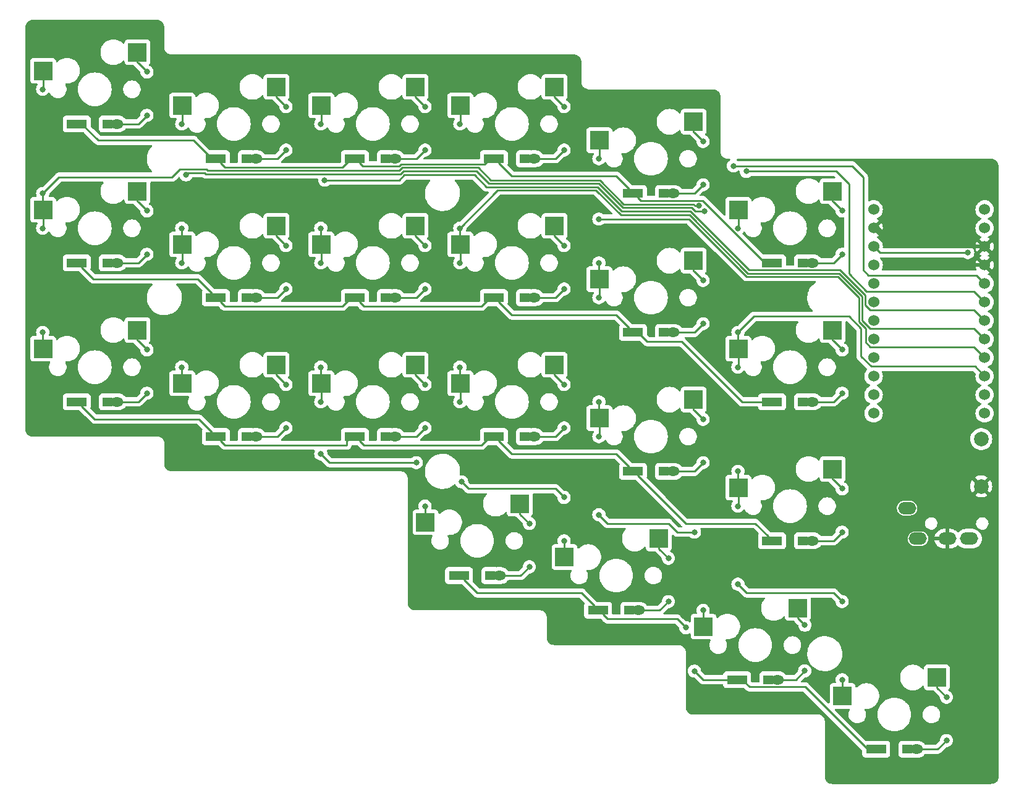
<source format=gbl>
%TF.GenerationSoftware,KiCad,Pcbnew,(7.0.0)*%
%TF.CreationDate,2023-04-23T18:46:31+09:00*%
%TF.ProjectId,mysplit44_pcb_l,6d797370-6c69-4743-9434-5f7063625f6c,rev?*%
%TF.SameCoordinates,Original*%
%TF.FileFunction,Copper,L2,Bot*%
%TF.FilePolarity,Positive*%
%FSLAX46Y46*%
G04 Gerber Fmt 4.6, Leading zero omitted, Abs format (unit mm)*
G04 Created by KiCad (PCBNEW (7.0.0)) date 2023-04-23 18:46:31*
%MOMM*%
%LPD*%
G01*
G04 APERTURE LIST*
%TA.AperFunction,SMDPad,CuDef*%
%ADD10R,2.550000X2.500000*%
%TD*%
%TA.AperFunction,ComponentPad*%
%ADD11C,1.524000*%
%TD*%
%TA.AperFunction,ComponentPad*%
%ADD12C,2.000000*%
%TD*%
%TA.AperFunction,ComponentPad*%
%ADD13O,2.500000X1.700000*%
%TD*%
%TA.AperFunction,ComponentPad*%
%ADD14R,1.778000X1.300000*%
%TD*%
%TA.AperFunction,SMDPad,CuDef*%
%ADD15R,1.400000X1.300000*%
%TD*%
%TA.AperFunction,ComponentPad*%
%ADD16O,1.778000X1.300000*%
%TD*%
%TA.AperFunction,ViaPad*%
%ADD17C,0.800000*%
%TD*%
%TA.AperFunction,Conductor*%
%ADD18C,0.250000*%
%TD*%
%TA.AperFunction,Conductor*%
%ADD19C,0.500000*%
%TD*%
G04 APERTURE END LIST*
D10*
%TO.P,SW6,1,1*%
%TO.N,COL6*%
X116739999Y-47466249D03*
%TO.P,SW6,2,2*%
%TO.N,Net-(D6-A)*%
X129666999Y-44926249D03*
%TD*%
%TO.P,SW8,1,1*%
%TO.N,COL2*%
X40539999Y-52228749D03*
%TO.P,SW8,2,2*%
%TO.N,Net-(D8-A)*%
X53466999Y-49688749D03*
%TD*%
%TO.P,SW18,1,1*%
%TO.N,COL6*%
X116739999Y-85566249D03*
%TO.P,SW18,2,2*%
%TO.N,Net-(D18-A)*%
X129666999Y-83026249D03*
%TD*%
%TO.P,SW21,1,1*%
%TO.N,COL5*%
X111977499Y-104616249D03*
%TO.P,SW21,2,2*%
%TO.N,Net-(D21-A)*%
X124904499Y-102076249D03*
%TD*%
D11*
%TO.P,U1,1,TX0/D3*%
%TO.N,unconnected-(U1-TX0{slash}D3-Pad1)*%
X150486400Y-47434500D03*
%TO.P,U1,2,RX1/D2*%
%TO.N,DATA*%
X150486400Y-49974500D03*
%TO.P,U1,3,GND*%
%TO.N,GND*%
X150486400Y-52514500D03*
%TO.P,U1,4,GND*%
X150486400Y-55054500D03*
%TO.P,U1,5,2/D1/SDA*%
%TO.N,COL1*%
X150486400Y-57594500D03*
%TO.P,U1,6,3/D0/SCL*%
%TO.N,COL2*%
X150486400Y-60134500D03*
%TO.P,U1,7,4/D4*%
%TO.N,COL3*%
X150486400Y-62674500D03*
%TO.P,U1,8,5/C6*%
%TO.N,COL4*%
X150486400Y-65214500D03*
%TO.P,U1,9,6/D7*%
%TO.N,COL5*%
X150486400Y-67754500D03*
%TO.P,U1,10,7/E6*%
%TO.N,COL6*%
X150486400Y-70294500D03*
%TO.P,U1,11,8/B4*%
%TO.N,unconnected-(U1-8{slash}B4-Pad11)*%
X150486400Y-72834500D03*
%TO.P,U1,12,9/B5*%
%TO.N,unconnected-(U1-9{slash}B5-Pad12)*%
X150486400Y-75374500D03*
%TO.P,U1,13,B6/10*%
%TO.N,unconnected-(U1-B6{slash}10-Pad13)*%
X135266400Y-75374500D03*
%TO.P,U1,14,B2/16*%
%TO.N,unconnected-(U1-B2{slash}16-Pad14)*%
X135266400Y-72834500D03*
%TO.P,U1,15,B3/14*%
%TO.N,unconnected-(U1-B3{slash}14-Pad15)*%
X135266400Y-70294500D03*
%TO.P,U1,16,B1/15*%
%TO.N,unconnected-(U1-B1{slash}15-Pad16)*%
X135266400Y-67754500D03*
%TO.P,U1,17,F7/A0*%
%TO.N,ROW4*%
X135266400Y-65214500D03*
%TO.P,U1,18,F6/A1*%
%TO.N,ROW3*%
X135266400Y-62674500D03*
%TO.P,U1,19,F5/A2*%
%TO.N,ROW2*%
X135266400Y-60134500D03*
%TO.P,U1,20,F4/A3*%
%TO.N,ROW1*%
X135266400Y-57594500D03*
%TO.P,U1,21,VCC*%
%TO.N,VCC*%
X135266400Y-55054500D03*
%TO.P,U1,22,RST*%
%TO.N,RESET*%
X135266400Y-52514500D03*
%TO.P,U1,23,GND*%
%TO.N,GND*%
X135266400Y-49974500D03*
%TO.P,U1,24,RAW*%
%TO.N,unconnected-(U1-RAW-Pad24)*%
X135266400Y-47434500D03*
%TD*%
D10*
%TO.P,SW22,1,1*%
%TO.N,COL6*%
X131027499Y-114141249D03*
%TO.P,SW22,2,2*%
%TO.N,Net-(D22-A)*%
X143954499Y-111601249D03*
%TD*%
%TO.P,SW17,1,1*%
%TO.N,COL5*%
X97689999Y-76041249D03*
%TO.P,SW17,2,2*%
%TO.N,Net-(D17-A)*%
X110616999Y-73501249D03*
%TD*%
%TO.P,SW19,1,1*%
%TO.N,COL3*%
X73877499Y-90328749D03*
%TO.P,SW19,2,2*%
%TO.N,Net-(D19-A)*%
X86804499Y-87788749D03*
%TD*%
%TO.P,SW1,1,1*%
%TO.N,COL1*%
X21489999Y-28416249D03*
%TO.P,SW1,2,2*%
%TO.N,Net-(D1-A)*%
X34416999Y-25876249D03*
%TD*%
%TO.P,SW3,1,1*%
%TO.N,COL3*%
X59589999Y-33178749D03*
%TO.P,SW3,2,2*%
%TO.N,Net-(D3-A)*%
X72516999Y-30638749D03*
%TD*%
%TO.P,SW14,1,1*%
%TO.N,COL2*%
X40539999Y-71278749D03*
%TO.P,SW14,2,2*%
%TO.N,Net-(D14-A)*%
X53466999Y-68738749D03*
%TD*%
%TO.P,SW10,1,1*%
%TO.N,COL4*%
X78639999Y-52228749D03*
%TO.P,SW10,2,2*%
%TO.N,Net-(D10-A)*%
X91566999Y-49688749D03*
%TD*%
D12*
%TO.P,RESW1,1,1*%
%TO.N,RESET*%
X150018750Y-78903125D03*
%TO.P,RESW1,2,2*%
%TO.N,GND*%
X150018750Y-85403125D03*
%TD*%
D10*
%TO.P,SW16,1,1*%
%TO.N,COL4*%
X78639999Y-71278749D03*
%TO.P,SW16,2,2*%
%TO.N,Net-(D16-A)*%
X91566999Y-68738749D03*
%TD*%
%TO.P,SW5,1,1*%
%TO.N,COL5*%
X97689999Y-37941249D03*
%TO.P,SW5,2,2*%
%TO.N,Net-(D5-A)*%
X110616999Y-35401249D03*
%TD*%
%TO.P,SW20,1,1*%
%TO.N,COL4*%
X92927499Y-95091249D03*
%TO.P,SW20,2,2*%
%TO.N,Net-(D20-A)*%
X105854499Y-92551249D03*
%TD*%
%TO.P,SW11,1,1*%
%TO.N,COL5*%
X97689999Y-56991249D03*
%TO.P,SW11,2,2*%
%TO.N,Net-(D11-A)*%
X110616999Y-54451249D03*
%TD*%
D13*
%TO.P,J1,A*%
%TO.N,unconnected-(J1-PadA)*%
X139856249Y-88387499D03*
%TO.P,J1,B*%
%TO.N,DATA*%
X148356249Y-92587499D03*
%TO.P,J1,C*%
%TO.N,GND*%
X145356249Y-92587499D03*
%TO.P,J1,D*%
%TO.N,VCC*%
X141356249Y-92587499D03*
%TD*%
D10*
%TO.P,SW9,1,1*%
%TO.N,COL3*%
X59589999Y-52228749D03*
%TO.P,SW9,2,2*%
%TO.N,Net-(D9-A)*%
X72516999Y-49688749D03*
%TD*%
%TO.P,SW12,1,1*%
%TO.N,COL6*%
X116739999Y-66516249D03*
%TO.P,SW12,2,2*%
%TO.N,Net-(D12-A)*%
X129666999Y-63976249D03*
%TD*%
%TO.P,SW4,1,1*%
%TO.N,COL4*%
X78639999Y-33178749D03*
%TO.P,SW4,2,2*%
%TO.N,Net-(D4-A)*%
X91566999Y-30638749D03*
%TD*%
%TO.P,SW13,1,1*%
%TO.N,COL1*%
X21489999Y-66516249D03*
%TO.P,SW13,2,2*%
%TO.N,Net-(D13-A)*%
X34416999Y-63976249D03*
%TD*%
%TO.P,SW15,1,1*%
%TO.N,COL3*%
X59589999Y-71278749D03*
%TO.P,SW15,2,2*%
%TO.N,Net-(D15-A)*%
X72516999Y-68738749D03*
%TD*%
%TO.P,SW7,1,1*%
%TO.N,COL1*%
X21489999Y-47466249D03*
%TO.P,SW7,2,2*%
%TO.N,Net-(D7-A)*%
X34416999Y-44926249D03*
%TD*%
%TO.P,SW2,1,1*%
%TO.N,COL2*%
X40539999Y-33178749D03*
%TO.P,SW2,2,2*%
%TO.N,Net-(D2-A)*%
X53466999Y-30638749D03*
%TD*%
D14*
%TO.P,D7,1,K*%
%TO.N,ROW2*%
X25574999Y-54768749D03*
D15*
X26799999Y-54768749D03*
%TO.P,D7,2,A*%
%TO.N,Net-(D7-A)*%
X30349999Y-54768749D03*
D16*
X31574999Y-54768749D03*
%TD*%
D14*
%TO.P,D9,1,K*%
%TO.N,ROW2*%
X63674999Y-59531249D03*
D15*
X64899999Y-59531249D03*
%TO.P,D9,2,A*%
%TO.N,Net-(D9-A)*%
X68449999Y-59531249D03*
D16*
X69674999Y-59531249D03*
%TD*%
D14*
%TO.P,D4,1,K*%
%TO.N,ROW1*%
X82724999Y-40481249D03*
D15*
X83949999Y-40481249D03*
%TO.P,D4,2,A*%
%TO.N,Net-(D4-A)*%
X87499999Y-40481249D03*
D16*
X88724999Y-40481249D03*
%TD*%
D14*
%TO.P,D18,1,K*%
%TO.N,ROW3*%
X120824999Y-92868749D03*
D15*
X122049999Y-92868749D03*
%TO.P,D18,2,A*%
%TO.N,Net-(D18-A)*%
X125599999Y-92868749D03*
D16*
X126824999Y-92868749D03*
%TD*%
D14*
%TO.P,D3,1,K*%
%TO.N,ROW1*%
X63674999Y-40481249D03*
D15*
X64899999Y-40481249D03*
%TO.P,D3,2,A*%
%TO.N,Net-(D3-A)*%
X68449999Y-40481249D03*
D16*
X69674999Y-40481249D03*
%TD*%
D14*
%TO.P,D15,1,K*%
%TO.N,ROW3*%
X63674999Y-78581249D03*
D15*
X64899999Y-78581249D03*
%TO.P,D15,2,A*%
%TO.N,Net-(D15-A)*%
X68449999Y-78581249D03*
D16*
X69674999Y-78581249D03*
%TD*%
D14*
%TO.P,D16,1,K*%
%TO.N,ROW3*%
X82724999Y-78581249D03*
D15*
X83949999Y-78581249D03*
%TO.P,D16,2,A*%
%TO.N,Net-(D16-A)*%
X87499999Y-78581249D03*
D16*
X88724999Y-78581249D03*
%TD*%
D14*
%TO.P,D19,1,K*%
%TO.N,ROW4*%
X77962499Y-97631249D03*
D15*
X79187499Y-97631249D03*
%TO.P,D19,2,A*%
%TO.N,Net-(D19-A)*%
X82737499Y-97631249D03*
D16*
X83962499Y-97631249D03*
%TD*%
D14*
%TO.P,D14,1,K*%
%TO.N,ROW3*%
X44624999Y-78581249D03*
D15*
X45849999Y-78581249D03*
%TO.P,D14,2,A*%
%TO.N,Net-(D14-A)*%
X49399999Y-78581249D03*
D16*
X50624999Y-78581249D03*
%TD*%
D14*
%TO.P,D12,1,K*%
%TO.N,ROW2*%
X120824999Y-73818749D03*
D15*
X122049999Y-73818749D03*
%TO.P,D12,2,A*%
%TO.N,Net-(D12-A)*%
X125599999Y-73818749D03*
D16*
X126824999Y-73818749D03*
%TD*%
D14*
%TO.P,D17,1,K*%
%TO.N,ROW3*%
X101774999Y-83343749D03*
D15*
X102999999Y-83343749D03*
%TO.P,D17,2,A*%
%TO.N,Net-(D17-A)*%
X106549999Y-83343749D03*
D16*
X107774999Y-83343749D03*
%TD*%
D14*
%TO.P,D13,1,K*%
%TO.N,ROW3*%
X25574999Y-73818749D03*
D15*
X26799999Y-73818749D03*
%TO.P,D13,2,A*%
%TO.N,Net-(D13-A)*%
X30349999Y-73818749D03*
D16*
X31574999Y-73818749D03*
%TD*%
D14*
%TO.P,D6,1,K*%
%TO.N,ROW1*%
X120824999Y-54768749D03*
D15*
X122049999Y-54768749D03*
%TO.P,D6,2,A*%
%TO.N,Net-(D6-A)*%
X125599999Y-54768749D03*
D16*
X126824999Y-54768749D03*
%TD*%
D14*
%TO.P,D2,1,K*%
%TO.N,ROW1*%
X44624999Y-40481249D03*
D15*
X45849999Y-40481249D03*
%TO.P,D2,2,A*%
%TO.N,Net-(D2-A)*%
X49399999Y-40481249D03*
D16*
X50624999Y-40481249D03*
%TD*%
D14*
%TO.P,D20,1,K*%
%TO.N,ROW4*%
X97012499Y-102393749D03*
D15*
X98237499Y-102393749D03*
%TO.P,D20,2,A*%
%TO.N,Net-(D20-A)*%
X101787499Y-102393749D03*
D16*
X103012499Y-102393749D03*
%TD*%
D14*
%TO.P,D10,1,K*%
%TO.N,ROW2*%
X82724999Y-59531249D03*
D15*
X83949999Y-59531249D03*
%TO.P,D10,2,A*%
%TO.N,Net-(D10-A)*%
X87499999Y-59531249D03*
D16*
X88724999Y-59531249D03*
%TD*%
D14*
%TO.P,D11,1,K*%
%TO.N,ROW2*%
X101774999Y-64293749D03*
D15*
X102999999Y-64293749D03*
%TO.P,D11,2,A*%
%TO.N,Net-(D11-A)*%
X106549999Y-64293749D03*
D16*
X107774999Y-64293749D03*
%TD*%
D14*
%TO.P,D5,1,K*%
%TO.N,ROW1*%
X101774999Y-45243749D03*
D15*
X102999999Y-45243749D03*
%TO.P,D5,2,A*%
%TO.N,Net-(D5-A)*%
X106549999Y-45243749D03*
D16*
X107774999Y-45243749D03*
%TD*%
D14*
%TO.P,D8,1,K*%
%TO.N,ROW2*%
X44624999Y-59531249D03*
D15*
X45849999Y-59531249D03*
%TO.P,D8,2,A*%
%TO.N,Net-(D8-A)*%
X49399999Y-59531249D03*
D16*
X50624999Y-59531249D03*
%TD*%
D14*
%TO.P,D21,1,K*%
%TO.N,ROW4*%
X116062499Y-111918749D03*
D15*
X117287499Y-111918749D03*
%TO.P,D21,2,A*%
%TO.N,Net-(D21-A)*%
X120837499Y-111918749D03*
D16*
X122062499Y-111918749D03*
%TD*%
D14*
%TO.P,D1,1,K*%
%TO.N,ROW1*%
X25574999Y-35718749D03*
D15*
X26799999Y-35718749D03*
%TO.P,D1,2,A*%
%TO.N,Net-(D1-A)*%
X30349999Y-35718749D03*
D16*
X31574999Y-35718749D03*
%TD*%
D14*
%TO.P,D22,1,K*%
%TO.N,ROW4*%
X135112499Y-121443749D03*
D15*
X136337499Y-121443749D03*
%TO.P,D22,2,A*%
%TO.N,Net-(D22-A)*%
X139887499Y-121443749D03*
D16*
X141112499Y-121443749D03*
%TD*%
D17*
%TO.N,Net-(D1-A)*%
X35718750Y-28575000D03*
X35718750Y-34528125D03*
%TO.N,Net-(D2-A)*%
X54768750Y-39290625D03*
X54768750Y-33337500D03*
%TO.N,Net-(D3-A)*%
X73818750Y-33337500D03*
X73818750Y-39290625D03*
%TO.N,Net-(D4-A)*%
X92868750Y-39290625D03*
X92868750Y-33337500D03*
%TO.N,Net-(D5-A)*%
X111918750Y-38100000D03*
X111918750Y-44053125D03*
%TO.N,Net-(D6-A)*%
X130968750Y-47625000D03*
X130968750Y-53578125D03*
%TO.N,Net-(D7-A)*%
X35718750Y-47625000D03*
X35718750Y-53578125D03*
%TO.N,Net-(D8-A)*%
X54768750Y-52387500D03*
X54768750Y-58340625D03*
%TO.N,Net-(D9-A)*%
X73818750Y-52387500D03*
X73818750Y-58340625D03*
%TO.N,Net-(D10-A)*%
X92868750Y-52387500D03*
X92868750Y-58340625D03*
%TO.N,Net-(D11-A)*%
X111918750Y-63103125D03*
X111918750Y-57150000D03*
%TO.N,Net-(D12-A)*%
X130968750Y-72628125D03*
X130968750Y-66675000D03*
%TO.N,Net-(D13-A)*%
X35718750Y-66675000D03*
X35718750Y-72628125D03*
%TO.N,Net-(D14-A)*%
X54768750Y-71437500D03*
X54768750Y-77390625D03*
%TO.N,Net-(D15-A)*%
X73818750Y-77390625D03*
X73818750Y-71437500D03*
%TO.N,Net-(D16-A)*%
X92868750Y-77390625D03*
X92868750Y-71437500D03*
%TO.N,Net-(D17-A)*%
X111918750Y-82153125D03*
X111918750Y-76200000D03*
%TO.N,Net-(D18-A)*%
X130968750Y-91678125D03*
X130968750Y-85725000D03*
%TO.N,ROW4*%
X109537500Y-104775000D03*
X110728125Y-110728125D03*
%TO.N,Net-(D19-A)*%
X88106250Y-96440625D03*
X88106250Y-90487500D03*
%TO.N,Net-(D20-A)*%
X107156250Y-95250000D03*
X107156250Y-101203125D03*
%TO.N,Net-(D21-A)*%
X125825000Y-110706250D03*
X125856250Y-104425000D03*
%TO.N,Net-(D22-A)*%
X145256250Y-114300000D03*
X145256250Y-120253125D03*
%TO.N,GND*%
X147375000Y-55156250D03*
%TO.N,RESET*%
X148175000Y-53364000D03*
%TO.N,COL1*%
X21431250Y-45243750D03*
X21431250Y-50006250D03*
X21431250Y-30956250D03*
X116075000Y-41456250D03*
X111365976Y-46930750D03*
X21431250Y-64293750D03*
%TO.N,COL2*%
X117825000Y-42206250D03*
X40481250Y-50006250D03*
X40481250Y-35718750D03*
X40481250Y-54768750D03*
X41075000Y-42706250D03*
X40481250Y-69056250D03*
X112075000Y-47706250D03*
%TO.N,COL3*%
X59531250Y-50006250D03*
X73818750Y-88106250D03*
X59531250Y-54768750D03*
X60075000Y-43430750D03*
X59531250Y-35718750D03*
X59531250Y-73818750D03*
X59531250Y-69056250D03*
X72628125Y-82153125D03*
X59531250Y-80962500D03*
%TO.N,COL4*%
X78828125Y-84781250D03*
X92868750Y-92868750D03*
X78581250Y-73818750D03*
X78581250Y-35718750D03*
X78581250Y-50006250D03*
X78581250Y-69056250D03*
X92868750Y-86915625D03*
X78581250Y-54768750D03*
%TO.N,COL5*%
X97631250Y-54768750D03*
X97631250Y-59531250D03*
X97631250Y-73818750D03*
X111918750Y-102393750D03*
X97631250Y-78581250D03*
X97631250Y-48756250D03*
X110728125Y-91678125D03*
X97631250Y-40481250D03*
X97631250Y-89296875D03*
%TO.N,COL6*%
X116681250Y-50006250D03*
X116681250Y-88106250D03*
X116681250Y-64293750D03*
X116681250Y-83343750D03*
X130968750Y-101203125D03*
X116681250Y-98821875D03*
X130968750Y-111918750D03*
X116681250Y-69056250D03*
%TD*%
D18*
%TO.N,ROW1*%
X82000000Y-41206250D02*
X82725000Y-40481250D01*
X64900000Y-40481250D02*
X64900000Y-41087500D01*
X103000000Y-45850000D02*
X103368750Y-46218750D01*
X103000000Y-45243750D02*
X103000000Y-45850000D01*
X65268750Y-41456250D02*
X70317858Y-41456250D01*
X100012500Y-42862500D02*
X101775000Y-44625000D01*
X42100000Y-37956250D02*
X44625000Y-40481250D01*
X101775000Y-44625000D02*
X101775000Y-45243750D01*
X108430358Y-46206250D02*
X111825000Y-46206250D01*
X70567858Y-41206250D02*
X82000000Y-41206250D01*
X45850000Y-40481250D02*
X45850000Y-41087500D01*
X62484375Y-41671875D02*
X63675000Y-40481250D01*
X108417858Y-46218750D02*
X108430358Y-46206250D01*
X45850000Y-41087500D02*
X46434375Y-41671875D01*
X83950000Y-41087500D02*
X85725000Y-42862500D01*
X64900000Y-41087500D02*
X65268750Y-41456250D01*
X26800000Y-35718750D02*
X29037500Y-37956250D01*
X46434375Y-41671875D02*
X62484375Y-41671875D01*
X70317858Y-41456250D02*
X70567858Y-41206250D01*
X103368750Y-46218750D02*
X108417858Y-46218750D01*
X83950000Y-40481250D02*
X83950000Y-41087500D01*
X111825000Y-46206250D02*
X120387500Y-54768750D01*
X120387500Y-54768750D02*
X120825000Y-54768750D01*
X29037500Y-37956250D02*
X42100000Y-37956250D01*
X85725000Y-42862500D02*
X100012500Y-42862500D01*
%TO.N,Net-(D1-A)*%
X34528125Y-27384375D02*
X35718750Y-28575000D01*
X34417000Y-25876250D02*
X34417000Y-27273250D01*
X35718750Y-34528125D02*
X34528125Y-35718750D01*
X34417000Y-27273250D02*
X34528125Y-27384375D01*
X34528125Y-35718750D02*
X31575000Y-35718750D01*
%TO.N,Net-(D2-A)*%
X53578125Y-40481250D02*
X50625000Y-40481250D01*
X53578125Y-32146875D02*
X54768750Y-33337500D01*
X53467000Y-32035750D02*
X53578125Y-32146875D01*
X53467000Y-30638750D02*
X53467000Y-32035750D01*
X54768750Y-39290625D02*
X53578125Y-40481250D01*
%TO.N,Net-(D3-A)*%
X72628125Y-40481250D02*
X69675000Y-40481250D01*
X72517000Y-30638750D02*
X72517000Y-32035750D01*
X73818750Y-39290625D02*
X72628125Y-40481250D01*
X72517000Y-32035750D02*
X72628125Y-32146875D01*
X72628125Y-32146875D02*
X73818750Y-33337500D01*
%TO.N,Net-(D4-A)*%
X92868750Y-39290625D02*
X91678125Y-40481250D01*
X91678125Y-32146875D02*
X92868750Y-33337500D01*
X91678125Y-40481250D02*
X88725000Y-40481250D01*
X91567000Y-32035750D02*
X91678125Y-32146875D01*
X91567000Y-30638750D02*
X91567000Y-32035750D01*
%TO.N,Net-(D5-A)*%
X110728125Y-36909375D02*
X111918750Y-38100000D01*
X110728125Y-45243750D02*
X107775000Y-45243750D01*
X110617000Y-36798250D02*
X110728125Y-36909375D01*
X111918750Y-44053125D02*
X110728125Y-45243750D01*
X110617000Y-35401250D02*
X110617000Y-36798250D01*
%TO.N,Net-(D6-A)*%
X130968750Y-53578125D02*
X129778125Y-54768750D01*
X129778125Y-46434375D02*
X130968750Y-47625000D01*
X129667000Y-46323250D02*
X129778125Y-46434375D01*
X129778125Y-54768750D02*
X126825000Y-54768750D01*
X129667000Y-44926250D02*
X129667000Y-46323250D01*
%TO.N,ROW2*%
X28381250Y-56956250D02*
X42668750Y-56956250D01*
X83950000Y-59531250D02*
X83950000Y-60137500D01*
X64900000Y-60137500D02*
X65484375Y-60721875D01*
X45850000Y-60137500D02*
X46434375Y-60721875D01*
X65484375Y-60721875D02*
X81534375Y-60721875D01*
X108975000Y-65556250D02*
X117237500Y-73818750D01*
X104262500Y-65556250D02*
X108975000Y-65556250D01*
X26800000Y-55375000D02*
X28381250Y-56956250D01*
X26800000Y-54768750D02*
X26800000Y-55375000D01*
X46434375Y-60721875D02*
X62484375Y-60721875D01*
X44625000Y-58912500D02*
X44625000Y-59531250D01*
X81534375Y-60721875D02*
X82725000Y-59531250D01*
X117237500Y-73818750D02*
X120825000Y-73818750D01*
X101775000Y-63675000D02*
X101775000Y-64293750D01*
X103000000Y-64293750D02*
X104262500Y-65556250D01*
X100012500Y-61912500D02*
X101775000Y-63675000D01*
X64900000Y-59531250D02*
X64900000Y-60137500D01*
X85725000Y-61912500D02*
X100012500Y-61912500D01*
X83950000Y-60137500D02*
X85725000Y-61912500D01*
X45850000Y-59531250D02*
X45850000Y-60137500D01*
X42668750Y-56956250D02*
X44625000Y-58912500D01*
X62484375Y-60721875D02*
X63675000Y-59531250D01*
%TO.N,Net-(D7-A)*%
X34528125Y-54768750D02*
X30350000Y-54768750D01*
X34417000Y-46323250D02*
X34528125Y-46434375D01*
X34417000Y-44926250D02*
X34417000Y-46323250D01*
X35718750Y-53578125D02*
X34528125Y-54768750D01*
X34528125Y-46434375D02*
X35718750Y-47625000D01*
%TO.N,Net-(D8-A)*%
X53578125Y-51196875D02*
X54768750Y-52387500D01*
X53578125Y-59531250D02*
X50625000Y-59531250D01*
X53467000Y-51085750D02*
X53578125Y-51196875D01*
X54768750Y-58340625D02*
X53578125Y-59531250D01*
X53467000Y-49688750D02*
X53467000Y-51085750D01*
%TO.N,Net-(D9-A)*%
X72628125Y-59531250D02*
X69675000Y-59531250D01*
X72517000Y-51085750D02*
X72628125Y-51196875D01*
X73818750Y-58340625D02*
X72628125Y-59531250D01*
X72517000Y-49688750D02*
X72517000Y-51085750D01*
X72628125Y-51196875D02*
X73818750Y-52387500D01*
%TO.N,Net-(D10-A)*%
X92868750Y-58340625D02*
X91678125Y-59531250D01*
X91567000Y-51085750D02*
X91678125Y-51196875D01*
X91678125Y-51196875D02*
X92868750Y-52387500D01*
X91567000Y-49688750D02*
X91567000Y-51085750D01*
X91678125Y-59531250D02*
X88725000Y-59531250D01*
%TO.N,Net-(D11-A)*%
X110617000Y-55848250D02*
X110728125Y-55959375D01*
X110617000Y-54451250D02*
X110617000Y-55848250D01*
X111918750Y-63103125D02*
X110728125Y-64293750D01*
X110728125Y-64293750D02*
X107775000Y-64293750D01*
X110728125Y-55959375D02*
X111918750Y-57150000D01*
%TO.N,Net-(D12-A)*%
X130968750Y-72628125D02*
X129778125Y-73818750D01*
X129778125Y-65484375D02*
X130968750Y-66675000D01*
X129667000Y-65373250D02*
X129778125Y-65484375D01*
X129667000Y-63976250D02*
X129667000Y-65373250D01*
X129778125Y-73818750D02*
X126825000Y-73818750D01*
%TO.N,ROW3*%
X65484375Y-79771875D02*
X81534375Y-79771875D01*
X64900000Y-78581250D02*
X64900000Y-79187500D01*
X81534375Y-79771875D02*
X82725000Y-78581250D01*
X42862500Y-76200000D02*
X44625000Y-77962500D01*
X85725000Y-80962500D02*
X100012500Y-80962500D01*
X28575000Y-76200000D02*
X42862500Y-76200000D01*
X44625000Y-77962500D02*
X44625000Y-78581250D01*
X109537500Y-90487500D02*
X119062500Y-90487500D01*
X120825000Y-92250000D02*
X120825000Y-92868750D01*
X103000000Y-83950000D02*
X109537500Y-90487500D01*
X83950000Y-78581250D02*
X83950000Y-79187500D01*
X119062500Y-90487500D02*
X120825000Y-92250000D01*
X64900000Y-79187500D02*
X65484375Y-79771875D01*
X45850000Y-78581250D02*
X45850000Y-79187500D01*
X46434375Y-79771875D02*
X63103125Y-79771875D01*
X26800000Y-74425000D02*
X28575000Y-76200000D01*
X103000000Y-83343750D02*
X103000000Y-83950000D01*
X63103125Y-79771875D02*
X63103125Y-79153125D01*
X83950000Y-79187500D02*
X85725000Y-80962500D01*
X63103125Y-79153125D02*
X63675000Y-78581250D01*
X26800000Y-73818750D02*
X26800000Y-74425000D01*
X45850000Y-79187500D02*
X46434375Y-79771875D01*
X101775000Y-82725000D02*
X101775000Y-83343750D01*
X100012500Y-80962500D02*
X101775000Y-82725000D01*
%TO.N,Net-(D13-A)*%
X34528125Y-73818750D02*
X31575000Y-73818750D01*
X34417000Y-65373250D02*
X34528125Y-65484375D01*
X34417000Y-63976250D02*
X34417000Y-65373250D01*
X34528125Y-65484375D02*
X35718750Y-66675000D01*
X35718750Y-72628125D02*
X34528125Y-73818750D01*
%TO.N,Net-(D14-A)*%
X53467000Y-70135750D02*
X53578125Y-70246875D01*
X53467000Y-68738750D02*
X53467000Y-70135750D01*
X53578125Y-70246875D02*
X54768750Y-71437500D01*
X53578125Y-78581250D02*
X50625000Y-78581250D01*
X54768750Y-77390625D02*
X53578125Y-78581250D01*
%TO.N,Net-(D15-A)*%
X72628125Y-70246875D02*
X73818750Y-71437500D01*
X72517000Y-70135750D02*
X72628125Y-70246875D01*
X73818750Y-77390625D02*
X72628125Y-78581250D01*
X72628125Y-78581250D02*
X69675000Y-78581250D01*
X72517000Y-68738750D02*
X72517000Y-70135750D01*
%TO.N,Net-(D16-A)*%
X91567000Y-68738750D02*
X91567000Y-70135750D01*
X91678125Y-70246875D02*
X92868750Y-71437500D01*
X92868750Y-77390625D02*
X91678125Y-78581250D01*
X91567000Y-70135750D02*
X91678125Y-70246875D01*
X91678125Y-78581250D02*
X88725000Y-78581250D01*
%TO.N,Net-(D17-A)*%
X110617000Y-74898250D02*
X110728125Y-75009375D01*
X111918750Y-82153125D02*
X110728125Y-83343750D01*
X110728125Y-75009375D02*
X111918750Y-76200000D01*
X110728125Y-83343750D02*
X107775000Y-83343750D01*
X110617000Y-73501250D02*
X110617000Y-74898250D01*
%TO.N,Net-(D18-A)*%
X130968750Y-91678125D02*
X129778125Y-92868750D01*
X129667000Y-84423250D02*
X129778125Y-84534375D01*
X129778125Y-92868750D02*
X126825000Y-92868750D01*
X129667000Y-83026250D02*
X129667000Y-84423250D01*
X129778125Y-84534375D02*
X130968750Y-85725000D01*
%TO.N,ROW4*%
X98821875Y-103584375D02*
X108346875Y-103584375D01*
X118262500Y-112893750D02*
X125912500Y-112893750D01*
X95250000Y-100012500D02*
X97012500Y-101775000D01*
X134462500Y-121443750D02*
X135112500Y-121443750D01*
X111918750Y-111918750D02*
X116062500Y-111918750D01*
X125912500Y-112893750D02*
X134462500Y-121443750D01*
X108346875Y-103584375D02*
X109537500Y-104775000D01*
X117287500Y-111918750D02*
X118262500Y-112893750D01*
X97012500Y-101775000D02*
X97012500Y-102393750D01*
X79187500Y-97631250D02*
X79187500Y-98237500D01*
X79187500Y-98237500D02*
X80962500Y-100012500D01*
X98237500Y-103000000D02*
X98821875Y-103584375D01*
X80962500Y-100012500D02*
X95250000Y-100012500D01*
X98237500Y-102393750D02*
X98237500Y-103000000D01*
X110728125Y-110728125D02*
X111918750Y-111918750D01*
%TO.N,Net-(D19-A)*%
X86804500Y-87788750D02*
X86804500Y-89185750D01*
X86804500Y-89185750D02*
X86915625Y-89296875D01*
X86915625Y-97631250D02*
X83962500Y-97631250D01*
X86915625Y-89296875D02*
X88106250Y-90487500D01*
X88106250Y-96440625D02*
X86915625Y-97631250D01*
%TO.N,Net-(D20-A)*%
X107156250Y-101203125D02*
X105965625Y-102393750D01*
X105854500Y-93948250D02*
X105965625Y-94059375D01*
X105854500Y-92551250D02*
X105854500Y-93948250D01*
X105965625Y-94059375D02*
X107156250Y-95250000D01*
X105965625Y-102393750D02*
X103012500Y-102393750D01*
%TO.N,Net-(D21-A)*%
X125856250Y-104425000D02*
X124904500Y-103473250D01*
X124904500Y-103473250D02*
X124904500Y-102076250D01*
X125825000Y-110706250D02*
X124612500Y-111918750D01*
X124612500Y-111918750D02*
X122062500Y-111918750D01*
%TO.N,Net-(D22-A)*%
X144065625Y-121443750D02*
X139887500Y-121443750D01*
X143954500Y-111601250D02*
X143954500Y-112998250D01*
X143954500Y-112998250D02*
X144065625Y-113109375D01*
X144065625Y-113109375D02*
X145256250Y-114300000D01*
X145256250Y-120253125D02*
X144065625Y-121443750D01*
D19*
%TO.N,GND*%
X150486400Y-55054500D02*
X147476750Y-55054500D01*
X150018750Y-85403125D02*
X145356250Y-90065625D01*
X135266400Y-49974500D02*
X135843250Y-49974500D01*
X135843250Y-49974500D02*
X138383250Y-52514500D01*
X138383250Y-52514500D02*
X150486400Y-52514500D01*
X147476750Y-55054500D02*
X147375000Y-55156250D01*
X145356250Y-90065625D02*
X145356250Y-92587500D01*
D18*
%TO.N,RESET*%
X135266400Y-52514500D02*
X136115900Y-53364000D01*
X136115900Y-53364000D02*
X148175000Y-53364000D01*
%TO.N,COL1*%
X21490000Y-47466250D02*
X21490000Y-49947500D01*
X133875000Y-43006250D02*
X133875000Y-55756250D01*
X23668750Y-43006250D02*
X21431250Y-45243750D01*
X21431250Y-45243750D02*
X21431250Y-47407500D01*
X21490000Y-30897500D02*
X21431250Y-30956250D01*
X110575000Y-46706250D02*
X101048500Y-46706250D01*
X70288629Y-42121875D02*
X43990625Y-42121875D01*
X21490000Y-49947500D02*
X21431250Y-50006250D01*
X40195889Y-41956250D02*
X39145889Y-43006250D01*
X111365976Y-46930750D02*
X111340476Y-46956250D01*
X21490000Y-28416250D02*
X21490000Y-30897500D01*
X21431250Y-64293750D02*
X21431250Y-66457500D01*
X110825000Y-46956250D02*
X110575000Y-46706250D01*
X82825000Y-43456250D02*
X81075000Y-41706250D01*
X116075000Y-41456250D02*
X132325000Y-41456250D01*
X134575000Y-56456250D02*
X149348150Y-56456250D01*
X81075000Y-41706250D02*
X70704254Y-41706250D01*
X70704254Y-41706250D02*
X70288629Y-42121875D01*
X43825000Y-41956250D02*
X40195889Y-41956250D01*
X149348150Y-56456250D02*
X150486400Y-57594500D01*
X132325000Y-41456250D02*
X133875000Y-43006250D01*
X111340476Y-46956250D02*
X110825000Y-46956250D01*
X39145889Y-43006250D02*
X23668750Y-43006250D01*
X101048500Y-46706250D02*
X97798500Y-43456250D01*
X97798500Y-43456250D02*
X82825000Y-43456250D01*
X21431250Y-66457500D02*
X21490000Y-66516250D01*
X133875000Y-55756250D02*
X134575000Y-56456250D01*
X21431250Y-47407500D02*
X21490000Y-47466250D01*
X43990625Y-42121875D02*
X43825000Y-41956250D01*
%TO.N,COL2*%
X82525000Y-43906250D02*
X80825000Y-42206250D01*
X40481250Y-71220000D02*
X40540000Y-71278750D01*
X100912104Y-47206250D02*
X97612104Y-43906250D01*
X40540000Y-54710000D02*
X40481250Y-54768750D01*
X117825000Y-42206250D02*
X130122000Y-42206250D01*
X110825000Y-47706250D02*
X112075000Y-47706250D01*
X150486400Y-60134500D02*
X149058150Y-58706250D01*
X80825000Y-42206250D02*
X70840650Y-42206250D01*
X130122000Y-42206250D02*
X131875000Y-43959250D01*
X40540000Y-33178750D02*
X40540000Y-35660000D01*
X41375000Y-42406250D02*
X41075000Y-42706250D01*
X40540000Y-52228750D02*
X40540000Y-54710000D01*
X134325000Y-58706250D02*
X131875000Y-56256250D01*
X40481250Y-52170000D02*
X40540000Y-52228750D01*
X149058150Y-58706250D02*
X134325000Y-58706250D01*
X40540000Y-35660000D02*
X40481250Y-35718750D01*
X43804229Y-42571875D02*
X43638604Y-42406250D01*
X70475025Y-42571875D02*
X43804229Y-42571875D01*
X131875000Y-43959250D02*
X131875000Y-56256250D01*
X110325000Y-47206250D02*
X110825000Y-47706250D01*
X40481250Y-69056250D02*
X40481250Y-71220000D01*
X40481250Y-50006250D02*
X40481250Y-52170000D01*
X97612104Y-43906250D02*
X82525000Y-43906250D01*
X43638604Y-42406250D02*
X41375000Y-42406250D01*
X110325000Y-47206250D02*
X100912104Y-47206250D01*
X70840650Y-42206250D02*
X70475025Y-42571875D01*
%TO.N,COL3*%
X130651104Y-55743750D02*
X118226104Y-55743750D01*
X73818750Y-90270000D02*
X73877500Y-90328750D01*
X80575000Y-42706250D02*
X70977046Y-42706250D01*
X134138604Y-60543955D02*
X134138604Y-59156250D01*
X59531250Y-52170000D02*
X59590000Y-52228750D01*
X70977046Y-42706250D02*
X70252546Y-43430750D01*
X60721875Y-82153125D02*
X72628125Y-82153125D01*
X73818750Y-88106250D02*
X73818750Y-90270000D01*
X59590000Y-33178750D02*
X59590000Y-35660000D01*
X70252546Y-43430750D02*
X60075000Y-43430750D01*
X118226104Y-55743750D02*
X110188604Y-47706250D01*
X59590000Y-52228750D02*
X59590000Y-54710000D01*
X59531250Y-80962500D02*
X60721875Y-82153125D01*
X100775708Y-47706250D02*
X97425708Y-44356250D01*
X59531250Y-69056250D02*
X59531250Y-71220000D01*
X59531250Y-71220000D02*
X59590000Y-71278750D01*
X130688604Y-55706250D02*
X130651104Y-55743750D01*
X134816149Y-61221500D02*
X134138604Y-60543955D01*
X59590000Y-35660000D02*
X59531250Y-35718750D01*
X150486400Y-62674500D02*
X149033400Y-61221500D01*
X82225000Y-44356250D02*
X80575000Y-42706250D01*
X59531250Y-50006250D02*
X59531250Y-52170000D01*
X59590000Y-54710000D02*
X59531250Y-54768750D01*
X110188604Y-47706250D02*
X100775708Y-47706250D01*
X59590000Y-73760000D02*
X59531250Y-73818750D01*
X97425708Y-44356250D02*
X82225000Y-44356250D01*
X59590000Y-71278750D02*
X59590000Y-73760000D01*
X134138604Y-59156250D02*
X130688604Y-55706250D01*
X149033400Y-61221500D02*
X134816149Y-61221500D01*
%TO.N,COL4*%
X97239312Y-44806250D02*
X100639312Y-48206250D01*
X92868750Y-92868750D02*
X92868750Y-95032500D01*
X78581250Y-50006250D02*
X78581250Y-52170000D01*
X92868750Y-95032500D02*
X92927500Y-95091250D01*
X78640000Y-54710000D02*
X78581250Y-54768750D01*
X100639312Y-48206250D02*
X110052208Y-48206250D01*
X149033400Y-63761500D02*
X150486400Y-65214500D01*
X130539708Y-56193750D02*
X133688604Y-59342646D01*
X78640000Y-71278750D02*
X78640000Y-73760000D01*
X78581250Y-52170000D02*
X78640000Y-52228750D01*
X79771875Y-85725000D02*
X91678125Y-85725000D01*
X134816149Y-63761500D02*
X149033400Y-63761500D01*
X110052208Y-48206250D02*
X118039708Y-56193750D01*
X78640000Y-35660000D02*
X78581250Y-35718750D01*
X133688604Y-62633955D02*
X134816149Y-63761500D01*
X78581250Y-50006250D02*
X83781250Y-44806250D01*
X78581250Y-71220000D02*
X78640000Y-71278750D01*
X78640000Y-52228750D02*
X78640000Y-54710000D01*
X78640000Y-73760000D02*
X78581250Y-73818750D01*
X118039708Y-56193750D02*
X130539708Y-56193750D01*
X78640000Y-33178750D02*
X78640000Y-35660000D01*
X83781250Y-44806250D02*
X97239312Y-44806250D01*
X78581250Y-69056250D02*
X78581250Y-71220000D01*
X133688604Y-59342646D02*
X133688604Y-62633955D01*
X91678125Y-85725000D02*
X92868750Y-86915625D01*
X78828125Y-84781250D02*
X79771875Y-85725000D01*
%TO.N,COL5*%
X97690000Y-76041250D02*
X97690000Y-78522500D01*
X97631250Y-48756250D02*
X109965812Y-48756250D01*
X97690000Y-40422500D02*
X97631250Y-40481250D01*
X149033400Y-66301500D02*
X150486400Y-67754500D01*
X97631250Y-56932500D02*
X97690000Y-56991250D01*
X133238604Y-59529042D02*
X133238604Y-62820351D01*
X107156250Y-90487500D02*
X108346875Y-91678125D01*
X133238604Y-62820351D02*
X134179400Y-63761147D01*
X97631250Y-75982500D02*
X97690000Y-76041250D01*
X97631250Y-89296875D02*
X98821875Y-90487500D01*
X97690000Y-78522500D02*
X97631250Y-78581250D01*
X97631250Y-54768750D02*
X97631250Y-56932500D01*
X97690000Y-59472500D02*
X97631250Y-59531250D01*
X97690000Y-37941250D02*
X97690000Y-40422500D01*
X117853312Y-56643750D02*
X130353312Y-56643750D01*
X109965812Y-48756250D02*
X117853312Y-56643750D01*
X134179400Y-65664751D02*
X134816149Y-66301500D01*
X111918750Y-102393750D02*
X111918750Y-104557500D01*
X134816149Y-66301500D02*
X149033400Y-66301500D01*
X111918750Y-104557500D02*
X111977500Y-104616250D01*
X130353312Y-56643750D02*
X133238604Y-59529042D01*
X98821875Y-90487500D02*
X107156250Y-90487500D01*
X97631250Y-73818750D02*
X97631250Y-75982500D01*
X134179400Y-63761147D02*
X134179400Y-65664751D01*
X108346875Y-91678125D02*
X110728125Y-91678125D01*
X97690000Y-56991250D02*
X97690000Y-59472500D01*
%TO.N,COL6*%
X118873750Y-62101250D02*
X116681250Y-64293750D01*
X116740000Y-68997500D02*
X116681250Y-69056250D01*
X130968750Y-114082500D02*
X131027500Y-114141250D01*
X116740000Y-88047500D02*
X116681250Y-88106250D01*
X133556553Y-63774696D02*
X131883107Y-62101250D01*
X116681250Y-66457500D02*
X116740000Y-66516250D01*
X131883107Y-62101250D02*
X118873750Y-62101250D01*
X116740000Y-49947500D02*
X116681250Y-50006250D01*
X116740000Y-66516250D02*
X116740000Y-68997500D01*
X116681250Y-85507500D02*
X116740000Y-85566250D01*
X134930899Y-68956250D02*
X133556553Y-67581904D01*
X150486400Y-70294500D02*
X149148150Y-68956250D01*
X116681250Y-64293750D02*
X116681250Y-66457500D01*
X130968750Y-111918750D02*
X130968750Y-114082500D01*
X129778125Y-100012500D02*
X130968750Y-101203125D01*
X116681250Y-83343750D02*
X116681250Y-85507500D01*
X116740000Y-85566250D02*
X116740000Y-88047500D01*
X116740000Y-47466250D02*
X116740000Y-49947500D01*
X133556553Y-67581904D02*
X133556553Y-63774696D01*
X116681250Y-98821875D02*
X117871875Y-100012500D01*
X149148150Y-68956250D02*
X134930899Y-68956250D01*
X117871875Y-100012500D02*
X129778125Y-100012500D01*
%TD*%
%TA.AperFunction,Conductor*%
%TO.N,GND*%
G36*
X37105395Y-21432222D02*
G01*
X37144937Y-21435681D01*
X37145902Y-21435770D01*
X37271776Y-21448167D01*
X37291695Y-21451791D01*
X37356400Y-21469129D01*
X37360255Y-21470229D01*
X37451576Y-21497930D01*
X37467967Y-21504201D01*
X37533869Y-21534931D01*
X37539897Y-21537945D01*
X37619060Y-21580257D01*
X37631729Y-21588040D01*
X37692905Y-21630874D01*
X37700440Y-21636590D01*
X37768487Y-21692432D01*
X37777470Y-21700573D01*
X37830674Y-21753774D01*
X37838836Y-21762780D01*
X37894681Y-21830824D01*
X37900403Y-21838364D01*
X37943230Y-21899523D01*
X37951013Y-21912193D01*
X37993335Y-21991365D01*
X37996359Y-21997413D01*
X38027072Y-22063271D01*
X38033351Y-22079680D01*
X38061051Y-22170983D01*
X38062165Y-22174882D01*
X38079486Y-22239509D01*
X38083117Y-22259474D01*
X38092471Y-22354652D01*
X38095819Y-22388711D01*
X38095940Y-22390022D01*
X38099027Y-22425275D01*
X38099500Y-22436092D01*
X38099500Y-25193849D01*
X38099531Y-25193925D01*
X38099548Y-25194104D01*
X38099545Y-25275861D01*
X38099545Y-25281281D01*
X38100484Y-25286608D01*
X38100485Y-25286618D01*
X38114710Y-25367309D01*
X38129937Y-25453684D01*
X38131783Y-25458758D01*
X38131786Y-25458767D01*
X38187954Y-25613106D01*
X38189805Y-25618191D01*
X38192509Y-25622875D01*
X38192512Y-25622881D01*
X38263052Y-25745068D01*
X38277331Y-25769802D01*
X38389855Y-25903910D01*
X38523957Y-26016440D01*
X38528643Y-26019145D01*
X38528648Y-26019149D01*
X38645941Y-26086870D01*
X38675564Y-26103974D01*
X38840067Y-26163850D01*
X39012469Y-26194250D01*
X39099901Y-26194250D01*
X39100000Y-26194250D01*
X39100500Y-26194250D01*
X94244587Y-26194250D01*
X94255392Y-26194722D01*
X94266247Y-26195671D01*
X94294892Y-26198177D01*
X94295949Y-26198275D01*
X94421772Y-26210668D01*
X94441685Y-26214292D01*
X94506376Y-26231626D01*
X94510248Y-26232732D01*
X94601566Y-26260433D01*
X94617955Y-26266705D01*
X94683848Y-26297432D01*
X94689854Y-26300434D01*
X94769041Y-26342762D01*
X94781705Y-26350543D01*
X94842876Y-26393376D01*
X94850397Y-26399082D01*
X94918457Y-26454940D01*
X94927446Y-26463088D01*
X94977497Y-26513141D01*
X94980632Y-26516276D01*
X94988802Y-26525292D01*
X95044635Y-26593328D01*
X95050357Y-26600870D01*
X95093177Y-26662028D01*
X95100959Y-26674697D01*
X95143272Y-26753863D01*
X95146298Y-26759915D01*
X95177010Y-26825785D01*
X95183287Y-26842194D01*
X95210970Y-26933467D01*
X95212084Y-26937368D01*
X95229423Y-27002087D01*
X95233047Y-27021997D01*
X95245102Y-27144138D01*
X95245230Y-27145512D01*
X95249028Y-27188934D01*
X95249500Y-27199739D01*
X95249500Y-29956349D01*
X95249531Y-29956425D01*
X95249548Y-29956604D01*
X95249545Y-30038361D01*
X95249545Y-30043781D01*
X95250484Y-30049108D01*
X95250485Y-30049118D01*
X95272895Y-30176238D01*
X95279937Y-30216184D01*
X95281783Y-30221258D01*
X95281786Y-30221267D01*
X95337954Y-30375606D01*
X95339805Y-30380691D01*
X95342509Y-30385375D01*
X95342512Y-30385381D01*
X95413052Y-30507568D01*
X95427331Y-30532302D01*
X95539855Y-30666410D01*
X95673957Y-30778940D01*
X95678643Y-30781645D01*
X95678648Y-30781649D01*
X95788384Y-30845007D01*
X95825564Y-30866474D01*
X95990067Y-30926350D01*
X96162469Y-30956750D01*
X96249901Y-30956750D01*
X96250000Y-30956750D01*
X96250500Y-30956750D01*
X113294591Y-30956750D01*
X113305395Y-30957222D01*
X113344937Y-30960681D01*
X113345902Y-30960770D01*
X113471776Y-30973167D01*
X113491695Y-30976791D01*
X113556400Y-30994129D01*
X113560255Y-30995229D01*
X113651576Y-31022930D01*
X113667967Y-31029201D01*
X113733869Y-31059931D01*
X113739891Y-31062942D01*
X113758937Y-31073122D01*
X113819060Y-31105257D01*
X113831729Y-31113040D01*
X113892905Y-31155874D01*
X113900440Y-31161590D01*
X113968487Y-31217432D01*
X113977470Y-31225573D01*
X114030674Y-31278774D01*
X114038836Y-31287780D01*
X114094681Y-31355824D01*
X114100403Y-31363364D01*
X114143230Y-31424523D01*
X114151013Y-31437193D01*
X114193335Y-31516365D01*
X114196359Y-31522413D01*
X114227072Y-31588271D01*
X114233351Y-31604680D01*
X114261051Y-31695983D01*
X114262165Y-31699882D01*
X114279486Y-31764509D01*
X114283117Y-31784474D01*
X114288786Y-31842144D01*
X114295819Y-31913711D01*
X114295940Y-31915022D01*
X114299027Y-31950275D01*
X114299500Y-31961092D01*
X114299500Y-39481069D01*
X114299476Y-39481250D01*
X114299450Y-39481250D01*
X114299450Y-39481448D01*
X114299450Y-39481449D01*
X114299453Y-39563364D01*
X114299453Y-39563372D01*
X114299454Y-39568784D01*
X114300394Y-39574116D01*
X114300395Y-39574122D01*
X114328921Y-39735861D01*
X114328923Y-39735871D01*
X114329862Y-39741191D01*
X114331711Y-39746273D01*
X114331713Y-39746277D01*
X114387892Y-39900611D01*
X114387896Y-39900619D01*
X114389745Y-39905699D01*
X114392449Y-39910383D01*
X114392451Y-39910386D01*
X114425333Y-39967334D01*
X114477284Y-40057309D01*
X114589820Y-40191416D01*
X114723932Y-40303945D01*
X114875547Y-40391476D01*
X115040057Y-40451351D01*
X115212466Y-40481750D01*
X115299901Y-40481750D01*
X115300000Y-40481750D01*
X115300500Y-40481750D01*
X115502630Y-40481750D01*
X115562367Y-40497088D01*
X115607327Y-40539307D01*
X115626385Y-40597964D01*
X115614829Y-40658547D01*
X115575515Y-40706068D01*
X115474388Y-40779540D01*
X115474381Y-40779545D01*
X115469129Y-40783362D01*
X115464784Y-40788187D01*
X115464779Y-40788192D01*
X115346813Y-40919206D01*
X115346808Y-40919212D01*
X115342467Y-40924034D01*
X115339222Y-40929654D01*
X115339218Y-40929660D01*
X115251069Y-41082339D01*
X115251066Y-41082344D01*
X115247821Y-41087966D01*
X115245815Y-41094138D01*
X115245813Y-41094144D01*
X115191333Y-41261814D01*
X115191331Y-41261823D01*
X115189326Y-41267994D01*
X115188648Y-41274444D01*
X115188646Y-41274454D01*
X115172127Y-41431638D01*
X115169540Y-41456250D01*
X115170219Y-41462710D01*
X115188646Y-41638045D01*
X115188647Y-41638053D01*
X115189326Y-41644506D01*
X115191331Y-41650678D01*
X115191333Y-41650685D01*
X115239421Y-41798683D01*
X115247821Y-41824534D01*
X115251068Y-41830158D01*
X115251069Y-41830160D01*
X115280611Y-41881329D01*
X115342467Y-41988466D01*
X115346811Y-41993291D01*
X115346813Y-41993293D01*
X115438680Y-42095321D01*
X115469129Y-42129138D01*
X115622270Y-42240401D01*
X115795197Y-42317394D01*
X115980354Y-42356750D01*
X116163143Y-42356750D01*
X116169646Y-42356750D01*
X116354803Y-42317394D01*
X116527730Y-42240401D01*
X116680871Y-42129138D01*
X116686601Y-42122773D01*
X116688271Y-42121560D01*
X116690050Y-42119959D01*
X116690218Y-42120145D01*
X116728315Y-42092469D01*
X116778748Y-42081750D01*
X116796219Y-42081750D01*
X116858219Y-42098363D01*
X116903606Y-42143750D01*
X116919769Y-42204070D01*
X116919540Y-42206250D01*
X116920219Y-42212710D01*
X116938646Y-42388045D01*
X116938647Y-42388053D01*
X116939326Y-42394506D01*
X116941331Y-42400678D01*
X116941333Y-42400685D01*
X116988817Y-42546823D01*
X116997821Y-42574534D01*
X117001068Y-42580158D01*
X117001069Y-42580160D01*
X117075896Y-42709765D01*
X117092467Y-42738466D01*
X117096811Y-42743291D01*
X117096813Y-42743293D01*
X117210864Y-42869959D01*
X117219129Y-42879138D01*
X117224387Y-42882958D01*
X117224388Y-42882959D01*
X117240281Y-42894506D01*
X117372270Y-42990401D01*
X117545197Y-43067394D01*
X117730354Y-43106750D01*
X117913143Y-43106750D01*
X117919646Y-43106750D01*
X118104803Y-43067394D01*
X118277730Y-42990401D01*
X118430871Y-42879138D01*
X118436601Y-42872773D01*
X118438271Y-42871560D01*
X118440050Y-42869959D01*
X118440218Y-42870145D01*
X118478315Y-42842469D01*
X118528748Y-42831750D01*
X129811548Y-42831750D01*
X129859001Y-42841189D01*
X129899226Y-42868066D01*
X129982428Y-42951268D01*
X129995229Y-42964069D01*
X130025478Y-43013432D01*
X130030020Y-43071148D01*
X130007865Y-43124636D01*
X129963842Y-43162235D01*
X129907547Y-43175750D01*
X128347439Y-43175750D01*
X128347420Y-43175750D01*
X128344128Y-43175751D01*
X128340850Y-43176103D01*
X128340838Y-43176104D01*
X128292231Y-43181329D01*
X128292225Y-43181330D01*
X128284517Y-43182159D01*
X128277252Y-43184868D01*
X128277246Y-43184870D01*
X128157980Y-43229354D01*
X128157978Y-43229354D01*
X128149669Y-43232454D01*
X128142572Y-43237766D01*
X128142568Y-43237769D01*
X128041550Y-43313391D01*
X128041546Y-43313394D01*
X128034454Y-43318704D01*
X128029144Y-43325796D01*
X128029141Y-43325800D01*
X127953519Y-43426818D01*
X127953516Y-43426822D01*
X127948204Y-43433919D01*
X127945104Y-43442228D01*
X127945104Y-43442230D01*
X127900620Y-43561497D01*
X127900619Y-43561500D01*
X127897909Y-43568767D01*
X127897079Y-43576477D01*
X127897079Y-43576482D01*
X127891855Y-43625069D01*
X127891854Y-43625081D01*
X127891500Y-43628377D01*
X127891500Y-43631699D01*
X127891500Y-43681869D01*
X127877561Y-43738989D01*
X127838876Y-43783266D01*
X127784145Y-43804747D01*
X127725671Y-43798601D01*
X127676601Y-43766210D01*
X127667505Y-43756407D01*
X127558981Y-43639445D01*
X127353857Y-43475864D01*
X127196592Y-43385067D01*
X127130664Y-43347003D01*
X127130658Y-43347000D01*
X127126643Y-43344682D01*
X127122324Y-43342987D01*
X127122318Y-43342984D01*
X126886738Y-43250526D01*
X126886734Y-43250525D01*
X126882416Y-43248830D01*
X126877893Y-43247797D01*
X126877891Y-43247797D01*
X126631149Y-43191479D01*
X126631143Y-43191478D01*
X126626630Y-43190448D01*
X126622008Y-43190101D01*
X126622004Y-43190101D01*
X126432808Y-43175923D01*
X126432797Y-43175922D01*
X126430494Y-43175750D01*
X126299506Y-43175750D01*
X126297203Y-43175922D01*
X126297191Y-43175923D01*
X126107995Y-43190101D01*
X126107989Y-43190101D01*
X126103370Y-43190448D01*
X126098858Y-43191477D01*
X126098850Y-43191479D01*
X125852108Y-43247797D01*
X125852102Y-43247798D01*
X125847584Y-43248830D01*
X125843268Y-43250523D01*
X125843261Y-43250526D01*
X125607681Y-43342984D01*
X125607670Y-43342989D01*
X125603357Y-43344682D01*
X125599346Y-43346997D01*
X125599335Y-43347003D01*
X125393498Y-43465844D01*
X125376143Y-43475864D01*
X125372519Y-43478753D01*
X125372516Y-43478756D01*
X125174646Y-43636552D01*
X125174641Y-43636556D01*
X125171019Y-43639445D01*
X125167865Y-43642843D01*
X125167863Y-43642846D01*
X124995719Y-43828373D01*
X124995713Y-43828379D01*
X124992567Y-43831771D01*
X124989959Y-43835596D01*
X124989957Y-43835599D01*
X124849635Y-44041414D01*
X124844772Y-44048546D01*
X124842759Y-44052724D01*
X124842756Y-44052731D01*
X124732949Y-44280747D01*
X124732944Y-44280758D01*
X124730937Y-44284927D01*
X124729574Y-44289343D01*
X124729569Y-44289358D01*
X124654971Y-44531201D01*
X124654968Y-44531209D01*
X124653604Y-44535635D01*
X124652914Y-44540211D01*
X124652912Y-44540221D01*
X124615190Y-44790484D01*
X124615189Y-44790496D01*
X124614500Y-44795068D01*
X124614500Y-45057432D01*
X124615189Y-45062004D01*
X124615190Y-45062015D01*
X124652912Y-45312278D01*
X124652913Y-45312285D01*
X124653604Y-45316865D01*
X124654969Y-45321293D01*
X124654971Y-45321298D01*
X124729569Y-45563141D01*
X124729573Y-45563151D01*
X124730937Y-45567573D01*
X124732946Y-45571746D01*
X124732949Y-45571752D01*
X124829602Y-45772454D01*
X124844772Y-45803954D01*
X124992567Y-46020729D01*
X125171019Y-46213055D01*
X125376143Y-46376636D01*
X125603357Y-46507818D01*
X125847584Y-46603670D01*
X126103370Y-46662052D01*
X126299506Y-46676750D01*
X126428177Y-46676750D01*
X126430494Y-46676750D01*
X126626630Y-46662052D01*
X126882416Y-46603670D01*
X127126643Y-46507818D01*
X127353857Y-46376636D01*
X127558981Y-46213055D01*
X127676604Y-46086286D01*
X127725670Y-46053898D01*
X127784143Y-46047752D01*
X127838875Y-46069232D01*
X127877560Y-46113509D01*
X127891500Y-46170628D01*
X127891500Y-46220809D01*
X127891500Y-46220827D01*
X127891501Y-46224122D01*
X127891853Y-46227400D01*
X127891854Y-46227411D01*
X127897079Y-46276018D01*
X127897080Y-46276023D01*
X127897909Y-46283733D01*
X127900619Y-46290999D01*
X127900620Y-46291003D01*
X127932173Y-46375599D01*
X127948204Y-46418581D01*
X127953518Y-46425680D01*
X127953519Y-46425681D01*
X128013268Y-46505496D01*
X128034454Y-46533796D01*
X128149669Y-46620046D01*
X128284517Y-46670341D01*
X128344127Y-46676750D01*
X129084547Y-46676749D01*
X129132000Y-46686188D01*
X129172228Y-46713068D01*
X129182990Y-46723830D01*
X129195626Y-46738624D01*
X129202819Y-46748525D01*
X129202823Y-46748529D01*
X129207406Y-46754837D01*
X129235678Y-46778226D01*
X129241055Y-46782674D01*
X129249694Y-46790535D01*
X129363654Y-46904495D01*
X129363656Y-46904497D01*
X129363661Y-46904501D01*
X130029788Y-47570629D01*
X130054028Y-47604927D01*
X130065428Y-47645348D01*
X130079652Y-47780675D01*
X130083076Y-47813256D01*
X130085081Y-47819428D01*
X130085083Y-47819435D01*
X130139563Y-47987105D01*
X130141571Y-47993284D01*
X130144818Y-47998908D01*
X130144819Y-47998910D01*
X130207555Y-48107573D01*
X130236217Y-48157216D01*
X130240561Y-48162041D01*
X130240563Y-48162043D01*
X130350618Y-48284271D01*
X130362879Y-48297888D01*
X130516020Y-48409151D01*
X130688947Y-48486144D01*
X130874104Y-48525500D01*
X131056893Y-48525500D01*
X131063396Y-48525500D01*
X131099720Y-48517779D01*
X131154446Y-48518495D01*
X131203535Y-48542703D01*
X131237420Y-48585685D01*
X131249500Y-48639069D01*
X131249500Y-52564056D01*
X131237420Y-52617440D01*
X131203535Y-52660422D01*
X131154446Y-52684630D01*
X131099720Y-52685345D01*
X131063396Y-52677625D01*
X130874104Y-52677625D01*
X130867745Y-52678976D01*
X130867741Y-52678977D01*
X130695309Y-52715628D01*
X130695302Y-52715630D01*
X130688947Y-52716981D01*
X130683012Y-52719623D01*
X130683004Y-52719626D01*
X130521957Y-52791330D01*
X130521952Y-52791332D01*
X130516020Y-52793974D01*
X130510766Y-52797790D01*
X130510761Y-52797794D01*
X130368138Y-52901415D01*
X130368131Y-52901420D01*
X130362879Y-52905237D01*
X130358534Y-52910062D01*
X130358529Y-52910067D01*
X130240563Y-53041081D01*
X130240558Y-53041087D01*
X130236217Y-53045909D01*
X130232972Y-53051529D01*
X130232968Y-53051535D01*
X130144819Y-53204214D01*
X130144816Y-53204219D01*
X130141571Y-53209841D01*
X130139565Y-53216013D01*
X130139563Y-53216019D01*
X130085083Y-53383689D01*
X130085081Y-53383698D01*
X130083076Y-53389869D01*
X130082397Y-53396328D01*
X130082397Y-53396329D01*
X130065428Y-53557775D01*
X130054028Y-53598196D01*
X130029788Y-53632494D01*
X129555353Y-54106931D01*
X129515125Y-54133811D01*
X129467672Y-54143250D01*
X128098959Y-54143250D01*
X128038621Y-54127580D01*
X127993534Y-54084530D01*
X127989070Y-54077321D01*
X127989065Y-54077315D01*
X127986052Y-54072448D01*
X127981621Y-54067588D01*
X127846265Y-53919110D01*
X127842407Y-53914878D01*
X127832777Y-53907606D01*
X127698800Y-53806430D01*
X127672255Y-53786384D01*
X127644492Y-53772560D01*
X127551197Y-53726105D01*
X127481389Y-53691345D01*
X127475876Y-53689776D01*
X127475870Y-53689774D01*
X127281831Y-53634564D01*
X127281821Y-53634562D01*
X127276310Y-53632994D01*
X127270597Y-53632464D01*
X127270594Y-53632464D01*
X127120054Y-53618515D01*
X127120053Y-53618514D01*
X127117194Y-53618250D01*
X126532806Y-53618250D01*
X126529947Y-53618514D01*
X126529945Y-53618515D01*
X126440488Y-53626804D01*
X126407500Y-53624497D01*
X126407483Y-53624659D01*
X126403144Y-53624192D01*
X126403131Y-53624191D01*
X126399777Y-53623830D01*
X126399771Y-53623829D01*
X126351180Y-53618605D01*
X126351169Y-53618604D01*
X126347873Y-53618250D01*
X126344550Y-53618250D01*
X124855439Y-53618250D01*
X124855420Y-53618250D01*
X124852128Y-53618251D01*
X124848850Y-53618603D01*
X124848838Y-53618604D01*
X124800231Y-53623829D01*
X124800225Y-53623830D01*
X124792517Y-53624659D01*
X124785252Y-53627368D01*
X124785246Y-53627370D01*
X124665980Y-53671854D01*
X124665978Y-53671854D01*
X124657669Y-53674954D01*
X124650572Y-53680266D01*
X124650568Y-53680269D01*
X124549550Y-53755891D01*
X124549546Y-53755894D01*
X124542454Y-53761204D01*
X124537144Y-53768296D01*
X124537141Y-53768300D01*
X124461519Y-53869318D01*
X124461516Y-53869322D01*
X124456204Y-53876419D01*
X124453104Y-53884728D01*
X124453104Y-53884730D01*
X124408620Y-54003997D01*
X124408619Y-54004000D01*
X124405909Y-54011267D01*
X124405079Y-54018977D01*
X124405079Y-54018982D01*
X124399855Y-54067569D01*
X124399854Y-54067581D01*
X124399500Y-54070877D01*
X124399500Y-54592194D01*
X124399501Y-54994250D01*
X124382888Y-55056250D01*
X124337501Y-55101637D01*
X124275501Y-55118250D01*
X123374500Y-55118250D01*
X123312500Y-55101637D01*
X123267113Y-55056250D01*
X123250500Y-54994250D01*
X123250499Y-54074189D01*
X123250499Y-54070878D01*
X123244091Y-54011267D01*
X123193796Y-53876419D01*
X123107546Y-53761204D01*
X123088764Y-53747144D01*
X122999431Y-53680269D01*
X122999430Y-53680268D01*
X122992331Y-53674954D01*
X122910736Y-53644521D01*
X122864752Y-53627370D01*
X122864750Y-53627369D01*
X122857483Y-53624659D01*
X122849770Y-53623829D01*
X122849767Y-53623829D01*
X122801180Y-53618605D01*
X122801169Y-53618604D01*
X122797873Y-53618250D01*
X122794551Y-53618250D01*
X120172952Y-53618250D01*
X120125499Y-53608811D01*
X120085271Y-53581931D01*
X117320747Y-50817407D01*
X117289231Y-50763905D01*
X117287606Y-50701831D01*
X117316276Y-50646757D01*
X117413783Y-50538466D01*
X117433900Y-50503622D01*
X117483462Y-50455931D01*
X117550822Y-50441991D01*
X117615247Y-50466097D01*
X117656911Y-50520830D01*
X117663678Y-50538298D01*
X117663683Y-50538308D01*
X117665753Y-50543651D01*
X117699997Y-50598957D01*
X117749642Y-50679138D01*
X117782876Y-50732812D01*
X117786736Y-50737046D01*
X117928897Y-50892990D01*
X117928901Y-50892994D01*
X117932764Y-50897231D01*
X117937337Y-50900684D01*
X117937341Y-50900688D01*
X118105738Y-51027855D01*
X118110311Y-51031308D01*
X118115439Y-51033861D01*
X118115440Y-51033862D01*
X118140284Y-51046233D01*
X118309472Y-51130479D01*
X118314984Y-51132047D01*
X118314986Y-51132048D01*
X118339898Y-51139136D01*
X118523464Y-51191365D01*
X118689497Y-51206750D01*
X118797631Y-51206750D01*
X118800503Y-51206750D01*
X118966536Y-51191365D01*
X119180528Y-51130479D01*
X119379689Y-51031308D01*
X119557236Y-50897231D01*
X119707124Y-50732812D01*
X119824247Y-50543651D01*
X119904618Y-50336190D01*
X119945500Y-50117493D01*
X119945500Y-50006250D01*
X121519564Y-50006250D01*
X121539287Y-50307170D01*
X121540077Y-50311141D01*
X121540078Y-50311149D01*
X121597327Y-50598957D01*
X121597329Y-50598964D01*
X121598120Y-50602941D01*
X121641019Y-50729318D01*
X121686991Y-50864748D01*
X121695055Y-50888502D01*
X121696850Y-50892143D01*
X121696851Y-50892144D01*
X121819797Y-51141455D01*
X121828434Y-51158968D01*
X121830685Y-51162337D01*
X121830688Y-51162342D01*
X121993715Y-51406329D01*
X121995975Y-51409711D01*
X122194811Y-51636439D01*
X122421539Y-51835275D01*
X122672282Y-52002816D01*
X122942748Y-52136195D01*
X123228309Y-52233130D01*
X123524080Y-52291963D01*
X123749690Y-52306750D01*
X123898280Y-52306750D01*
X123900310Y-52306750D01*
X124125920Y-52291963D01*
X124421691Y-52233130D01*
X124707252Y-52136195D01*
X124977718Y-52002816D01*
X125228461Y-51835275D01*
X125455189Y-51636439D01*
X125654025Y-51409711D01*
X125821566Y-51158968D01*
X125954945Y-50888502D01*
X126051880Y-50602941D01*
X126110713Y-50307170D01*
X126123145Y-50117493D01*
X127704500Y-50117493D01*
X127705551Y-50123119D01*
X127705552Y-50123122D01*
X127744328Y-50330552D01*
X127745382Y-50336190D01*
X127747452Y-50341535D01*
X127747453Y-50341536D01*
X127806110Y-50492948D01*
X127825753Y-50543651D01*
X127859997Y-50598957D01*
X127909642Y-50679138D01*
X127942876Y-50732812D01*
X127946736Y-50737046D01*
X128088897Y-50892990D01*
X128088901Y-50892994D01*
X128092764Y-50897231D01*
X128097337Y-50900684D01*
X128097341Y-50900688D01*
X128265738Y-51027855D01*
X128270311Y-51031308D01*
X128275439Y-51033861D01*
X128275440Y-51033862D01*
X128300284Y-51046233D01*
X128469472Y-51130479D01*
X128474984Y-51132047D01*
X128474986Y-51132048D01*
X128499898Y-51139136D01*
X128683464Y-51191365D01*
X128849497Y-51206750D01*
X128957631Y-51206750D01*
X128960503Y-51206750D01*
X129126536Y-51191365D01*
X129340528Y-51130479D01*
X129539689Y-51031308D01*
X129717236Y-50897231D01*
X129867124Y-50732812D01*
X129984247Y-50543651D01*
X130064618Y-50336190D01*
X130105500Y-50117493D01*
X130105500Y-49895007D01*
X130064618Y-49676310D01*
X129984247Y-49468849D01*
X129867124Y-49279688D01*
X129809748Y-49216750D01*
X129721102Y-49119509D01*
X129721097Y-49119505D01*
X129717236Y-49115269D01*
X129712663Y-49111816D01*
X129712658Y-49111811D01*
X129544261Y-48984644D01*
X129544256Y-48984641D01*
X129539689Y-48981192D01*
X129534563Y-48978639D01*
X129534559Y-48978637D01*
X129345658Y-48884575D01*
X129345653Y-48884573D01*
X129340528Y-48882021D01*
X129335021Y-48880454D01*
X129335013Y-48880451D01*
X129132050Y-48822704D01*
X129132051Y-48822704D01*
X129126536Y-48821135D01*
X129120828Y-48820606D01*
X128963363Y-48806015D01*
X128963362Y-48806014D01*
X128960503Y-48805750D01*
X128849497Y-48805750D01*
X128846638Y-48806014D01*
X128846636Y-48806015D01*
X128689171Y-48820606D01*
X128689169Y-48820606D01*
X128683464Y-48821135D01*
X128677950Y-48822703D01*
X128677949Y-48822704D01*
X128474986Y-48880451D01*
X128474975Y-48880455D01*
X128469472Y-48882021D01*
X128464349Y-48884571D01*
X128464341Y-48884575D01*
X128275440Y-48978637D01*
X128275431Y-48978642D01*
X128270311Y-48981192D01*
X128265748Y-48984637D01*
X128265738Y-48984644D01*
X128097341Y-49111811D01*
X128097330Y-49111820D01*
X128092764Y-49115269D01*
X128088907Y-49119499D01*
X128088897Y-49119509D01*
X127946736Y-49275453D01*
X127946732Y-49275457D01*
X127942876Y-49279688D01*
X127939864Y-49284551D01*
X127939859Y-49284559D01*
X127828771Y-49463974D01*
X127825753Y-49468849D01*
X127823685Y-49474186D01*
X127823683Y-49474191D01*
X127747453Y-49670963D01*
X127745382Y-49676310D01*
X127744328Y-49681944D01*
X127744328Y-49681947D01*
X127706031Y-49886819D01*
X127704500Y-49895007D01*
X127704500Y-50117493D01*
X126123145Y-50117493D01*
X126130436Y-50006250D01*
X126110713Y-49705330D01*
X126051880Y-49409559D01*
X125954945Y-49123998D01*
X125821566Y-48853532D01*
X125802769Y-48825401D01*
X125705407Y-48679687D01*
X125654025Y-48602789D01*
X125455189Y-48376061D01*
X125404111Y-48331267D01*
X125231518Y-48179906D01*
X125228461Y-48177225D01*
X125205373Y-48161798D01*
X124981092Y-48011938D01*
X124981087Y-48011935D01*
X124977718Y-48009684D01*
X124974082Y-48007891D01*
X124974077Y-48007888D01*
X124710894Y-47878101D01*
X124710893Y-47878100D01*
X124707252Y-47876305D01*
X124667255Y-47862728D01*
X124574493Y-47831239D01*
X124421691Y-47779370D01*
X124417714Y-47778579D01*
X124417707Y-47778577D01*
X124129899Y-47721328D01*
X124129891Y-47721327D01*
X124125920Y-47720537D01*
X124121877Y-47720272D01*
X123902328Y-47705882D01*
X123902319Y-47705881D01*
X123900310Y-47705750D01*
X123749690Y-47705750D01*
X123747681Y-47705881D01*
X123747671Y-47705882D01*
X123528122Y-47720272D01*
X123528120Y-47720272D01*
X123524080Y-47720537D01*
X123520110Y-47721326D01*
X123520100Y-47721328D01*
X123232292Y-47778577D01*
X123232281Y-47778579D01*
X123228309Y-47779370D01*
X123224466Y-47780674D01*
X123224464Y-47780675D01*
X122946594Y-47874999D01*
X122946587Y-47875001D01*
X122942748Y-47876305D01*
X122939111Y-47878098D01*
X122939105Y-47878101D01*
X122675922Y-48007888D01*
X122675910Y-48007894D01*
X122672282Y-48009684D01*
X122668919Y-48011931D01*
X122668907Y-48011938D01*
X122424920Y-48174965D01*
X122424911Y-48174971D01*
X122421539Y-48177225D01*
X122418488Y-48179900D01*
X122418481Y-48179906D01*
X122197859Y-48373387D01*
X122197851Y-48373394D01*
X122194811Y-48376061D01*
X122192144Y-48379101D01*
X122192137Y-48379109D01*
X121998656Y-48599731D01*
X121998650Y-48599738D01*
X121995975Y-48602789D01*
X121993721Y-48606161D01*
X121993715Y-48606170D01*
X121830688Y-48850157D01*
X121830681Y-48850169D01*
X121828434Y-48853532D01*
X121826644Y-48857160D01*
X121826638Y-48857172D01*
X121696851Y-49120355D01*
X121696848Y-49120361D01*
X121695055Y-49123998D01*
X121693751Y-49127837D01*
X121693749Y-49127844D01*
X121599425Y-49405714D01*
X121598120Y-49409559D01*
X121597329Y-49413531D01*
X121597327Y-49413542D01*
X121540078Y-49701350D01*
X121540076Y-49701360D01*
X121539287Y-49705330D01*
X121539022Y-49709370D01*
X121539022Y-49709372D01*
X121531903Y-49817994D01*
X121519564Y-50006250D01*
X119945500Y-50006250D01*
X119945500Y-49895007D01*
X119904618Y-49676310D01*
X119824247Y-49468849D01*
X119782716Y-49401774D01*
X119764145Y-49337045D01*
X119782147Y-49272152D01*
X119831412Y-49226238D01*
X119897409Y-49212846D01*
X119949506Y-49216750D01*
X120078177Y-49216750D01*
X120080494Y-49216750D01*
X120276630Y-49202052D01*
X120532416Y-49143670D01*
X120776643Y-49047818D01*
X121003857Y-48916636D01*
X121208981Y-48753055D01*
X121387433Y-48560729D01*
X121535228Y-48343954D01*
X121649063Y-48107573D01*
X121726396Y-47856865D01*
X121765500Y-47597432D01*
X121765500Y-47335068D01*
X121726396Y-47075635D01*
X121660169Y-46860931D01*
X121650430Y-46829358D01*
X121650428Y-46829355D01*
X121649063Y-46824927D01*
X121535228Y-46588546D01*
X121387433Y-46371771D01*
X121208981Y-46179445D01*
X121003857Y-46015864D01*
X120851958Y-45928165D01*
X120780664Y-45887003D01*
X120780658Y-45887000D01*
X120776643Y-45884682D01*
X120772324Y-45882987D01*
X120772318Y-45882984D01*
X120536738Y-45790526D01*
X120536734Y-45790525D01*
X120532416Y-45788830D01*
X120527893Y-45787797D01*
X120527891Y-45787797D01*
X120281149Y-45731479D01*
X120281143Y-45731478D01*
X120276630Y-45730448D01*
X120272008Y-45730101D01*
X120272004Y-45730101D01*
X120082808Y-45715923D01*
X120082797Y-45715922D01*
X120080494Y-45715750D01*
X119949506Y-45715750D01*
X119947203Y-45715922D01*
X119947191Y-45715923D01*
X119757995Y-45730101D01*
X119757989Y-45730101D01*
X119753370Y-45730448D01*
X119748858Y-45731477D01*
X119748850Y-45731479D01*
X119502108Y-45787797D01*
X119502102Y-45787798D01*
X119497584Y-45788830D01*
X119493268Y-45790523D01*
X119493261Y-45790526D01*
X119257681Y-45882984D01*
X119257670Y-45882989D01*
X119253357Y-45884682D01*
X119249346Y-45886997D01*
X119249335Y-45887003D01*
X119030161Y-46013544D01*
X119026143Y-46015864D01*
X119022519Y-46018753D01*
X119022516Y-46018756D01*
X118824646Y-46176552D01*
X118824641Y-46176556D01*
X118821019Y-46179445D01*
X118817871Y-46182837D01*
X118817862Y-46182846D01*
X118730397Y-46277112D01*
X118681328Y-46309502D01*
X118622854Y-46315648D01*
X118568122Y-46294167D01*
X118529438Y-46249890D01*
X118515499Y-46192770D01*
X118515499Y-46171689D01*
X118515499Y-46168378D01*
X118509091Y-46108767D01*
X118458796Y-45973919D01*
X118372546Y-45858704D01*
X118304532Y-45807789D01*
X118264431Y-45777769D01*
X118264430Y-45777768D01*
X118257331Y-45772454D01*
X118186965Y-45746209D01*
X118129752Y-45724870D01*
X118129750Y-45724869D01*
X118122483Y-45722159D01*
X118114770Y-45721329D01*
X118114767Y-45721329D01*
X118066180Y-45716105D01*
X118066169Y-45716104D01*
X118062873Y-45715750D01*
X118059550Y-45715750D01*
X115420439Y-45715750D01*
X115420420Y-45715750D01*
X115417128Y-45715751D01*
X115413850Y-45716103D01*
X115413838Y-45716104D01*
X115365231Y-45721329D01*
X115365225Y-45721330D01*
X115357517Y-45722159D01*
X115350252Y-45724868D01*
X115350246Y-45724870D01*
X115230980Y-45769354D01*
X115230978Y-45769354D01*
X115222669Y-45772454D01*
X115215572Y-45777766D01*
X115215568Y-45777769D01*
X115114550Y-45853391D01*
X115114546Y-45853394D01*
X115107454Y-45858704D01*
X115102144Y-45865796D01*
X115102141Y-45865800D01*
X115026519Y-45966818D01*
X115026516Y-45966822D01*
X115021204Y-45973919D01*
X115018104Y-45982228D01*
X115018104Y-45982230D01*
X114973620Y-46101497D01*
X114973619Y-46101500D01*
X114970909Y-46108767D01*
X114970079Y-46116477D01*
X114970079Y-46116482D01*
X114964855Y-46165069D01*
X114964854Y-46165081D01*
X114964500Y-46168377D01*
X114964500Y-46171699D01*
X114964500Y-48161798D01*
X114950985Y-48218093D01*
X114913385Y-48262116D01*
X114859898Y-48284271D01*
X114802182Y-48279729D01*
X114752819Y-48249479D01*
X113601750Y-47098410D01*
X112322286Y-45818945D01*
X112314842Y-45810764D01*
X112310786Y-45804373D01*
X112261775Y-45758348D01*
X112258978Y-45755637D01*
X112242227Y-45738886D01*
X112239471Y-45736130D01*
X112236290Y-45733662D01*
X112227414Y-45726080D01*
X112201269Y-45701528D01*
X112201267Y-45701526D01*
X112195582Y-45696188D01*
X112188749Y-45692432D01*
X112188743Y-45692427D01*
X112178025Y-45686535D01*
X112161766Y-45675856D01*
X112152095Y-45668354D01*
X112152092Y-45668352D01*
X112145936Y-45663577D01*
X112138779Y-45660479D01*
X112138776Y-45660478D01*
X112105849Y-45646228D01*
X112095363Y-45641091D01*
X112063932Y-45623812D01*
X112063923Y-45623808D01*
X112057092Y-45620053D01*
X112049535Y-45618112D01*
X112049531Y-45618111D01*
X112037688Y-45615070D01*
X112019284Y-45608769D01*
X112008057Y-45603910D01*
X112008050Y-45603908D01*
X112000896Y-45600812D01*
X111993192Y-45599591D01*
X111993190Y-45599591D01*
X111957759Y-45593979D01*
X111946324Y-45591611D01*
X111911571Y-45582688D01*
X111911563Y-45582687D01*
X111904019Y-45580750D01*
X111896223Y-45580750D01*
X111883983Y-45580750D01*
X111864597Y-45579224D01*
X111844804Y-45576090D01*
X111837038Y-45576824D01*
X111837035Y-45576824D01*
X111801324Y-45580200D01*
X111789655Y-45580750D01*
X111575077Y-45580750D01*
X111518782Y-45567235D01*
X111474759Y-45529635D01*
X111452604Y-45476148D01*
X111457146Y-45418432D01*
X111487396Y-45369069D01*
X111592368Y-45264098D01*
X111866521Y-44989944D01*
X111906750Y-44963064D01*
X111954203Y-44953625D01*
X112006893Y-44953625D01*
X112013396Y-44953625D01*
X112198553Y-44914269D01*
X112371480Y-44837276D01*
X112524621Y-44726013D01*
X112651283Y-44585341D01*
X112745929Y-44421409D01*
X112804424Y-44241381D01*
X112824210Y-44053125D01*
X112804424Y-43864869D01*
X112745929Y-43684841D01*
X112651283Y-43520909D01*
X112630150Y-43497439D01*
X112528970Y-43385067D01*
X112528969Y-43385066D01*
X112524621Y-43380237D01*
X112519363Y-43376417D01*
X112519361Y-43376415D01*
X112376738Y-43272794D01*
X112376737Y-43272793D01*
X112371480Y-43268974D01*
X112365542Y-43266330D01*
X112204495Y-43194626D01*
X112204490Y-43194624D01*
X112198553Y-43191981D01*
X112192194Y-43190629D01*
X112192190Y-43190628D01*
X112019758Y-43153977D01*
X112019755Y-43153976D01*
X112013396Y-43152625D01*
X111824104Y-43152625D01*
X111817745Y-43153976D01*
X111817741Y-43153977D01*
X111645309Y-43190628D01*
X111645302Y-43190630D01*
X111638947Y-43191981D01*
X111633012Y-43194623D01*
X111633004Y-43194626D01*
X111471957Y-43266330D01*
X111471952Y-43266332D01*
X111466020Y-43268974D01*
X111460766Y-43272790D01*
X111460761Y-43272794D01*
X111318138Y-43376415D01*
X111318131Y-43376420D01*
X111312879Y-43380237D01*
X111308534Y-43385062D01*
X111308529Y-43385067D01*
X111190563Y-43516081D01*
X111190558Y-43516087D01*
X111186217Y-43520909D01*
X111182972Y-43526529D01*
X111182968Y-43526535D01*
X111094819Y-43679214D01*
X111094816Y-43679219D01*
X111091571Y-43684841D01*
X111089565Y-43691013D01*
X111089563Y-43691019D01*
X111035083Y-43858689D01*
X111035081Y-43858698D01*
X111033076Y-43864869D01*
X111032397Y-43871328D01*
X111032397Y-43871329D01*
X111015428Y-44032775D01*
X111004028Y-44073196D01*
X110979788Y-44107494D01*
X110505353Y-44581931D01*
X110465125Y-44608811D01*
X110417672Y-44618250D01*
X109048959Y-44618250D01*
X108988621Y-44602580D01*
X108943534Y-44559530D01*
X108939070Y-44552321D01*
X108939065Y-44552315D01*
X108936052Y-44547448D01*
X108931621Y-44542588D01*
X108796265Y-44394110D01*
X108792407Y-44389878D01*
X108782777Y-44382606D01*
X108651961Y-44283817D01*
X108622255Y-44261384D01*
X108602511Y-44251553D01*
X108521230Y-44211080D01*
X108431389Y-44166345D01*
X108425876Y-44164776D01*
X108425870Y-44164774D01*
X108231831Y-44109564D01*
X108231821Y-44109562D01*
X108226310Y-44107994D01*
X108220597Y-44107464D01*
X108220594Y-44107464D01*
X108070054Y-44093515D01*
X108070053Y-44093514D01*
X108067194Y-44093250D01*
X107482806Y-44093250D01*
X107479947Y-44093514D01*
X107479945Y-44093515D01*
X107390488Y-44101804D01*
X107357500Y-44099497D01*
X107357483Y-44099659D01*
X107353144Y-44099192D01*
X107353131Y-44099191D01*
X107349777Y-44098830D01*
X107349771Y-44098829D01*
X107301180Y-44093605D01*
X107301169Y-44093604D01*
X107297873Y-44093250D01*
X107294550Y-44093250D01*
X105805439Y-44093250D01*
X105805420Y-44093250D01*
X105802128Y-44093251D01*
X105798850Y-44093603D01*
X105798838Y-44093604D01*
X105750231Y-44098829D01*
X105750225Y-44098830D01*
X105742517Y-44099659D01*
X105735252Y-44102368D01*
X105735246Y-44102370D01*
X105615980Y-44146854D01*
X105615978Y-44146854D01*
X105607669Y-44149954D01*
X105600572Y-44155266D01*
X105600568Y-44155269D01*
X105499550Y-44230891D01*
X105499546Y-44230894D01*
X105492454Y-44236204D01*
X105487144Y-44243296D01*
X105487141Y-44243300D01*
X105411519Y-44344318D01*
X105411516Y-44344322D01*
X105406204Y-44351419D01*
X105403104Y-44359728D01*
X105403104Y-44359730D01*
X105358620Y-44478997D01*
X105358619Y-44479000D01*
X105355909Y-44486267D01*
X105355079Y-44493977D01*
X105355079Y-44493982D01*
X105349855Y-44542569D01*
X105349854Y-44542581D01*
X105349500Y-44545877D01*
X105349500Y-45062015D01*
X105349501Y-45469250D01*
X105332888Y-45531250D01*
X105287501Y-45576637D01*
X105225501Y-45593250D01*
X104324500Y-45593250D01*
X104262500Y-45576637D01*
X104217113Y-45531250D01*
X104200500Y-45469250D01*
X104200499Y-44549189D01*
X104200499Y-44545878D01*
X104194091Y-44486267D01*
X104143796Y-44351419D01*
X104057546Y-44236204D01*
X104032619Y-44217544D01*
X103949431Y-44155269D01*
X103949430Y-44155268D01*
X103942331Y-44149954D01*
X103834040Y-44109564D01*
X103814752Y-44102370D01*
X103814750Y-44102369D01*
X103807483Y-44099659D01*
X103799770Y-44098829D01*
X103799767Y-44098829D01*
X103751180Y-44093605D01*
X103751169Y-44093604D01*
X103747873Y-44093250D01*
X103744551Y-44093250D01*
X102179203Y-44093250D01*
X102131750Y-44083811D01*
X102091522Y-44056931D01*
X100509786Y-42475195D01*
X100502342Y-42467014D01*
X100498286Y-42460623D01*
X100449275Y-42414598D01*
X100446478Y-42411887D01*
X100429727Y-42395136D01*
X100426971Y-42392380D01*
X100423790Y-42389912D01*
X100414914Y-42382330D01*
X100388769Y-42357778D01*
X100388767Y-42357776D01*
X100383082Y-42352438D01*
X100376249Y-42348682D01*
X100376243Y-42348677D01*
X100365525Y-42342785D01*
X100349266Y-42332106D01*
X100339595Y-42324604D01*
X100339592Y-42324602D01*
X100333436Y-42319827D01*
X100326279Y-42316729D01*
X100326276Y-42316728D01*
X100293349Y-42302478D01*
X100282863Y-42297341D01*
X100251432Y-42280062D01*
X100251423Y-42280058D01*
X100244592Y-42276303D01*
X100237035Y-42274362D01*
X100237031Y-42274361D01*
X100225188Y-42271320D01*
X100206784Y-42265019D01*
X100195557Y-42260160D01*
X100195550Y-42260158D01*
X100188396Y-42257062D01*
X100180692Y-42255841D01*
X100180690Y-42255841D01*
X100145259Y-42250229D01*
X100133824Y-42247861D01*
X100099071Y-42238938D01*
X100099063Y-42238937D01*
X100091519Y-42237000D01*
X100083723Y-42237000D01*
X100071483Y-42237000D01*
X100052097Y-42235474D01*
X100032304Y-42232340D01*
X100024538Y-42233074D01*
X100024535Y-42233074D01*
X99988824Y-42236450D01*
X99977155Y-42237000D01*
X86035452Y-42237000D01*
X85987999Y-42227561D01*
X85947771Y-42200681D01*
X85157445Y-41410355D01*
X85131137Y-41371486D01*
X85121161Y-41325622D01*
X85128946Y-41279337D01*
X85144091Y-41238733D01*
X85150500Y-41179123D01*
X85150500Y-41175828D01*
X86299500Y-41175828D01*
X86299501Y-41179122D01*
X86299853Y-41182400D01*
X86299854Y-41182411D01*
X86305079Y-41231018D01*
X86305080Y-41231023D01*
X86305909Y-41238733D01*
X86308619Y-41245999D01*
X86308620Y-41246003D01*
X86331816Y-41308193D01*
X86356204Y-41373581D01*
X86361518Y-41380680D01*
X86361519Y-41380681D01*
X86436639Y-41481029D01*
X86442454Y-41488796D01*
X86557669Y-41575046D01*
X86692517Y-41625341D01*
X86752127Y-41631750D01*
X88247872Y-41631749D01*
X88307483Y-41625341D01*
X88307500Y-41625502D01*
X88340489Y-41623195D01*
X88417450Y-41630327D01*
X88429935Y-41631484D01*
X88432806Y-41631750D01*
X89014322Y-41631750D01*
X89017194Y-41631750D01*
X89176310Y-41617006D01*
X89381389Y-41558655D01*
X89572255Y-41463616D01*
X89742407Y-41335122D01*
X89886052Y-41177552D01*
X89889822Y-41171463D01*
X89893534Y-41165470D01*
X89938621Y-41122420D01*
X89998959Y-41106750D01*
X91600350Y-41106750D01*
X91611405Y-41107271D01*
X91618792Y-41108923D01*
X91685997Y-41106811D01*
X91689893Y-41106750D01*
X91713573Y-41106750D01*
X91717475Y-41106750D01*
X91721438Y-41106249D01*
X91733088Y-41105330D01*
X91776752Y-41103959D01*
X91795986Y-41098369D01*
X91815042Y-41094424D01*
X91834917Y-41091914D01*
X91875520Y-41075837D01*
X91886575Y-41072052D01*
X91928515Y-41059868D01*
X91945754Y-41049672D01*
X91963228Y-41041112D01*
X91974599Y-41036610D01*
X91974601Y-41036608D01*
X91981857Y-41033736D01*
X92017194Y-41008061D01*
X92026949Y-41001653D01*
X92064545Y-40979420D01*
X92078709Y-40965255D01*
X92093504Y-40952618D01*
X92109712Y-40940844D01*
X92137553Y-40907188D01*
X92145404Y-40898559D01*
X92816521Y-40227444D01*
X92856750Y-40200564D01*
X92904203Y-40191125D01*
X92956893Y-40191125D01*
X92963396Y-40191125D01*
X93148553Y-40151769D01*
X93321480Y-40074776D01*
X93474621Y-39963513D01*
X93601283Y-39822841D01*
X93695929Y-39658909D01*
X93754424Y-39478881D01*
X93774210Y-39290625D01*
X93768451Y-39235828D01*
X95914500Y-39235828D01*
X95914501Y-39239122D01*
X95914853Y-39242400D01*
X95914854Y-39242411D01*
X95920079Y-39291018D01*
X95920080Y-39291023D01*
X95920909Y-39298733D01*
X95923619Y-39305999D01*
X95923620Y-39306003D01*
X95955560Y-39391636D01*
X95971204Y-39433581D01*
X95976518Y-39440680D01*
X95976519Y-39440681D01*
X96036268Y-39520496D01*
X96057454Y-39548796D01*
X96172669Y-39635046D01*
X96307517Y-39685341D01*
X96367127Y-39691750D01*
X96851868Y-39691750D01*
X96907003Y-39704682D01*
X96950638Y-39740780D01*
X96973672Y-39792515D01*
X96971300Y-39849096D01*
X96944018Y-39898722D01*
X96903064Y-39944206D01*
X96898717Y-39949034D01*
X96895472Y-39954654D01*
X96895468Y-39954660D01*
X96807319Y-40107339D01*
X96807316Y-40107344D01*
X96804071Y-40112966D01*
X96802065Y-40119138D01*
X96802063Y-40119144D01*
X96747583Y-40286814D01*
X96747581Y-40286823D01*
X96745576Y-40292994D01*
X96744898Y-40299444D01*
X96744896Y-40299454D01*
X96729127Y-40449498D01*
X96725790Y-40481250D01*
X96726469Y-40487710D01*
X96744896Y-40663045D01*
X96744897Y-40663053D01*
X96745576Y-40669506D01*
X96747581Y-40675678D01*
X96747583Y-40675685D01*
X96802063Y-40843355D01*
X96804071Y-40849534D01*
X96807318Y-40855158D01*
X96807319Y-40855160D01*
X96882934Y-40986130D01*
X96898717Y-41013466D01*
X96903061Y-41018291D01*
X96903063Y-41018293D01*
X96984667Y-41108923D01*
X97025379Y-41154138D01*
X97030637Y-41157958D01*
X97030638Y-41157959D01*
X97049225Y-41171463D01*
X97178520Y-41265401D01*
X97351447Y-41342394D01*
X97536604Y-41381750D01*
X97719393Y-41381750D01*
X97725896Y-41381750D01*
X97911053Y-41342394D01*
X98083980Y-41265401D01*
X98237121Y-41154138D01*
X98363783Y-41013466D01*
X98383900Y-40978622D01*
X98433462Y-40930931D01*
X98500822Y-40916991D01*
X98565247Y-40941097D01*
X98606911Y-40995830D01*
X98613678Y-41013298D01*
X98613683Y-41013308D01*
X98615753Y-41018651D01*
X98622633Y-41029762D01*
X98724013Y-41193499D01*
X98732876Y-41207812D01*
X98745187Y-41221316D01*
X98878897Y-41367990D01*
X98878901Y-41367994D01*
X98882764Y-41372231D01*
X98887337Y-41375684D01*
X98887341Y-41375688D01*
X99055738Y-41502855D01*
X99060311Y-41506308D01*
X99259472Y-41605479D01*
X99473464Y-41666365D01*
X99639497Y-41681750D01*
X99747631Y-41681750D01*
X99750503Y-41681750D01*
X99916536Y-41666365D01*
X100130528Y-41605479D01*
X100329689Y-41506308D01*
X100507236Y-41372231D01*
X100657124Y-41207812D01*
X100774247Y-41018651D01*
X100854618Y-40811190D01*
X100895500Y-40592493D01*
X100895500Y-40481250D01*
X102469564Y-40481250D01*
X102489287Y-40782170D01*
X102490077Y-40786141D01*
X102490078Y-40786149D01*
X102547327Y-41073957D01*
X102547329Y-41073964D01*
X102548120Y-41077941D01*
X102592205Y-41207812D01*
X102641831Y-41354006D01*
X102645055Y-41363502D01*
X102646850Y-41367143D01*
X102646851Y-41367144D01*
X102774409Y-41625808D01*
X102778434Y-41633968D01*
X102780685Y-41637337D01*
X102780688Y-41637342D01*
X102927755Y-41857443D01*
X102945975Y-41884711D01*
X103144811Y-42111439D01*
X103371539Y-42310275D01*
X103439069Y-42355397D01*
X103593147Y-42458349D01*
X103622282Y-42477816D01*
X103892748Y-42611195D01*
X104178309Y-42708130D01*
X104474080Y-42766963D01*
X104699690Y-42781750D01*
X104848280Y-42781750D01*
X104850310Y-42781750D01*
X105075920Y-42766963D01*
X105371691Y-42708130D01*
X105657252Y-42611195D01*
X105927718Y-42477816D01*
X106178461Y-42310275D01*
X106405189Y-42111439D01*
X106604025Y-41884711D01*
X106771566Y-41633968D01*
X106904945Y-41363502D01*
X107001880Y-41077941D01*
X107060713Y-40782170D01*
X107073145Y-40592493D01*
X108654500Y-40592493D01*
X108655551Y-40598119D01*
X108655552Y-40598122D01*
X108689957Y-40782170D01*
X108695382Y-40811190D01*
X108697452Y-40816535D01*
X108697453Y-40816536D01*
X108771761Y-41008348D01*
X108775753Y-41018651D01*
X108782633Y-41029762D01*
X108884013Y-41193499D01*
X108892876Y-41207812D01*
X108905187Y-41221316D01*
X109038897Y-41367990D01*
X109038901Y-41367994D01*
X109042764Y-41372231D01*
X109047337Y-41375684D01*
X109047341Y-41375688D01*
X109215738Y-41502855D01*
X109220311Y-41506308D01*
X109419472Y-41605479D01*
X109633464Y-41666365D01*
X109799497Y-41681750D01*
X109907631Y-41681750D01*
X109910503Y-41681750D01*
X110076536Y-41666365D01*
X110290528Y-41605479D01*
X110489689Y-41506308D01*
X110667236Y-41372231D01*
X110817124Y-41207812D01*
X110934247Y-41018651D01*
X111014618Y-40811190D01*
X111055500Y-40592493D01*
X111055500Y-40370007D01*
X111014618Y-40151310D01*
X110934247Y-39943849D01*
X110817124Y-39754688D01*
X110759748Y-39691750D01*
X110671102Y-39594509D01*
X110671097Y-39594505D01*
X110667236Y-39590269D01*
X110662663Y-39586816D01*
X110662658Y-39586811D01*
X110494261Y-39459644D01*
X110494256Y-39459641D01*
X110489689Y-39456192D01*
X110484563Y-39453639D01*
X110484559Y-39453637D01*
X110295658Y-39359575D01*
X110295653Y-39359573D01*
X110290528Y-39357021D01*
X110285021Y-39355454D01*
X110285013Y-39355451D01*
X110082050Y-39297704D01*
X110082051Y-39297704D01*
X110076536Y-39296135D01*
X110070828Y-39295606D01*
X109913363Y-39281015D01*
X109913362Y-39281014D01*
X109910503Y-39280750D01*
X109799497Y-39280750D01*
X109796638Y-39281014D01*
X109796636Y-39281015D01*
X109639171Y-39295606D01*
X109639169Y-39295606D01*
X109633464Y-39296135D01*
X109627950Y-39297703D01*
X109627949Y-39297704D01*
X109424986Y-39355451D01*
X109424975Y-39355455D01*
X109419472Y-39357021D01*
X109414349Y-39359571D01*
X109414341Y-39359575D01*
X109225440Y-39453637D01*
X109225431Y-39453642D01*
X109220311Y-39456192D01*
X109215748Y-39459637D01*
X109215738Y-39459644D01*
X109047341Y-39586811D01*
X109047330Y-39586820D01*
X109042764Y-39590269D01*
X109038907Y-39594499D01*
X109038897Y-39594509D01*
X108896736Y-39750453D01*
X108896732Y-39750457D01*
X108892876Y-39754688D01*
X108889864Y-39759551D01*
X108889859Y-39759559D01*
X108799374Y-39905699D01*
X108775753Y-39943849D01*
X108773685Y-39949186D01*
X108773683Y-39949191D01*
X108707843Y-40119144D01*
X108695382Y-40151310D01*
X108694328Y-40156944D01*
X108694328Y-40156947D01*
X108667500Y-40300466D01*
X108654500Y-40370007D01*
X108654500Y-40592493D01*
X107073145Y-40592493D01*
X107080436Y-40481250D01*
X107060713Y-40180330D01*
X107001880Y-39884559D01*
X106904945Y-39598998D01*
X106771566Y-39328532D01*
X106752769Y-39300401D01*
X106620449Y-39102369D01*
X106604025Y-39077789D01*
X106405189Y-38851061D01*
X106310541Y-38768057D01*
X106181518Y-38654906D01*
X106178461Y-38652225D01*
X106175079Y-38649965D01*
X105931092Y-38486938D01*
X105931087Y-38486935D01*
X105927718Y-38484684D01*
X105924082Y-38482891D01*
X105924077Y-38482888D01*
X105660894Y-38353101D01*
X105660893Y-38353100D01*
X105657252Y-38351305D01*
X105371691Y-38254370D01*
X105367714Y-38253579D01*
X105367707Y-38253577D01*
X105079899Y-38196328D01*
X105079891Y-38196327D01*
X105075920Y-38195537D01*
X105071877Y-38195272D01*
X104852328Y-38180882D01*
X104852319Y-38180881D01*
X104850310Y-38180750D01*
X104699690Y-38180750D01*
X104697681Y-38180881D01*
X104697671Y-38180882D01*
X104478122Y-38195272D01*
X104478120Y-38195272D01*
X104474080Y-38195537D01*
X104470110Y-38196326D01*
X104470100Y-38196328D01*
X104182292Y-38253577D01*
X104182281Y-38253579D01*
X104178309Y-38254370D01*
X104174466Y-38255674D01*
X104174464Y-38255675D01*
X103896594Y-38349999D01*
X103896587Y-38350001D01*
X103892748Y-38351305D01*
X103889111Y-38353098D01*
X103889105Y-38353101D01*
X103625922Y-38482888D01*
X103625910Y-38482894D01*
X103622282Y-38484684D01*
X103618919Y-38486931D01*
X103618907Y-38486938D01*
X103374920Y-38649965D01*
X103374911Y-38649971D01*
X103371539Y-38652225D01*
X103368488Y-38654900D01*
X103368481Y-38654906D01*
X103147859Y-38848387D01*
X103147851Y-38848394D01*
X103144811Y-38851061D01*
X103142144Y-38854101D01*
X103142137Y-38854109D01*
X102948656Y-39074731D01*
X102948650Y-39074738D01*
X102945975Y-39077789D01*
X102943721Y-39081161D01*
X102943715Y-39081170D01*
X102780688Y-39325157D01*
X102780681Y-39325169D01*
X102778434Y-39328532D01*
X102776644Y-39332160D01*
X102776638Y-39332172D01*
X102646851Y-39595355D01*
X102646848Y-39595361D01*
X102645055Y-39598998D01*
X102643751Y-39602837D01*
X102643749Y-39602844D01*
X102549425Y-39880714D01*
X102548120Y-39884559D01*
X102547329Y-39888531D01*
X102547327Y-39888542D01*
X102490078Y-40176350D01*
X102490076Y-40176360D01*
X102489287Y-40180330D01*
X102489022Y-40184370D01*
X102489022Y-40184372D01*
X102487961Y-40200564D01*
X102469564Y-40481250D01*
X100895500Y-40481250D01*
X100895500Y-40370007D01*
X100854618Y-40151310D01*
X100774247Y-39943849D01*
X100732716Y-39876774D01*
X100714145Y-39812045D01*
X100732147Y-39747152D01*
X100781412Y-39701238D01*
X100847409Y-39687846D01*
X100899506Y-39691750D01*
X101028177Y-39691750D01*
X101030494Y-39691750D01*
X101226630Y-39677052D01*
X101482416Y-39618670D01*
X101726643Y-39522818D01*
X101953857Y-39391636D01*
X102158981Y-39228055D01*
X102337433Y-39035729D01*
X102485228Y-38818954D01*
X102599063Y-38582573D01*
X102676396Y-38331865D01*
X102715500Y-38072432D01*
X102715500Y-37810068D01*
X102676396Y-37550635D01*
X102623604Y-37379488D01*
X102600430Y-37304358D01*
X102600428Y-37304355D01*
X102599063Y-37299927D01*
X102485228Y-37063546D01*
X102337433Y-36846771D01*
X102158981Y-36654445D01*
X101953857Y-36490864D01*
X101822547Y-36415052D01*
X101730664Y-36362003D01*
X101730658Y-36362000D01*
X101726643Y-36359682D01*
X101722324Y-36357987D01*
X101722318Y-36357984D01*
X101486738Y-36265526D01*
X101486734Y-36265525D01*
X101482416Y-36263830D01*
X101477893Y-36262797D01*
X101477891Y-36262797D01*
X101231149Y-36206479D01*
X101231143Y-36206478D01*
X101226630Y-36205448D01*
X101222008Y-36205101D01*
X101222004Y-36205101D01*
X101032808Y-36190923D01*
X101032797Y-36190922D01*
X101030494Y-36190750D01*
X100899506Y-36190750D01*
X100897203Y-36190922D01*
X100897191Y-36190923D01*
X100707995Y-36205101D01*
X100707989Y-36205101D01*
X100703370Y-36205448D01*
X100698858Y-36206477D01*
X100698850Y-36206479D01*
X100452108Y-36262797D01*
X100452102Y-36262798D01*
X100447584Y-36263830D01*
X100443268Y-36265523D01*
X100443261Y-36265526D01*
X100207681Y-36357984D01*
X100207670Y-36357989D01*
X100203357Y-36359682D01*
X100199346Y-36361997D01*
X100199335Y-36362003D01*
X99980161Y-36488544D01*
X99976143Y-36490864D01*
X99972519Y-36493753D01*
X99972516Y-36493756D01*
X99774646Y-36651552D01*
X99774641Y-36651556D01*
X99771019Y-36654445D01*
X99767871Y-36657837D01*
X99767862Y-36657846D01*
X99680397Y-36752112D01*
X99631328Y-36784502D01*
X99572854Y-36790648D01*
X99518122Y-36769167D01*
X99479438Y-36724890D01*
X99465499Y-36667770D01*
X99465499Y-36646689D01*
X99465499Y-36643378D01*
X99459091Y-36583767D01*
X99408796Y-36448919D01*
X99322546Y-36333704D01*
X99274007Y-36297368D01*
X99214431Y-36252769D01*
X99214430Y-36252768D01*
X99207331Y-36247454D01*
X99110676Y-36211404D01*
X99079752Y-36199870D01*
X99079750Y-36199869D01*
X99072483Y-36197159D01*
X99064770Y-36196329D01*
X99064767Y-36196329D01*
X99016180Y-36191105D01*
X99016169Y-36191104D01*
X99012873Y-36190750D01*
X99009550Y-36190750D01*
X96370439Y-36190750D01*
X96370420Y-36190750D01*
X96367128Y-36190751D01*
X96363850Y-36191103D01*
X96363838Y-36191104D01*
X96315231Y-36196329D01*
X96315225Y-36196330D01*
X96307517Y-36197159D01*
X96300252Y-36199868D01*
X96300246Y-36199870D01*
X96180980Y-36244354D01*
X96180978Y-36244354D01*
X96172669Y-36247454D01*
X96165572Y-36252766D01*
X96165568Y-36252769D01*
X96064550Y-36328391D01*
X96064546Y-36328394D01*
X96057454Y-36333704D01*
X96052144Y-36340796D01*
X96052141Y-36340800D01*
X95976519Y-36441818D01*
X95976516Y-36441822D01*
X95971204Y-36448919D01*
X95968104Y-36457228D01*
X95968104Y-36457230D01*
X95923620Y-36576497D01*
X95923619Y-36576500D01*
X95920909Y-36583767D01*
X95920079Y-36591477D01*
X95920079Y-36591482D01*
X95914855Y-36640069D01*
X95914854Y-36640081D01*
X95914500Y-36643377D01*
X95914500Y-36646698D01*
X95914500Y-36646699D01*
X95914500Y-39235810D01*
X95914500Y-39235828D01*
X93768451Y-39235828D01*
X93754424Y-39102369D01*
X93695929Y-38922341D01*
X93601283Y-38758409D01*
X93533228Y-38682827D01*
X93478970Y-38622567D01*
X93478969Y-38622566D01*
X93474621Y-38617737D01*
X93469363Y-38613917D01*
X93469361Y-38613915D01*
X93326738Y-38510294D01*
X93326737Y-38510293D01*
X93321480Y-38506474D01*
X93311481Y-38502022D01*
X93154495Y-38432126D01*
X93154490Y-38432124D01*
X93148553Y-38429481D01*
X93142194Y-38428129D01*
X93142190Y-38428128D01*
X92969758Y-38391477D01*
X92969755Y-38391476D01*
X92963396Y-38390125D01*
X92774104Y-38390125D01*
X92767745Y-38391476D01*
X92767741Y-38391477D01*
X92595309Y-38428128D01*
X92595302Y-38428130D01*
X92588947Y-38429481D01*
X92583012Y-38432123D01*
X92583004Y-38432126D01*
X92421957Y-38503830D01*
X92421952Y-38503832D01*
X92416020Y-38506474D01*
X92410766Y-38510290D01*
X92410761Y-38510294D01*
X92268138Y-38613915D01*
X92268131Y-38613920D01*
X92262879Y-38617737D01*
X92258534Y-38622562D01*
X92258529Y-38622567D01*
X92140563Y-38753581D01*
X92140558Y-38753587D01*
X92136217Y-38758409D01*
X92132972Y-38764029D01*
X92132968Y-38764035D01*
X92044819Y-38916714D01*
X92044816Y-38916719D01*
X92041571Y-38922341D01*
X92039565Y-38928513D01*
X92039563Y-38928519D01*
X91985083Y-39096189D01*
X91985081Y-39096198D01*
X91983076Y-39102369D01*
X91982397Y-39108828D01*
X91982397Y-39108829D01*
X91965428Y-39270275D01*
X91954028Y-39310696D01*
X91929788Y-39344994D01*
X91455353Y-39819431D01*
X91415125Y-39846311D01*
X91367672Y-39855750D01*
X89998959Y-39855750D01*
X89938621Y-39840080D01*
X89893534Y-39797030D01*
X89889070Y-39789821D01*
X89889065Y-39789815D01*
X89886052Y-39784948D01*
X89881621Y-39780088D01*
X89746265Y-39631610D01*
X89742407Y-39627378D01*
X89732242Y-39619702D01*
X89576826Y-39502336D01*
X89572255Y-39498884D01*
X89544492Y-39485060D01*
X89455366Y-39440681D01*
X89381389Y-39403845D01*
X89375876Y-39402276D01*
X89375870Y-39402274D01*
X89181831Y-39347064D01*
X89181821Y-39347062D01*
X89176310Y-39345494D01*
X89170597Y-39344964D01*
X89170594Y-39344964D01*
X89020054Y-39331015D01*
X89020053Y-39331014D01*
X89017194Y-39330750D01*
X88432806Y-39330750D01*
X88429947Y-39331014D01*
X88429945Y-39331015D01*
X88340488Y-39339304D01*
X88307500Y-39336997D01*
X88307483Y-39337159D01*
X88303144Y-39336692D01*
X88303131Y-39336691D01*
X88299777Y-39336330D01*
X88299771Y-39336329D01*
X88251180Y-39331105D01*
X88251169Y-39331104D01*
X88247873Y-39330750D01*
X88244550Y-39330750D01*
X86755439Y-39330750D01*
X86755420Y-39330750D01*
X86752128Y-39330751D01*
X86748850Y-39331103D01*
X86748838Y-39331104D01*
X86700231Y-39336329D01*
X86700225Y-39336330D01*
X86692517Y-39337159D01*
X86685252Y-39339868D01*
X86685246Y-39339870D01*
X86565980Y-39384354D01*
X86565978Y-39384354D01*
X86557669Y-39387454D01*
X86550572Y-39392766D01*
X86550568Y-39392769D01*
X86449550Y-39468391D01*
X86449546Y-39468394D01*
X86442454Y-39473704D01*
X86437144Y-39480796D01*
X86437141Y-39480800D01*
X86361519Y-39581818D01*
X86361516Y-39581822D01*
X86356204Y-39588919D01*
X86353104Y-39597228D01*
X86353104Y-39597230D01*
X86308620Y-39716497D01*
X86308619Y-39716500D01*
X86305909Y-39723767D01*
X86305079Y-39731477D01*
X86305079Y-39731482D01*
X86299855Y-39780069D01*
X86299854Y-39780081D01*
X86299500Y-39783377D01*
X86299500Y-39786698D01*
X86299500Y-39786699D01*
X86299500Y-41175810D01*
X86299500Y-41175828D01*
X85150500Y-41175828D01*
X85150499Y-39783378D01*
X85144091Y-39723767D01*
X85093796Y-39588919D01*
X85007546Y-39473704D01*
X84988764Y-39459644D01*
X84899431Y-39392769D01*
X84899430Y-39392768D01*
X84892331Y-39387454D01*
X84810736Y-39357021D01*
X84764752Y-39339870D01*
X84764750Y-39339869D01*
X84757483Y-39337159D01*
X84749770Y-39336329D01*
X84749767Y-39336329D01*
X84701180Y-39331105D01*
X84701169Y-39331104D01*
X84697873Y-39330750D01*
X83661879Y-39330750D01*
X83661873Y-39330750D01*
X81791439Y-39330750D01*
X81791420Y-39330750D01*
X81788128Y-39330751D01*
X81784850Y-39331103D01*
X81784838Y-39331104D01*
X81736231Y-39336329D01*
X81736225Y-39336330D01*
X81728517Y-39337159D01*
X81721252Y-39339868D01*
X81721246Y-39339870D01*
X81601980Y-39384354D01*
X81601978Y-39384354D01*
X81593669Y-39387454D01*
X81586572Y-39392766D01*
X81586568Y-39392769D01*
X81485550Y-39468391D01*
X81485546Y-39468394D01*
X81478454Y-39473704D01*
X81473144Y-39480796D01*
X81473141Y-39480800D01*
X81397519Y-39581818D01*
X81397516Y-39581822D01*
X81392204Y-39588919D01*
X81389104Y-39597228D01*
X81389104Y-39597230D01*
X81344620Y-39716497D01*
X81344619Y-39716500D01*
X81341909Y-39723767D01*
X81341079Y-39731477D01*
X81341079Y-39731482D01*
X81335855Y-39780069D01*
X81335854Y-39780081D01*
X81335500Y-39783377D01*
X81335500Y-40180330D01*
X81335501Y-40456750D01*
X81318888Y-40518750D01*
X81273501Y-40564137D01*
X81211501Y-40580750D01*
X73712578Y-40580750D01*
X73656283Y-40567235D01*
X73612260Y-40529635D01*
X73590105Y-40476148D01*
X73594647Y-40418432D01*
X73624897Y-40369069D01*
X73766522Y-40227444D01*
X73806750Y-40200564D01*
X73854203Y-40191125D01*
X73906893Y-40191125D01*
X73913396Y-40191125D01*
X74098553Y-40151769D01*
X74271480Y-40074776D01*
X74424621Y-39963513D01*
X74551283Y-39822841D01*
X74645929Y-39658909D01*
X74704424Y-39478881D01*
X74724210Y-39290625D01*
X74704424Y-39102369D01*
X74645929Y-38922341D01*
X74551283Y-38758409D01*
X74483228Y-38682827D01*
X74428970Y-38622567D01*
X74428969Y-38622566D01*
X74424621Y-38617737D01*
X74419363Y-38613917D01*
X74419361Y-38613915D01*
X74276738Y-38510294D01*
X74276737Y-38510293D01*
X74271480Y-38506474D01*
X74261481Y-38502022D01*
X74104495Y-38432126D01*
X74104490Y-38432124D01*
X74098553Y-38429481D01*
X74092194Y-38428129D01*
X74092190Y-38428128D01*
X73919758Y-38391477D01*
X73919755Y-38391476D01*
X73913396Y-38390125D01*
X73724104Y-38390125D01*
X73717745Y-38391476D01*
X73717741Y-38391477D01*
X73545309Y-38428128D01*
X73545302Y-38428130D01*
X73538947Y-38429481D01*
X73533012Y-38432123D01*
X73533004Y-38432126D01*
X73371957Y-38503830D01*
X73371952Y-38503832D01*
X73366020Y-38506474D01*
X73360766Y-38510290D01*
X73360761Y-38510294D01*
X73218138Y-38613915D01*
X73218131Y-38613920D01*
X73212879Y-38617737D01*
X73208534Y-38622562D01*
X73208529Y-38622567D01*
X73090563Y-38753581D01*
X73090558Y-38753587D01*
X73086217Y-38758409D01*
X73082972Y-38764029D01*
X73082968Y-38764035D01*
X72994819Y-38916714D01*
X72994816Y-38916719D01*
X72991571Y-38922341D01*
X72989565Y-38928513D01*
X72989563Y-38928519D01*
X72935083Y-39096189D01*
X72935081Y-39096198D01*
X72933076Y-39102369D01*
X72932397Y-39108828D01*
X72932397Y-39108829D01*
X72915428Y-39270275D01*
X72904028Y-39310696D01*
X72879788Y-39344994D01*
X72405353Y-39819431D01*
X72365125Y-39846311D01*
X72317672Y-39855750D01*
X70948959Y-39855750D01*
X70888621Y-39840080D01*
X70843534Y-39797030D01*
X70839070Y-39789821D01*
X70839065Y-39789815D01*
X70836052Y-39784948D01*
X70831621Y-39780088D01*
X70696265Y-39631610D01*
X70692407Y-39627378D01*
X70682242Y-39619702D01*
X70526826Y-39502336D01*
X70522255Y-39498884D01*
X70494492Y-39485060D01*
X70405366Y-39440681D01*
X70331389Y-39403845D01*
X70325876Y-39402276D01*
X70325870Y-39402274D01*
X70131831Y-39347064D01*
X70131821Y-39347062D01*
X70126310Y-39345494D01*
X70120597Y-39344964D01*
X70120594Y-39344964D01*
X69970054Y-39331015D01*
X69970053Y-39331014D01*
X69967194Y-39330750D01*
X69382806Y-39330750D01*
X69379947Y-39331014D01*
X69379945Y-39331015D01*
X69290488Y-39339304D01*
X69257500Y-39336997D01*
X69257483Y-39337159D01*
X69253144Y-39336692D01*
X69253131Y-39336691D01*
X69249777Y-39336330D01*
X69249771Y-39336329D01*
X69201180Y-39331105D01*
X69201169Y-39331104D01*
X69197873Y-39330750D01*
X69194550Y-39330750D01*
X67705439Y-39330750D01*
X67705420Y-39330750D01*
X67702128Y-39330751D01*
X67698850Y-39331103D01*
X67698838Y-39331104D01*
X67650231Y-39336329D01*
X67650225Y-39336330D01*
X67642517Y-39337159D01*
X67635252Y-39339868D01*
X67635246Y-39339870D01*
X67515980Y-39384354D01*
X67515978Y-39384354D01*
X67507669Y-39387454D01*
X67500572Y-39392766D01*
X67500568Y-39392769D01*
X67399550Y-39468391D01*
X67399546Y-39468394D01*
X67392454Y-39473704D01*
X67387144Y-39480796D01*
X67387141Y-39480800D01*
X67311519Y-39581818D01*
X67311516Y-39581822D01*
X67306204Y-39588919D01*
X67303104Y-39597228D01*
X67303104Y-39597230D01*
X67258620Y-39716497D01*
X67258619Y-39716500D01*
X67255909Y-39723767D01*
X67255079Y-39731477D01*
X67255079Y-39731482D01*
X67249855Y-39780069D01*
X67249854Y-39780081D01*
X67249500Y-39783377D01*
X67249500Y-40306651D01*
X67249501Y-40706750D01*
X67232888Y-40768750D01*
X67187501Y-40814137D01*
X67125501Y-40830750D01*
X66224500Y-40830750D01*
X66162500Y-40814137D01*
X66117113Y-40768750D01*
X66100500Y-40706750D01*
X66100499Y-39786689D01*
X66100499Y-39783378D01*
X66094091Y-39723767D01*
X66043796Y-39588919D01*
X65957546Y-39473704D01*
X65938764Y-39459644D01*
X65849431Y-39392769D01*
X65849430Y-39392768D01*
X65842331Y-39387454D01*
X65760736Y-39357021D01*
X65714752Y-39339870D01*
X65714750Y-39339869D01*
X65707483Y-39337159D01*
X65699770Y-39336329D01*
X65699767Y-39336329D01*
X65651180Y-39331105D01*
X65651169Y-39331104D01*
X65647873Y-39330750D01*
X64611879Y-39330750D01*
X64611873Y-39330750D01*
X62741439Y-39330750D01*
X62741420Y-39330750D01*
X62738128Y-39330751D01*
X62734850Y-39331103D01*
X62734838Y-39331104D01*
X62686231Y-39336329D01*
X62686225Y-39336330D01*
X62678517Y-39337159D01*
X62671252Y-39339868D01*
X62671246Y-39339870D01*
X62551980Y-39384354D01*
X62551978Y-39384354D01*
X62543669Y-39387454D01*
X62536572Y-39392766D01*
X62536568Y-39392769D01*
X62435550Y-39468391D01*
X62435546Y-39468394D01*
X62428454Y-39473704D01*
X62423144Y-39480796D01*
X62423141Y-39480800D01*
X62347519Y-39581818D01*
X62347516Y-39581822D01*
X62342204Y-39588919D01*
X62339104Y-39597228D01*
X62339104Y-39597230D01*
X62294620Y-39716497D01*
X62294619Y-39716500D01*
X62291909Y-39723767D01*
X62291079Y-39731477D01*
X62291079Y-39731482D01*
X62285855Y-39780069D01*
X62285854Y-39780081D01*
X62285500Y-39783377D01*
X62285500Y-39786699D01*
X62285500Y-40922375D01*
X62268887Y-40984375D01*
X62223500Y-41029762D01*
X62161500Y-41046375D01*
X54196951Y-41046375D01*
X54140656Y-41032860D01*
X54096633Y-40995260D01*
X54074478Y-40941773D01*
X54079020Y-40884057D01*
X54109270Y-40834694D01*
X54227809Y-40716156D01*
X54555196Y-40388769D01*
X54716522Y-40227444D01*
X54756750Y-40200564D01*
X54804203Y-40191125D01*
X54856893Y-40191125D01*
X54863396Y-40191125D01*
X55048553Y-40151769D01*
X55221480Y-40074776D01*
X55374621Y-39963513D01*
X55501283Y-39822841D01*
X55595929Y-39658909D01*
X55654424Y-39478881D01*
X55674210Y-39290625D01*
X55654424Y-39102369D01*
X55595929Y-38922341D01*
X55501283Y-38758409D01*
X55433228Y-38682827D01*
X55378970Y-38622567D01*
X55378969Y-38622566D01*
X55374621Y-38617737D01*
X55369363Y-38613917D01*
X55369361Y-38613915D01*
X55226738Y-38510294D01*
X55226737Y-38510293D01*
X55221480Y-38506474D01*
X55211481Y-38502022D01*
X55054495Y-38432126D01*
X55054490Y-38432124D01*
X55048553Y-38429481D01*
X55042194Y-38428129D01*
X55042190Y-38428128D01*
X54869758Y-38391477D01*
X54869755Y-38391476D01*
X54863396Y-38390125D01*
X54674104Y-38390125D01*
X54667745Y-38391476D01*
X54667741Y-38391477D01*
X54495309Y-38428128D01*
X54495302Y-38428130D01*
X54488947Y-38429481D01*
X54483012Y-38432123D01*
X54483004Y-38432126D01*
X54321957Y-38503830D01*
X54321952Y-38503832D01*
X54316020Y-38506474D01*
X54310766Y-38510290D01*
X54310761Y-38510294D01*
X54168138Y-38613915D01*
X54168131Y-38613920D01*
X54162879Y-38617737D01*
X54158534Y-38622562D01*
X54158529Y-38622567D01*
X54040563Y-38753581D01*
X54040558Y-38753587D01*
X54036217Y-38758409D01*
X54032972Y-38764029D01*
X54032968Y-38764035D01*
X53944819Y-38916714D01*
X53944816Y-38916719D01*
X53941571Y-38922341D01*
X53939565Y-38928513D01*
X53939563Y-38928519D01*
X53885083Y-39096189D01*
X53885081Y-39096198D01*
X53883076Y-39102369D01*
X53882397Y-39108828D01*
X53882397Y-39108829D01*
X53865428Y-39270275D01*
X53854028Y-39310696D01*
X53829788Y-39344994D01*
X53355353Y-39819431D01*
X53315125Y-39846311D01*
X53267672Y-39855750D01*
X51898959Y-39855750D01*
X51838621Y-39840080D01*
X51793534Y-39797030D01*
X51789070Y-39789821D01*
X51789065Y-39789815D01*
X51786052Y-39784948D01*
X51781621Y-39780088D01*
X51646265Y-39631610D01*
X51642407Y-39627378D01*
X51632242Y-39619702D01*
X51476826Y-39502336D01*
X51472255Y-39498884D01*
X51444492Y-39485060D01*
X51355366Y-39440681D01*
X51281389Y-39403845D01*
X51275876Y-39402276D01*
X51275870Y-39402274D01*
X51081831Y-39347064D01*
X51081821Y-39347062D01*
X51076310Y-39345494D01*
X51070597Y-39344964D01*
X51070594Y-39344964D01*
X50920054Y-39331015D01*
X50920053Y-39331014D01*
X50917194Y-39330750D01*
X50332806Y-39330750D01*
X50329947Y-39331014D01*
X50329945Y-39331015D01*
X50240488Y-39339304D01*
X50207500Y-39336997D01*
X50207483Y-39337159D01*
X50203144Y-39336692D01*
X50203131Y-39336691D01*
X50199777Y-39336330D01*
X50199771Y-39336329D01*
X50151180Y-39331105D01*
X50151169Y-39331104D01*
X50147873Y-39330750D01*
X50144550Y-39330750D01*
X48655439Y-39330750D01*
X48655420Y-39330750D01*
X48652128Y-39330751D01*
X48648850Y-39331103D01*
X48648838Y-39331104D01*
X48600231Y-39336329D01*
X48600225Y-39336330D01*
X48592517Y-39337159D01*
X48585252Y-39339868D01*
X48585246Y-39339870D01*
X48465980Y-39384354D01*
X48465978Y-39384354D01*
X48457669Y-39387454D01*
X48450572Y-39392766D01*
X48450568Y-39392769D01*
X48349550Y-39468391D01*
X48349546Y-39468394D01*
X48342454Y-39473704D01*
X48337144Y-39480796D01*
X48337141Y-39480800D01*
X48261519Y-39581818D01*
X48261516Y-39581822D01*
X48256204Y-39588919D01*
X48253104Y-39597228D01*
X48253104Y-39597230D01*
X48208620Y-39716497D01*
X48208619Y-39716500D01*
X48205909Y-39723767D01*
X48205079Y-39731477D01*
X48205079Y-39731482D01*
X48199855Y-39780069D01*
X48199854Y-39780081D01*
X48199500Y-39783377D01*
X48199500Y-40408124D01*
X48199501Y-40922375D01*
X48182888Y-40984375D01*
X48137501Y-41029762D01*
X48075501Y-41046375D01*
X47174500Y-41046375D01*
X47112500Y-41029762D01*
X47067113Y-40984375D01*
X47050500Y-40922375D01*
X47050499Y-39786689D01*
X47050499Y-39783378D01*
X47044091Y-39723767D01*
X46993796Y-39588919D01*
X46907546Y-39473704D01*
X46888764Y-39459644D01*
X46799431Y-39392769D01*
X46799430Y-39392768D01*
X46792331Y-39387454D01*
X46710736Y-39357021D01*
X46664752Y-39339870D01*
X46664750Y-39339869D01*
X46657483Y-39337159D01*
X46649770Y-39336329D01*
X46649767Y-39336329D01*
X46601180Y-39331105D01*
X46601169Y-39331104D01*
X46597873Y-39330750D01*
X46594551Y-39330750D01*
X44410453Y-39330750D01*
X44363000Y-39321311D01*
X44322772Y-39294431D01*
X42597286Y-37568945D01*
X42589842Y-37560764D01*
X42585786Y-37554373D01*
X42536775Y-37508348D01*
X42533978Y-37505637D01*
X42517227Y-37488886D01*
X42514471Y-37486130D01*
X42511290Y-37483662D01*
X42502414Y-37476080D01*
X42476269Y-37451528D01*
X42476267Y-37451526D01*
X42470582Y-37446188D01*
X42463749Y-37442432D01*
X42463743Y-37442427D01*
X42453025Y-37436535D01*
X42436766Y-37425856D01*
X42427095Y-37418354D01*
X42427092Y-37418352D01*
X42420936Y-37413577D01*
X42413779Y-37410479D01*
X42413776Y-37410478D01*
X42380849Y-37396228D01*
X42370363Y-37391091D01*
X42338932Y-37373812D01*
X42338923Y-37373808D01*
X42332092Y-37370053D01*
X42324535Y-37368112D01*
X42324531Y-37368111D01*
X42312688Y-37365070D01*
X42294284Y-37358769D01*
X42283057Y-37353910D01*
X42283050Y-37353908D01*
X42275896Y-37350812D01*
X42268192Y-37349591D01*
X42268190Y-37349591D01*
X42232759Y-37343979D01*
X42221324Y-37341611D01*
X42186571Y-37332688D01*
X42186563Y-37332687D01*
X42179019Y-37330750D01*
X42171223Y-37330750D01*
X42158983Y-37330750D01*
X42139597Y-37329224D01*
X42119804Y-37326090D01*
X42112038Y-37326824D01*
X42112035Y-37326824D01*
X42076324Y-37330200D01*
X42064655Y-37330750D01*
X29347952Y-37330750D01*
X29300499Y-37321311D01*
X29260271Y-37294431D01*
X28379168Y-36413328D01*
X29149500Y-36413328D01*
X29149501Y-36416622D01*
X29149853Y-36419900D01*
X29149854Y-36419911D01*
X29155079Y-36468518D01*
X29155080Y-36468523D01*
X29155909Y-36476233D01*
X29158619Y-36483499D01*
X29158620Y-36483503D01*
X29181271Y-36544232D01*
X29206204Y-36611081D01*
X29211518Y-36618180D01*
X29211519Y-36618181D01*
X29272111Y-36699122D01*
X29292454Y-36726296D01*
X29407669Y-36812546D01*
X29542517Y-36862841D01*
X29602127Y-36869250D01*
X31097872Y-36869249D01*
X31157483Y-36862841D01*
X31157500Y-36863002D01*
X31190489Y-36860695D01*
X31267450Y-36867827D01*
X31279935Y-36868984D01*
X31282806Y-36869250D01*
X31864322Y-36869250D01*
X31867194Y-36869250D01*
X32026310Y-36854506D01*
X32231389Y-36796155D01*
X32422255Y-36701116D01*
X32592407Y-36572622D01*
X32736052Y-36415052D01*
X32739070Y-36410178D01*
X32743534Y-36402970D01*
X32788621Y-36359920D01*
X32848959Y-36344250D01*
X34450350Y-36344250D01*
X34461405Y-36344771D01*
X34468792Y-36346423D01*
X34535997Y-36344311D01*
X34539893Y-36344250D01*
X34563573Y-36344250D01*
X34567475Y-36344250D01*
X34571438Y-36343749D01*
X34583088Y-36342830D01*
X34626752Y-36341459D01*
X34645986Y-36335869D01*
X34665042Y-36331924D01*
X34684917Y-36329414D01*
X34725520Y-36313337D01*
X34736575Y-36309552D01*
X34778515Y-36297368D01*
X34795754Y-36287172D01*
X34813228Y-36278612D01*
X34824599Y-36274110D01*
X34824601Y-36274108D01*
X34831857Y-36271236D01*
X34867194Y-36245561D01*
X34876949Y-36239153D01*
X34914545Y-36216920D01*
X34928709Y-36202755D01*
X34943504Y-36190118D01*
X34959712Y-36178344D01*
X34987553Y-36144688D01*
X34995404Y-36136059D01*
X35666521Y-35464944D01*
X35706750Y-35438064D01*
X35754203Y-35428625D01*
X35806893Y-35428625D01*
X35813396Y-35428625D01*
X35998553Y-35389269D01*
X36171480Y-35312276D01*
X36324621Y-35201013D01*
X36451283Y-35060341D01*
X36545929Y-34896409D01*
X36604424Y-34716381D01*
X36624210Y-34528125D01*
X36618451Y-34473328D01*
X38764500Y-34473328D01*
X38764501Y-34476622D01*
X38764853Y-34479900D01*
X38764854Y-34479911D01*
X38770079Y-34528518D01*
X38770080Y-34528523D01*
X38770909Y-34536233D01*
X38773619Y-34543499D01*
X38773620Y-34543503D01*
X38805560Y-34629136D01*
X38821204Y-34671081D01*
X38826518Y-34678180D01*
X38826519Y-34678181D01*
X38886268Y-34757996D01*
X38907454Y-34786296D01*
X39022669Y-34872546D01*
X39157517Y-34922841D01*
X39217127Y-34929250D01*
X39701868Y-34929250D01*
X39757003Y-34942182D01*
X39800638Y-34978280D01*
X39823672Y-35030015D01*
X39821300Y-35086596D01*
X39794018Y-35136222D01*
X39753064Y-35181706D01*
X39748717Y-35186534D01*
X39745472Y-35192154D01*
X39745468Y-35192160D01*
X39657319Y-35344839D01*
X39657316Y-35344844D01*
X39654071Y-35350466D01*
X39652065Y-35356638D01*
X39652063Y-35356644D01*
X39597583Y-35524314D01*
X39597581Y-35524323D01*
X39595576Y-35530494D01*
X39594898Y-35536944D01*
X39594896Y-35536954D01*
X39577212Y-35705214D01*
X39575790Y-35718750D01*
X39576469Y-35725210D01*
X39594896Y-35900545D01*
X39594897Y-35900553D01*
X39595576Y-35907006D01*
X39597581Y-35913178D01*
X39597583Y-35913185D01*
X39641612Y-36048690D01*
X39654071Y-36087034D01*
X39657318Y-36092658D01*
X39657319Y-36092660D01*
X39744899Y-36244354D01*
X39748717Y-36250966D01*
X39753061Y-36255791D01*
X39753063Y-36255793D01*
X39846820Y-36359920D01*
X39875379Y-36391638D01*
X40028520Y-36502901D01*
X40201447Y-36579894D01*
X40386604Y-36619250D01*
X40569393Y-36619250D01*
X40575896Y-36619250D01*
X40761053Y-36579894D01*
X40933980Y-36502901D01*
X41087121Y-36391638D01*
X41213783Y-36250966D01*
X41233900Y-36216122D01*
X41283462Y-36168431D01*
X41350822Y-36154491D01*
X41415247Y-36178597D01*
X41456911Y-36233330D01*
X41463678Y-36250798D01*
X41463683Y-36250808D01*
X41465753Y-36256151D01*
X41484962Y-36287175D01*
X41549642Y-36391638D01*
X41582876Y-36445312D01*
X41586736Y-36449546D01*
X41728897Y-36605490D01*
X41728901Y-36605494D01*
X41732764Y-36609731D01*
X41737337Y-36613184D01*
X41737341Y-36613188D01*
X41905738Y-36740355D01*
X41910311Y-36743808D01*
X41915439Y-36746361D01*
X41915440Y-36746362D01*
X41940284Y-36758733D01*
X42109472Y-36842979D01*
X42114984Y-36844547D01*
X42114986Y-36844548D01*
X42139898Y-36851636D01*
X42323464Y-36903865D01*
X42489497Y-36919250D01*
X42597631Y-36919250D01*
X42600503Y-36919250D01*
X42766536Y-36903865D01*
X42980528Y-36842979D01*
X43179689Y-36743808D01*
X43357236Y-36609731D01*
X43507124Y-36445312D01*
X43624247Y-36256151D01*
X43704618Y-36048690D01*
X43745500Y-35829993D01*
X43745500Y-35718750D01*
X45319564Y-35718750D01*
X45339287Y-36019670D01*
X45340077Y-36023641D01*
X45340078Y-36023649D01*
X45397327Y-36311457D01*
X45397329Y-36311464D01*
X45398120Y-36315441D01*
X45441019Y-36441818D01*
X45486991Y-36577248D01*
X45495055Y-36601002D01*
X45496850Y-36604643D01*
X45496851Y-36604644D01*
X45624409Y-36863308D01*
X45628434Y-36871468D01*
X45630685Y-36874837D01*
X45630688Y-36874842D01*
X45793715Y-37118829D01*
X45795975Y-37122211D01*
X45994811Y-37348939D01*
X46221539Y-37547775D01*
X46472282Y-37715316D01*
X46742748Y-37848695D01*
X47028309Y-37945630D01*
X47324080Y-38004463D01*
X47549690Y-38019250D01*
X47698280Y-38019250D01*
X47700310Y-38019250D01*
X47925920Y-38004463D01*
X48221691Y-37945630D01*
X48507252Y-37848695D01*
X48777718Y-37715316D01*
X49028461Y-37547775D01*
X49255189Y-37348939D01*
X49454025Y-37122211D01*
X49621566Y-36871468D01*
X49754945Y-36601002D01*
X49851880Y-36315441D01*
X49910713Y-36019670D01*
X49923145Y-35829993D01*
X51504500Y-35829993D01*
X51505551Y-35835619D01*
X51505552Y-35835622D01*
X51544328Y-36043052D01*
X51545382Y-36048690D01*
X51547452Y-36054035D01*
X51547453Y-36054036D01*
X51612093Y-36220892D01*
X51625753Y-36256151D01*
X51644962Y-36287175D01*
X51709642Y-36391638D01*
X51742876Y-36445312D01*
X51746736Y-36449546D01*
X51888897Y-36605490D01*
X51888901Y-36605494D01*
X51892764Y-36609731D01*
X51897337Y-36613184D01*
X51897341Y-36613188D01*
X52065738Y-36740355D01*
X52070311Y-36743808D01*
X52075439Y-36746361D01*
X52075440Y-36746362D01*
X52100284Y-36758733D01*
X52269472Y-36842979D01*
X52274984Y-36844547D01*
X52274986Y-36844548D01*
X52299898Y-36851636D01*
X52483464Y-36903865D01*
X52649497Y-36919250D01*
X52757631Y-36919250D01*
X52760503Y-36919250D01*
X52926536Y-36903865D01*
X53140528Y-36842979D01*
X53339689Y-36743808D01*
X53517236Y-36609731D01*
X53667124Y-36445312D01*
X53784247Y-36256151D01*
X53864618Y-36048690D01*
X53905500Y-35829993D01*
X53905500Y-35607507D01*
X53864618Y-35388810D01*
X53784247Y-35181349D01*
X53667124Y-34992188D01*
X53609748Y-34929250D01*
X53521102Y-34832009D01*
X53521097Y-34832005D01*
X53517236Y-34827769D01*
X53512663Y-34824316D01*
X53512658Y-34824311D01*
X53344261Y-34697144D01*
X53344256Y-34697141D01*
X53339689Y-34693692D01*
X53334563Y-34691139D01*
X53334559Y-34691137D01*
X53145658Y-34597075D01*
X53145653Y-34597073D01*
X53140528Y-34594521D01*
X53135021Y-34592954D01*
X53135013Y-34592951D01*
X52932050Y-34535204D01*
X52932051Y-34535204D01*
X52926536Y-34533635D01*
X52920828Y-34533106D01*
X52763363Y-34518515D01*
X52763362Y-34518514D01*
X52760503Y-34518250D01*
X52649497Y-34518250D01*
X52646638Y-34518514D01*
X52646636Y-34518515D01*
X52489171Y-34533106D01*
X52489169Y-34533106D01*
X52483464Y-34533635D01*
X52477950Y-34535203D01*
X52477949Y-34535204D01*
X52274986Y-34592951D01*
X52274975Y-34592955D01*
X52269472Y-34594521D01*
X52264349Y-34597071D01*
X52264341Y-34597075D01*
X52075440Y-34691137D01*
X52075431Y-34691142D01*
X52070311Y-34693692D01*
X52065748Y-34697137D01*
X52065738Y-34697144D01*
X51897341Y-34824311D01*
X51897330Y-34824320D01*
X51892764Y-34827769D01*
X51888907Y-34831999D01*
X51888897Y-34832009D01*
X51746736Y-34987953D01*
X51746732Y-34987957D01*
X51742876Y-34992188D01*
X51739864Y-34997051D01*
X51739859Y-34997059D01*
X51653694Y-35136222D01*
X51625753Y-35181349D01*
X51623685Y-35186686D01*
X51623683Y-35186691D01*
X51557843Y-35356644D01*
X51545382Y-35388810D01*
X51544328Y-35394444D01*
X51544328Y-35394447D01*
X51517689Y-35536954D01*
X51504500Y-35607507D01*
X51504500Y-35829993D01*
X49923145Y-35829993D01*
X49930436Y-35718750D01*
X49910713Y-35417830D01*
X49851880Y-35122059D01*
X49754945Y-34836498D01*
X49621566Y-34566032D01*
X49602769Y-34537901D01*
X49559623Y-34473328D01*
X57814500Y-34473328D01*
X57814501Y-34476622D01*
X57814853Y-34479900D01*
X57814854Y-34479911D01*
X57820079Y-34528518D01*
X57820080Y-34528523D01*
X57820909Y-34536233D01*
X57823619Y-34543499D01*
X57823620Y-34543503D01*
X57855560Y-34629136D01*
X57871204Y-34671081D01*
X57876518Y-34678180D01*
X57876519Y-34678181D01*
X57936268Y-34757996D01*
X57957454Y-34786296D01*
X58072669Y-34872546D01*
X58207517Y-34922841D01*
X58267127Y-34929250D01*
X58751868Y-34929250D01*
X58807003Y-34942182D01*
X58850638Y-34978280D01*
X58873672Y-35030015D01*
X58871300Y-35086596D01*
X58844018Y-35136222D01*
X58803064Y-35181706D01*
X58798717Y-35186534D01*
X58795472Y-35192154D01*
X58795468Y-35192160D01*
X58707319Y-35344839D01*
X58707316Y-35344844D01*
X58704071Y-35350466D01*
X58702065Y-35356638D01*
X58702063Y-35356644D01*
X58647583Y-35524314D01*
X58647581Y-35524323D01*
X58645576Y-35530494D01*
X58644898Y-35536944D01*
X58644896Y-35536954D01*
X58627212Y-35705214D01*
X58625790Y-35718750D01*
X58626469Y-35725210D01*
X58644896Y-35900545D01*
X58644897Y-35900553D01*
X58645576Y-35907006D01*
X58647581Y-35913178D01*
X58647583Y-35913185D01*
X58691612Y-36048690D01*
X58704071Y-36087034D01*
X58707318Y-36092658D01*
X58707319Y-36092660D01*
X58794899Y-36244354D01*
X58798717Y-36250966D01*
X58803061Y-36255791D01*
X58803063Y-36255793D01*
X58896820Y-36359920D01*
X58925379Y-36391638D01*
X59078520Y-36502901D01*
X59251447Y-36579894D01*
X59436604Y-36619250D01*
X59619393Y-36619250D01*
X59625896Y-36619250D01*
X59811053Y-36579894D01*
X59983980Y-36502901D01*
X60137121Y-36391638D01*
X60263783Y-36250966D01*
X60283900Y-36216122D01*
X60333462Y-36168431D01*
X60400822Y-36154491D01*
X60465247Y-36178597D01*
X60506911Y-36233330D01*
X60513678Y-36250798D01*
X60513683Y-36250808D01*
X60515753Y-36256151D01*
X60534962Y-36287175D01*
X60599642Y-36391638D01*
X60632876Y-36445312D01*
X60636736Y-36449546D01*
X60778897Y-36605490D01*
X60778901Y-36605494D01*
X60782764Y-36609731D01*
X60787337Y-36613184D01*
X60787341Y-36613188D01*
X60955738Y-36740355D01*
X60960311Y-36743808D01*
X60965439Y-36746361D01*
X60965440Y-36746362D01*
X60990284Y-36758733D01*
X61159472Y-36842979D01*
X61164984Y-36844547D01*
X61164986Y-36844548D01*
X61189898Y-36851636D01*
X61373464Y-36903865D01*
X61539497Y-36919250D01*
X61647631Y-36919250D01*
X61650503Y-36919250D01*
X61816536Y-36903865D01*
X62030528Y-36842979D01*
X62229689Y-36743808D01*
X62407236Y-36609731D01*
X62557124Y-36445312D01*
X62674247Y-36256151D01*
X62754618Y-36048690D01*
X62795500Y-35829993D01*
X62795500Y-35718750D01*
X64369564Y-35718750D01*
X64389287Y-36019670D01*
X64390077Y-36023641D01*
X64390078Y-36023649D01*
X64447327Y-36311457D01*
X64447329Y-36311464D01*
X64448120Y-36315441D01*
X64491019Y-36441818D01*
X64536991Y-36577248D01*
X64545055Y-36601002D01*
X64546850Y-36604643D01*
X64546851Y-36604644D01*
X64674409Y-36863308D01*
X64678434Y-36871468D01*
X64680685Y-36874837D01*
X64680688Y-36874842D01*
X64843715Y-37118829D01*
X64845975Y-37122211D01*
X65044811Y-37348939D01*
X65271539Y-37547775D01*
X65522282Y-37715316D01*
X65792748Y-37848695D01*
X66078309Y-37945630D01*
X66374080Y-38004463D01*
X66599690Y-38019250D01*
X66748280Y-38019250D01*
X66750310Y-38019250D01*
X66975920Y-38004463D01*
X67271691Y-37945630D01*
X67557252Y-37848695D01*
X67827718Y-37715316D01*
X68078461Y-37547775D01*
X68305189Y-37348939D01*
X68504025Y-37122211D01*
X68671566Y-36871468D01*
X68804945Y-36601002D01*
X68901880Y-36315441D01*
X68960713Y-36019670D01*
X68973145Y-35829993D01*
X70554500Y-35829993D01*
X70555551Y-35835619D01*
X70555552Y-35835622D01*
X70594328Y-36043052D01*
X70595382Y-36048690D01*
X70597452Y-36054035D01*
X70597453Y-36054036D01*
X70662093Y-36220892D01*
X70675753Y-36256151D01*
X70694962Y-36287175D01*
X70759642Y-36391638D01*
X70792876Y-36445312D01*
X70796736Y-36449546D01*
X70938897Y-36605490D01*
X70938901Y-36605494D01*
X70942764Y-36609731D01*
X70947337Y-36613184D01*
X70947341Y-36613188D01*
X71115738Y-36740355D01*
X71120311Y-36743808D01*
X71125439Y-36746361D01*
X71125440Y-36746362D01*
X71150284Y-36758733D01*
X71319472Y-36842979D01*
X71324984Y-36844547D01*
X71324986Y-36844548D01*
X71349898Y-36851636D01*
X71533464Y-36903865D01*
X71699497Y-36919250D01*
X71807631Y-36919250D01*
X71810503Y-36919250D01*
X71976536Y-36903865D01*
X72190528Y-36842979D01*
X72389689Y-36743808D01*
X72567236Y-36609731D01*
X72717124Y-36445312D01*
X72834247Y-36256151D01*
X72914618Y-36048690D01*
X72955500Y-35829993D01*
X72955500Y-35607507D01*
X72914618Y-35388810D01*
X72834247Y-35181349D01*
X72717124Y-34992188D01*
X72659748Y-34929250D01*
X72571102Y-34832009D01*
X72571097Y-34832005D01*
X72567236Y-34827769D01*
X72562663Y-34824316D01*
X72562658Y-34824311D01*
X72394261Y-34697144D01*
X72394256Y-34697141D01*
X72389689Y-34693692D01*
X72384563Y-34691139D01*
X72384559Y-34691137D01*
X72195658Y-34597075D01*
X72195653Y-34597073D01*
X72190528Y-34594521D01*
X72185021Y-34592954D01*
X72185013Y-34592951D01*
X71982050Y-34535204D01*
X71982051Y-34535204D01*
X71976536Y-34533635D01*
X71970828Y-34533106D01*
X71813363Y-34518515D01*
X71813362Y-34518514D01*
X71810503Y-34518250D01*
X71699497Y-34518250D01*
X71696638Y-34518514D01*
X71696636Y-34518515D01*
X71539171Y-34533106D01*
X71539169Y-34533106D01*
X71533464Y-34533635D01*
X71527950Y-34535203D01*
X71527949Y-34535204D01*
X71324986Y-34592951D01*
X71324975Y-34592955D01*
X71319472Y-34594521D01*
X71314349Y-34597071D01*
X71314341Y-34597075D01*
X71125440Y-34691137D01*
X71125431Y-34691142D01*
X71120311Y-34693692D01*
X71115748Y-34697137D01*
X71115738Y-34697144D01*
X70947341Y-34824311D01*
X70947330Y-34824320D01*
X70942764Y-34827769D01*
X70938907Y-34831999D01*
X70938897Y-34832009D01*
X70796736Y-34987953D01*
X70796732Y-34987957D01*
X70792876Y-34992188D01*
X70789864Y-34997051D01*
X70789859Y-34997059D01*
X70703694Y-35136222D01*
X70675753Y-35181349D01*
X70673685Y-35186686D01*
X70673683Y-35186691D01*
X70607843Y-35356644D01*
X70595382Y-35388810D01*
X70594328Y-35394444D01*
X70594328Y-35394447D01*
X70567689Y-35536954D01*
X70554500Y-35607507D01*
X70554500Y-35829993D01*
X68973145Y-35829993D01*
X68980436Y-35718750D01*
X68960713Y-35417830D01*
X68901880Y-35122059D01*
X68804945Y-34836498D01*
X68671566Y-34566032D01*
X68652769Y-34537901D01*
X68609623Y-34473328D01*
X76864500Y-34473328D01*
X76864501Y-34476622D01*
X76864853Y-34479900D01*
X76864854Y-34479911D01*
X76870079Y-34528518D01*
X76870080Y-34528523D01*
X76870909Y-34536233D01*
X76873619Y-34543499D01*
X76873620Y-34543503D01*
X76905560Y-34629136D01*
X76921204Y-34671081D01*
X76926518Y-34678180D01*
X76926519Y-34678181D01*
X76986268Y-34757996D01*
X77007454Y-34786296D01*
X77122669Y-34872546D01*
X77257517Y-34922841D01*
X77317127Y-34929250D01*
X77801868Y-34929250D01*
X77857003Y-34942182D01*
X77900638Y-34978280D01*
X77923672Y-35030015D01*
X77921300Y-35086596D01*
X77894018Y-35136222D01*
X77853064Y-35181706D01*
X77848717Y-35186534D01*
X77845472Y-35192154D01*
X77845468Y-35192160D01*
X77757319Y-35344839D01*
X77757316Y-35344844D01*
X77754071Y-35350466D01*
X77752065Y-35356638D01*
X77752063Y-35356644D01*
X77697583Y-35524314D01*
X77697581Y-35524323D01*
X77695576Y-35530494D01*
X77694898Y-35536944D01*
X77694896Y-35536954D01*
X77677212Y-35705214D01*
X77675790Y-35718750D01*
X77676469Y-35725210D01*
X77694896Y-35900545D01*
X77694897Y-35900553D01*
X77695576Y-35907006D01*
X77697581Y-35913178D01*
X77697583Y-35913185D01*
X77741612Y-36048690D01*
X77754071Y-36087034D01*
X77757318Y-36092658D01*
X77757319Y-36092660D01*
X77844899Y-36244354D01*
X77848717Y-36250966D01*
X77853061Y-36255791D01*
X77853063Y-36255793D01*
X77946820Y-36359920D01*
X77975379Y-36391638D01*
X78128520Y-36502901D01*
X78301447Y-36579894D01*
X78486604Y-36619250D01*
X78669393Y-36619250D01*
X78675896Y-36619250D01*
X78861053Y-36579894D01*
X79033980Y-36502901D01*
X79187121Y-36391638D01*
X79313783Y-36250966D01*
X79333900Y-36216122D01*
X79383462Y-36168431D01*
X79450822Y-36154491D01*
X79515247Y-36178597D01*
X79556911Y-36233330D01*
X79563678Y-36250798D01*
X79563683Y-36250808D01*
X79565753Y-36256151D01*
X79584962Y-36287175D01*
X79649642Y-36391638D01*
X79682876Y-36445312D01*
X79686736Y-36449546D01*
X79828897Y-36605490D01*
X79828901Y-36605494D01*
X79832764Y-36609731D01*
X79837337Y-36613184D01*
X79837341Y-36613188D01*
X80005738Y-36740355D01*
X80010311Y-36743808D01*
X80015439Y-36746361D01*
X80015440Y-36746362D01*
X80040284Y-36758733D01*
X80209472Y-36842979D01*
X80214984Y-36844547D01*
X80214986Y-36844548D01*
X80239898Y-36851636D01*
X80423464Y-36903865D01*
X80589497Y-36919250D01*
X80697631Y-36919250D01*
X80700503Y-36919250D01*
X80866536Y-36903865D01*
X81080528Y-36842979D01*
X81279689Y-36743808D01*
X81457236Y-36609731D01*
X81607124Y-36445312D01*
X81724247Y-36256151D01*
X81804618Y-36048690D01*
X81845500Y-35829993D01*
X81845500Y-35718750D01*
X83419564Y-35718750D01*
X83439287Y-36019670D01*
X83440077Y-36023641D01*
X83440078Y-36023649D01*
X83497327Y-36311457D01*
X83497329Y-36311464D01*
X83498120Y-36315441D01*
X83541019Y-36441818D01*
X83586991Y-36577248D01*
X83595055Y-36601002D01*
X83596850Y-36604643D01*
X83596851Y-36604644D01*
X83724409Y-36863308D01*
X83728434Y-36871468D01*
X83730685Y-36874837D01*
X83730688Y-36874842D01*
X83893715Y-37118829D01*
X83895975Y-37122211D01*
X84094811Y-37348939D01*
X84321539Y-37547775D01*
X84572282Y-37715316D01*
X84842748Y-37848695D01*
X85128309Y-37945630D01*
X85424080Y-38004463D01*
X85649690Y-38019250D01*
X85798280Y-38019250D01*
X85800310Y-38019250D01*
X86025920Y-38004463D01*
X86321691Y-37945630D01*
X86607252Y-37848695D01*
X86877718Y-37715316D01*
X87128461Y-37547775D01*
X87355189Y-37348939D01*
X87554025Y-37122211D01*
X87721566Y-36871468D01*
X87854945Y-36601002D01*
X87951880Y-36315441D01*
X88010713Y-36019670D01*
X88023145Y-35829993D01*
X89604500Y-35829993D01*
X89605551Y-35835619D01*
X89605552Y-35835622D01*
X89644328Y-36043052D01*
X89645382Y-36048690D01*
X89647452Y-36054035D01*
X89647453Y-36054036D01*
X89712093Y-36220892D01*
X89725753Y-36256151D01*
X89744962Y-36287175D01*
X89809642Y-36391638D01*
X89842876Y-36445312D01*
X89846736Y-36449546D01*
X89988897Y-36605490D01*
X89988901Y-36605494D01*
X89992764Y-36609731D01*
X89997337Y-36613184D01*
X89997341Y-36613188D01*
X90165738Y-36740355D01*
X90170311Y-36743808D01*
X90175439Y-36746361D01*
X90175440Y-36746362D01*
X90200284Y-36758733D01*
X90369472Y-36842979D01*
X90374984Y-36844547D01*
X90374986Y-36844548D01*
X90399898Y-36851636D01*
X90583464Y-36903865D01*
X90749497Y-36919250D01*
X90857631Y-36919250D01*
X90860503Y-36919250D01*
X91026536Y-36903865D01*
X91240528Y-36842979D01*
X91439689Y-36743808D01*
X91617236Y-36609731D01*
X91767124Y-36445312D01*
X91884247Y-36256151D01*
X91964618Y-36048690D01*
X92005500Y-35829993D01*
X92005500Y-35607507D01*
X91991466Y-35532432D01*
X105564500Y-35532432D01*
X105565189Y-35537004D01*
X105565190Y-35537015D01*
X105602912Y-35787278D01*
X105602913Y-35787285D01*
X105603604Y-35791865D01*
X105604969Y-35796293D01*
X105604971Y-35796298D01*
X105679569Y-36038141D01*
X105679573Y-36038151D01*
X105680937Y-36042573D01*
X105682946Y-36046746D01*
X105682949Y-36046752D01*
X105781294Y-36250966D01*
X105794772Y-36278954D01*
X105942567Y-36495729D01*
X106121019Y-36688055D01*
X106326143Y-36851636D01*
X106553357Y-36982818D01*
X106797584Y-37078670D01*
X107053370Y-37137052D01*
X107249506Y-37151750D01*
X107378177Y-37151750D01*
X107380494Y-37151750D01*
X107576630Y-37137052D01*
X107832416Y-37078670D01*
X108076643Y-36982818D01*
X108303857Y-36851636D01*
X108508981Y-36688055D01*
X108626604Y-36561286D01*
X108675670Y-36528898D01*
X108734143Y-36522752D01*
X108788875Y-36544232D01*
X108827560Y-36588509D01*
X108841500Y-36645628D01*
X108841500Y-36695809D01*
X108841500Y-36695827D01*
X108841501Y-36699122D01*
X108841853Y-36702400D01*
X108841854Y-36702411D01*
X108847079Y-36751018D01*
X108847080Y-36751023D01*
X108847909Y-36758733D01*
X108850619Y-36765999D01*
X108850620Y-36766003D01*
X108882173Y-36850599D01*
X108898204Y-36893581D01*
X108903518Y-36900680D01*
X108903519Y-36900681D01*
X108963268Y-36980496D01*
X108984454Y-37008796D01*
X109099669Y-37095046D01*
X109234517Y-37145341D01*
X109294127Y-37151750D01*
X110034547Y-37151749D01*
X110082000Y-37161188D01*
X110122228Y-37188068D01*
X110132990Y-37198830D01*
X110145626Y-37213624D01*
X110152819Y-37223525D01*
X110152823Y-37223529D01*
X110157406Y-37229837D01*
X110185678Y-37253226D01*
X110191055Y-37257674D01*
X110199694Y-37265535D01*
X110313654Y-37379495D01*
X110313656Y-37379497D01*
X110313661Y-37379501D01*
X110979788Y-38045629D01*
X111004028Y-38079927D01*
X111015428Y-38120348D01*
X111029652Y-38255675D01*
X111033076Y-38288256D01*
X111035081Y-38294428D01*
X111035083Y-38294435D01*
X111089195Y-38460973D01*
X111091571Y-38468284D01*
X111094818Y-38473908D01*
X111094819Y-38473910D01*
X111177857Y-38617737D01*
X111186217Y-38632216D01*
X111190561Y-38637041D01*
X111190563Y-38637043D01*
X111295495Y-38753581D01*
X111312879Y-38772888D01*
X111466020Y-38884151D01*
X111638947Y-38961144D01*
X111824104Y-39000500D01*
X112006893Y-39000500D01*
X112013396Y-39000500D01*
X112198553Y-38961144D01*
X112371480Y-38884151D01*
X112524621Y-38772888D01*
X112651283Y-38632216D01*
X112745929Y-38468284D01*
X112804424Y-38288256D01*
X112824210Y-38100000D01*
X112808069Y-37946422D01*
X112805103Y-37918204D01*
X112805102Y-37918203D01*
X112804424Y-37911744D01*
X112745929Y-37731716D01*
X112651283Y-37567784D01*
X112646777Y-37562780D01*
X112528970Y-37431942D01*
X112528969Y-37431941D01*
X112524621Y-37427112D01*
X112519363Y-37423292D01*
X112519361Y-37423290D01*
X112376738Y-37319669D01*
X112376737Y-37319668D01*
X112371480Y-37315849D01*
X112258477Y-37265536D01*
X112230829Y-37253226D01*
X112181207Y-37213190D01*
X112158040Y-37153788D01*
X112167452Y-37090728D01*
X112206955Y-37040680D01*
X112242447Y-37014110D01*
X112249546Y-37008796D01*
X112335796Y-36893581D01*
X112386091Y-36758733D01*
X112392500Y-36699123D01*
X112392499Y-34103378D01*
X112386091Y-34043767D01*
X112335796Y-33908919D01*
X112249546Y-33793704D01*
X112183115Y-33743974D01*
X112141431Y-33712769D01*
X112141430Y-33712768D01*
X112134331Y-33707454D01*
X112025817Y-33666981D01*
X112006752Y-33659870D01*
X112006750Y-33659869D01*
X111999483Y-33657159D01*
X111991770Y-33656329D01*
X111991767Y-33656329D01*
X111943180Y-33651105D01*
X111943169Y-33651104D01*
X111939873Y-33650750D01*
X111936550Y-33650750D01*
X109297439Y-33650750D01*
X109297420Y-33650750D01*
X109294128Y-33650751D01*
X109290850Y-33651103D01*
X109290838Y-33651104D01*
X109242231Y-33656329D01*
X109242225Y-33656330D01*
X109234517Y-33657159D01*
X109227252Y-33659868D01*
X109227246Y-33659870D01*
X109107980Y-33704354D01*
X109107978Y-33704354D01*
X109099669Y-33707454D01*
X109092572Y-33712766D01*
X109092568Y-33712769D01*
X108991550Y-33788391D01*
X108991546Y-33788394D01*
X108984454Y-33793704D01*
X108979144Y-33800796D01*
X108979141Y-33800800D01*
X108903519Y-33901818D01*
X108903516Y-33901822D01*
X108898204Y-33908919D01*
X108895104Y-33917228D01*
X108895104Y-33917230D01*
X108850620Y-34036497D01*
X108850619Y-34036500D01*
X108847909Y-34043767D01*
X108847079Y-34051477D01*
X108847079Y-34051482D01*
X108841855Y-34100069D01*
X108841854Y-34100081D01*
X108841500Y-34103377D01*
X108841500Y-34106699D01*
X108841500Y-34156869D01*
X108827561Y-34213989D01*
X108788876Y-34258266D01*
X108734145Y-34279747D01*
X108675671Y-34273601D01*
X108626601Y-34241210D01*
X108622367Y-34236647D01*
X108508981Y-34114445D01*
X108303857Y-33950864D01*
X108171665Y-33874543D01*
X108080664Y-33822003D01*
X108080658Y-33822000D01*
X108076643Y-33819682D01*
X108072324Y-33817987D01*
X108072318Y-33817984D01*
X107836738Y-33725526D01*
X107836734Y-33725525D01*
X107832416Y-33723830D01*
X107827893Y-33722797D01*
X107827891Y-33722797D01*
X107581149Y-33666479D01*
X107581143Y-33666478D01*
X107576630Y-33665448D01*
X107572008Y-33665101D01*
X107572004Y-33665101D01*
X107382808Y-33650923D01*
X107382797Y-33650922D01*
X107380494Y-33650750D01*
X107249506Y-33650750D01*
X107247203Y-33650922D01*
X107247191Y-33650923D01*
X107057995Y-33665101D01*
X107057989Y-33665101D01*
X107053370Y-33665448D01*
X107048858Y-33666477D01*
X107048850Y-33666479D01*
X106802108Y-33722797D01*
X106802102Y-33722798D01*
X106797584Y-33723830D01*
X106793268Y-33725523D01*
X106793261Y-33725526D01*
X106557681Y-33817984D01*
X106557670Y-33817989D01*
X106553357Y-33819682D01*
X106549346Y-33821997D01*
X106549335Y-33822003D01*
X106330161Y-33948544D01*
X106326143Y-33950864D01*
X106322519Y-33953753D01*
X106322516Y-33953756D01*
X106124646Y-34111552D01*
X106124641Y-34111556D01*
X106121019Y-34114445D01*
X106117865Y-34117843D01*
X106117863Y-34117846D01*
X105945719Y-34303373D01*
X105945713Y-34303379D01*
X105942567Y-34306771D01*
X105939957Y-34310598D01*
X105939957Y-34310599D01*
X105798383Y-34518250D01*
X105794772Y-34523546D01*
X105792759Y-34527724D01*
X105792756Y-34527731D01*
X105682949Y-34755747D01*
X105682944Y-34755758D01*
X105680937Y-34759927D01*
X105679574Y-34764343D01*
X105679569Y-34764358D01*
X105604971Y-35006201D01*
X105604968Y-35006209D01*
X105603604Y-35010635D01*
X105602914Y-35015211D01*
X105602912Y-35015221D01*
X105565190Y-35265484D01*
X105565189Y-35265496D01*
X105564500Y-35270068D01*
X105564500Y-35532432D01*
X91991466Y-35532432D01*
X91964618Y-35388810D01*
X91884247Y-35181349D01*
X91767124Y-34992188D01*
X91709748Y-34929250D01*
X91621102Y-34832009D01*
X91621097Y-34832005D01*
X91617236Y-34827769D01*
X91612663Y-34824316D01*
X91612658Y-34824311D01*
X91444261Y-34697144D01*
X91444256Y-34697141D01*
X91439689Y-34693692D01*
X91434563Y-34691139D01*
X91434559Y-34691137D01*
X91245658Y-34597075D01*
X91245653Y-34597073D01*
X91240528Y-34594521D01*
X91235021Y-34592954D01*
X91235013Y-34592951D01*
X91032050Y-34535204D01*
X91032051Y-34535204D01*
X91026536Y-34533635D01*
X91020828Y-34533106D01*
X90863363Y-34518515D01*
X90863362Y-34518514D01*
X90860503Y-34518250D01*
X90749497Y-34518250D01*
X90746638Y-34518514D01*
X90746636Y-34518515D01*
X90589171Y-34533106D01*
X90589169Y-34533106D01*
X90583464Y-34533635D01*
X90577950Y-34535203D01*
X90577949Y-34535204D01*
X90374986Y-34592951D01*
X90374975Y-34592955D01*
X90369472Y-34594521D01*
X90364349Y-34597071D01*
X90364341Y-34597075D01*
X90175440Y-34691137D01*
X90175431Y-34691142D01*
X90170311Y-34693692D01*
X90165748Y-34697137D01*
X90165738Y-34697144D01*
X89997341Y-34824311D01*
X89997330Y-34824320D01*
X89992764Y-34827769D01*
X89988907Y-34831999D01*
X89988897Y-34832009D01*
X89846736Y-34987953D01*
X89846732Y-34987957D01*
X89842876Y-34992188D01*
X89839864Y-34997051D01*
X89839859Y-34997059D01*
X89753694Y-35136222D01*
X89725753Y-35181349D01*
X89723685Y-35186686D01*
X89723683Y-35186691D01*
X89657843Y-35356644D01*
X89645382Y-35388810D01*
X89644328Y-35394444D01*
X89644328Y-35394447D01*
X89617689Y-35536954D01*
X89604500Y-35607507D01*
X89604500Y-35829993D01*
X88023145Y-35829993D01*
X88030436Y-35718750D01*
X88010713Y-35417830D01*
X87951880Y-35122059D01*
X87854945Y-34836498D01*
X87721566Y-34566032D01*
X87702769Y-34537901D01*
X87556284Y-34318670D01*
X87554025Y-34315289D01*
X87355189Y-34088561D01*
X87304111Y-34043767D01*
X87131518Y-33892406D01*
X87128461Y-33889725D01*
X87105740Y-33874543D01*
X86881092Y-33724438D01*
X86881087Y-33724435D01*
X86877718Y-33722184D01*
X86874082Y-33720391D01*
X86874077Y-33720388D01*
X86610894Y-33590601D01*
X86610893Y-33590600D01*
X86607252Y-33588805D01*
X86321691Y-33491870D01*
X86317714Y-33491079D01*
X86317707Y-33491077D01*
X86029899Y-33433828D01*
X86029891Y-33433827D01*
X86025920Y-33433037D01*
X86021877Y-33432772D01*
X85802328Y-33418382D01*
X85802319Y-33418381D01*
X85800310Y-33418250D01*
X85649690Y-33418250D01*
X85647681Y-33418381D01*
X85647671Y-33418382D01*
X85428122Y-33432772D01*
X85428120Y-33432772D01*
X85424080Y-33433037D01*
X85420110Y-33433826D01*
X85420100Y-33433828D01*
X85132292Y-33491077D01*
X85132281Y-33491079D01*
X85128309Y-33491870D01*
X85124466Y-33493174D01*
X85124464Y-33493175D01*
X84846594Y-33587499D01*
X84846587Y-33587501D01*
X84842748Y-33588805D01*
X84839111Y-33590598D01*
X84839105Y-33590601D01*
X84575922Y-33720388D01*
X84575910Y-33720394D01*
X84572282Y-33722184D01*
X84568919Y-33724431D01*
X84568907Y-33724438D01*
X84324920Y-33887465D01*
X84324911Y-33887471D01*
X84321539Y-33889725D01*
X84318488Y-33892400D01*
X84318481Y-33892406D01*
X84097859Y-34085887D01*
X84097851Y-34085894D01*
X84094811Y-34088561D01*
X84092144Y-34091601D01*
X84092137Y-34091609D01*
X83898656Y-34312231D01*
X83898650Y-34312238D01*
X83895975Y-34315289D01*
X83893721Y-34318661D01*
X83893715Y-34318670D01*
X83730688Y-34562657D01*
X83730681Y-34562669D01*
X83728434Y-34566032D01*
X83726644Y-34569660D01*
X83726638Y-34569672D01*
X83596851Y-34832855D01*
X83596848Y-34832861D01*
X83595055Y-34836498D01*
X83593751Y-34840337D01*
X83593749Y-34840344D01*
X83499425Y-35118214D01*
X83498120Y-35122059D01*
X83497329Y-35126031D01*
X83497327Y-35126042D01*
X83440078Y-35413850D01*
X83440076Y-35413860D01*
X83439287Y-35417830D01*
X83439022Y-35421870D01*
X83439022Y-35421872D01*
X83431903Y-35530494D01*
X83419564Y-35718750D01*
X81845500Y-35718750D01*
X81845500Y-35607507D01*
X81804618Y-35388810D01*
X81724247Y-35181349D01*
X81682716Y-35114274D01*
X81664145Y-35049545D01*
X81682147Y-34984652D01*
X81731412Y-34938738D01*
X81797409Y-34925346D01*
X81849506Y-34929250D01*
X81978177Y-34929250D01*
X81980494Y-34929250D01*
X82176630Y-34914552D01*
X82432416Y-34856170D01*
X82676643Y-34760318D01*
X82903857Y-34629136D01*
X83108981Y-34465555D01*
X83287433Y-34273229D01*
X83435228Y-34056454D01*
X83549063Y-33820073D01*
X83626396Y-33569365D01*
X83665500Y-33309932D01*
X83665500Y-33047568D01*
X83626396Y-32788135D01*
X83549063Y-32537427D01*
X83435228Y-32301046D01*
X83287433Y-32084271D01*
X83108981Y-31891945D01*
X82903857Y-31728364D01*
X82738611Y-31632959D01*
X82680664Y-31599503D01*
X82680658Y-31599500D01*
X82676643Y-31597182D01*
X82672324Y-31595487D01*
X82672318Y-31595484D01*
X82436738Y-31503026D01*
X82436734Y-31503025D01*
X82432416Y-31501330D01*
X82427893Y-31500297D01*
X82427891Y-31500297D01*
X82181149Y-31443979D01*
X82181143Y-31443978D01*
X82176630Y-31442948D01*
X82172008Y-31442601D01*
X82172004Y-31442601D01*
X81982808Y-31428423D01*
X81982797Y-31428422D01*
X81980494Y-31428250D01*
X81849506Y-31428250D01*
X81847203Y-31428422D01*
X81847191Y-31428423D01*
X81657995Y-31442601D01*
X81657989Y-31442601D01*
X81653370Y-31442948D01*
X81648858Y-31443977D01*
X81648850Y-31443979D01*
X81402108Y-31500297D01*
X81402102Y-31500298D01*
X81397584Y-31501330D01*
X81393268Y-31503023D01*
X81393261Y-31503026D01*
X81157681Y-31595484D01*
X81157670Y-31595489D01*
X81153357Y-31597182D01*
X81149346Y-31599497D01*
X81149335Y-31599503D01*
X80975475Y-31699882D01*
X80926143Y-31728364D01*
X80922519Y-31731253D01*
X80922516Y-31731256D01*
X80724646Y-31889052D01*
X80724641Y-31889056D01*
X80721019Y-31891945D01*
X80717871Y-31895337D01*
X80717862Y-31895346D01*
X80630397Y-31989612D01*
X80581328Y-32022002D01*
X80522854Y-32028148D01*
X80468122Y-32006667D01*
X80429438Y-31962390D01*
X80415499Y-31905270D01*
X80415499Y-31884189D01*
X80415499Y-31880878D01*
X80409091Y-31821267D01*
X80358796Y-31686419D01*
X80272546Y-31571204D01*
X80219910Y-31531801D01*
X80164431Y-31490269D01*
X80164430Y-31490268D01*
X80157331Y-31484954D01*
X80073336Y-31453626D01*
X80029752Y-31437370D01*
X80029750Y-31437369D01*
X80022483Y-31434659D01*
X80014770Y-31433829D01*
X80014767Y-31433829D01*
X79966180Y-31428605D01*
X79966169Y-31428604D01*
X79962873Y-31428250D01*
X79959550Y-31428250D01*
X77320439Y-31428250D01*
X77320420Y-31428250D01*
X77317128Y-31428251D01*
X77313850Y-31428603D01*
X77313838Y-31428604D01*
X77265231Y-31433829D01*
X77265225Y-31433830D01*
X77257517Y-31434659D01*
X77250252Y-31437368D01*
X77250246Y-31437370D01*
X77130980Y-31481854D01*
X77130978Y-31481854D01*
X77122669Y-31484954D01*
X77115572Y-31490266D01*
X77115568Y-31490269D01*
X77014550Y-31565891D01*
X77014546Y-31565894D01*
X77007454Y-31571204D01*
X77002144Y-31578296D01*
X77002141Y-31578300D01*
X76926519Y-31679318D01*
X76926516Y-31679322D01*
X76921204Y-31686419D01*
X76918104Y-31694728D01*
X76918104Y-31694730D01*
X76873620Y-31813997D01*
X76873619Y-31814000D01*
X76870909Y-31821267D01*
X76870079Y-31828977D01*
X76870079Y-31828982D01*
X76864855Y-31877569D01*
X76864854Y-31877581D01*
X76864500Y-31880877D01*
X76864500Y-31884198D01*
X76864500Y-31884199D01*
X76864500Y-34473310D01*
X76864500Y-34473328D01*
X68609623Y-34473328D01*
X68506284Y-34318670D01*
X68504025Y-34315289D01*
X68305189Y-34088561D01*
X68254111Y-34043767D01*
X68081518Y-33892406D01*
X68078461Y-33889725D01*
X68055740Y-33874543D01*
X67831092Y-33724438D01*
X67831087Y-33724435D01*
X67827718Y-33722184D01*
X67824082Y-33720391D01*
X67824077Y-33720388D01*
X67560894Y-33590601D01*
X67560893Y-33590600D01*
X67557252Y-33588805D01*
X67271691Y-33491870D01*
X67267714Y-33491079D01*
X67267707Y-33491077D01*
X66979899Y-33433828D01*
X66979891Y-33433827D01*
X66975920Y-33433037D01*
X66971877Y-33432772D01*
X66752328Y-33418382D01*
X66752319Y-33418381D01*
X66750310Y-33418250D01*
X66599690Y-33418250D01*
X66597681Y-33418381D01*
X66597671Y-33418382D01*
X66378122Y-33432772D01*
X66378120Y-33432772D01*
X66374080Y-33433037D01*
X66370110Y-33433826D01*
X66370100Y-33433828D01*
X66082292Y-33491077D01*
X66082281Y-33491079D01*
X66078309Y-33491870D01*
X66074466Y-33493174D01*
X66074464Y-33493175D01*
X65796594Y-33587499D01*
X65796587Y-33587501D01*
X65792748Y-33588805D01*
X65789111Y-33590598D01*
X65789105Y-33590601D01*
X65525922Y-33720388D01*
X65525910Y-33720394D01*
X65522282Y-33722184D01*
X65518919Y-33724431D01*
X65518907Y-33724438D01*
X65274920Y-33887465D01*
X65274911Y-33887471D01*
X65271539Y-33889725D01*
X65268488Y-33892400D01*
X65268481Y-33892406D01*
X65047859Y-34085887D01*
X65047851Y-34085894D01*
X65044811Y-34088561D01*
X65042144Y-34091601D01*
X65042137Y-34091609D01*
X64848656Y-34312231D01*
X64848650Y-34312238D01*
X64845975Y-34315289D01*
X64843721Y-34318661D01*
X64843715Y-34318670D01*
X64680688Y-34562657D01*
X64680681Y-34562669D01*
X64678434Y-34566032D01*
X64676644Y-34569660D01*
X64676638Y-34569672D01*
X64546851Y-34832855D01*
X64546848Y-34832861D01*
X64545055Y-34836498D01*
X64543751Y-34840337D01*
X64543749Y-34840344D01*
X64449425Y-35118214D01*
X64448120Y-35122059D01*
X64447329Y-35126031D01*
X64447327Y-35126042D01*
X64390078Y-35413850D01*
X64390076Y-35413860D01*
X64389287Y-35417830D01*
X64389022Y-35421870D01*
X64389022Y-35421872D01*
X64381903Y-35530494D01*
X64369564Y-35718750D01*
X62795500Y-35718750D01*
X62795500Y-35607507D01*
X62754618Y-35388810D01*
X62674247Y-35181349D01*
X62632716Y-35114274D01*
X62614145Y-35049545D01*
X62632147Y-34984652D01*
X62681412Y-34938738D01*
X62747409Y-34925346D01*
X62799506Y-34929250D01*
X62928177Y-34929250D01*
X62930494Y-34929250D01*
X63126630Y-34914552D01*
X63382416Y-34856170D01*
X63626643Y-34760318D01*
X63853857Y-34629136D01*
X64058981Y-34465555D01*
X64237433Y-34273229D01*
X64385228Y-34056454D01*
X64499063Y-33820073D01*
X64576396Y-33569365D01*
X64615500Y-33309932D01*
X64615500Y-33047568D01*
X64576396Y-32788135D01*
X64499063Y-32537427D01*
X64385228Y-32301046D01*
X64237433Y-32084271D01*
X64058981Y-31891945D01*
X63853857Y-31728364D01*
X63688611Y-31632959D01*
X63630664Y-31599503D01*
X63630658Y-31599500D01*
X63626643Y-31597182D01*
X63622324Y-31595487D01*
X63622318Y-31595484D01*
X63386738Y-31503026D01*
X63386734Y-31503025D01*
X63382416Y-31501330D01*
X63377893Y-31500297D01*
X63377891Y-31500297D01*
X63131149Y-31443979D01*
X63131143Y-31443978D01*
X63126630Y-31442948D01*
X63122008Y-31442601D01*
X63122004Y-31442601D01*
X62932808Y-31428423D01*
X62932797Y-31428422D01*
X62930494Y-31428250D01*
X62799506Y-31428250D01*
X62797203Y-31428422D01*
X62797191Y-31428423D01*
X62607995Y-31442601D01*
X62607989Y-31442601D01*
X62603370Y-31442948D01*
X62598858Y-31443977D01*
X62598850Y-31443979D01*
X62352108Y-31500297D01*
X62352102Y-31500298D01*
X62347584Y-31501330D01*
X62343268Y-31503023D01*
X62343261Y-31503026D01*
X62107681Y-31595484D01*
X62107670Y-31595489D01*
X62103357Y-31597182D01*
X62099346Y-31599497D01*
X62099335Y-31599503D01*
X61925475Y-31699882D01*
X61876143Y-31728364D01*
X61872519Y-31731253D01*
X61872516Y-31731256D01*
X61674646Y-31889052D01*
X61674641Y-31889056D01*
X61671019Y-31891945D01*
X61667871Y-31895337D01*
X61667862Y-31895346D01*
X61580397Y-31989612D01*
X61531328Y-32022002D01*
X61472854Y-32028148D01*
X61418122Y-32006667D01*
X61379438Y-31962390D01*
X61365499Y-31905270D01*
X61365499Y-31884189D01*
X61365499Y-31880878D01*
X61359091Y-31821267D01*
X61308796Y-31686419D01*
X61222546Y-31571204D01*
X61169910Y-31531801D01*
X61114431Y-31490269D01*
X61114430Y-31490268D01*
X61107331Y-31484954D01*
X61023336Y-31453626D01*
X60979752Y-31437370D01*
X60979750Y-31437369D01*
X60972483Y-31434659D01*
X60964770Y-31433829D01*
X60964767Y-31433829D01*
X60916180Y-31428605D01*
X60916169Y-31428604D01*
X60912873Y-31428250D01*
X60909550Y-31428250D01*
X58270439Y-31428250D01*
X58270420Y-31428250D01*
X58267128Y-31428251D01*
X58263850Y-31428603D01*
X58263838Y-31428604D01*
X58215231Y-31433829D01*
X58215225Y-31433830D01*
X58207517Y-31434659D01*
X58200252Y-31437368D01*
X58200246Y-31437370D01*
X58080980Y-31481854D01*
X58080978Y-31481854D01*
X58072669Y-31484954D01*
X58065572Y-31490266D01*
X58065568Y-31490269D01*
X57964550Y-31565891D01*
X57964546Y-31565894D01*
X57957454Y-31571204D01*
X57952144Y-31578296D01*
X57952141Y-31578300D01*
X57876519Y-31679318D01*
X57876516Y-31679322D01*
X57871204Y-31686419D01*
X57868104Y-31694728D01*
X57868104Y-31694730D01*
X57823620Y-31813997D01*
X57823619Y-31814000D01*
X57820909Y-31821267D01*
X57820079Y-31828977D01*
X57820079Y-31828982D01*
X57814855Y-31877569D01*
X57814854Y-31877581D01*
X57814500Y-31880877D01*
X57814500Y-31884198D01*
X57814500Y-31884199D01*
X57814500Y-34473310D01*
X57814500Y-34473328D01*
X49559623Y-34473328D01*
X49456284Y-34318670D01*
X49454025Y-34315289D01*
X49255189Y-34088561D01*
X49204111Y-34043767D01*
X49031518Y-33892406D01*
X49028461Y-33889725D01*
X49005740Y-33874543D01*
X48781092Y-33724438D01*
X48781087Y-33724435D01*
X48777718Y-33722184D01*
X48774082Y-33720391D01*
X48774077Y-33720388D01*
X48510894Y-33590601D01*
X48510893Y-33590600D01*
X48507252Y-33588805D01*
X48221691Y-33491870D01*
X48217714Y-33491079D01*
X48217707Y-33491077D01*
X47929899Y-33433828D01*
X47929891Y-33433827D01*
X47925920Y-33433037D01*
X47921877Y-33432772D01*
X47702328Y-33418382D01*
X47702319Y-33418381D01*
X47700310Y-33418250D01*
X47549690Y-33418250D01*
X47547681Y-33418381D01*
X47547671Y-33418382D01*
X47328122Y-33432772D01*
X47328120Y-33432772D01*
X47324080Y-33433037D01*
X47320110Y-33433826D01*
X47320100Y-33433828D01*
X47032292Y-33491077D01*
X47032281Y-33491079D01*
X47028309Y-33491870D01*
X47024466Y-33493174D01*
X47024464Y-33493175D01*
X46746594Y-33587499D01*
X46746587Y-33587501D01*
X46742748Y-33588805D01*
X46739111Y-33590598D01*
X46739105Y-33590601D01*
X46475922Y-33720388D01*
X46475910Y-33720394D01*
X46472282Y-33722184D01*
X46468919Y-33724431D01*
X46468907Y-33724438D01*
X46224920Y-33887465D01*
X46224911Y-33887471D01*
X46221539Y-33889725D01*
X46218488Y-33892400D01*
X46218481Y-33892406D01*
X45997859Y-34085887D01*
X45997851Y-34085894D01*
X45994811Y-34088561D01*
X45992144Y-34091601D01*
X45992137Y-34091609D01*
X45798656Y-34312231D01*
X45798650Y-34312238D01*
X45795975Y-34315289D01*
X45793721Y-34318661D01*
X45793715Y-34318670D01*
X45630688Y-34562657D01*
X45630681Y-34562669D01*
X45628434Y-34566032D01*
X45626644Y-34569660D01*
X45626638Y-34569672D01*
X45496851Y-34832855D01*
X45496848Y-34832861D01*
X45495055Y-34836498D01*
X45493751Y-34840337D01*
X45493749Y-34840344D01*
X45399425Y-35118214D01*
X45398120Y-35122059D01*
X45397329Y-35126031D01*
X45397327Y-35126042D01*
X45340078Y-35413850D01*
X45340076Y-35413860D01*
X45339287Y-35417830D01*
X45339022Y-35421870D01*
X45339022Y-35421872D01*
X45331903Y-35530494D01*
X45319564Y-35718750D01*
X43745500Y-35718750D01*
X43745500Y-35607507D01*
X43704618Y-35388810D01*
X43624247Y-35181349D01*
X43582716Y-35114274D01*
X43564145Y-35049545D01*
X43582147Y-34984652D01*
X43631412Y-34938738D01*
X43697409Y-34925346D01*
X43749506Y-34929250D01*
X43878177Y-34929250D01*
X43880494Y-34929250D01*
X44076630Y-34914552D01*
X44332416Y-34856170D01*
X44576643Y-34760318D01*
X44803857Y-34629136D01*
X45008981Y-34465555D01*
X45187433Y-34273229D01*
X45335228Y-34056454D01*
X45449063Y-33820073D01*
X45526396Y-33569365D01*
X45565500Y-33309932D01*
X45565500Y-33047568D01*
X45526396Y-32788135D01*
X45449063Y-32537427D01*
X45335228Y-32301046D01*
X45187433Y-32084271D01*
X45008981Y-31891945D01*
X44803857Y-31728364D01*
X44638611Y-31632959D01*
X44580664Y-31599503D01*
X44580658Y-31599500D01*
X44576643Y-31597182D01*
X44572324Y-31595487D01*
X44572318Y-31595484D01*
X44336738Y-31503026D01*
X44336734Y-31503025D01*
X44332416Y-31501330D01*
X44327893Y-31500297D01*
X44327891Y-31500297D01*
X44081149Y-31443979D01*
X44081143Y-31443978D01*
X44076630Y-31442948D01*
X44072008Y-31442601D01*
X44072004Y-31442601D01*
X43882808Y-31428423D01*
X43882797Y-31428422D01*
X43880494Y-31428250D01*
X43749506Y-31428250D01*
X43747203Y-31428422D01*
X43747191Y-31428423D01*
X43557995Y-31442601D01*
X43557989Y-31442601D01*
X43553370Y-31442948D01*
X43548858Y-31443977D01*
X43548850Y-31443979D01*
X43302108Y-31500297D01*
X43302102Y-31500298D01*
X43297584Y-31501330D01*
X43293268Y-31503023D01*
X43293261Y-31503026D01*
X43057681Y-31595484D01*
X43057670Y-31595489D01*
X43053357Y-31597182D01*
X43049346Y-31599497D01*
X43049335Y-31599503D01*
X42875475Y-31699882D01*
X42826143Y-31728364D01*
X42822519Y-31731253D01*
X42822516Y-31731256D01*
X42624646Y-31889052D01*
X42624641Y-31889056D01*
X42621019Y-31891945D01*
X42617871Y-31895337D01*
X42617862Y-31895346D01*
X42530397Y-31989612D01*
X42481328Y-32022002D01*
X42422854Y-32028148D01*
X42368122Y-32006667D01*
X42329438Y-31962390D01*
X42315499Y-31905270D01*
X42315499Y-31884189D01*
X42315499Y-31880878D01*
X42309091Y-31821267D01*
X42258796Y-31686419D01*
X42172546Y-31571204D01*
X42119910Y-31531801D01*
X42064431Y-31490269D01*
X42064430Y-31490268D01*
X42057331Y-31484954D01*
X41973336Y-31453626D01*
X41929752Y-31437370D01*
X41929750Y-31437369D01*
X41922483Y-31434659D01*
X41914770Y-31433829D01*
X41914767Y-31433829D01*
X41866180Y-31428605D01*
X41866169Y-31428604D01*
X41862873Y-31428250D01*
X41859550Y-31428250D01*
X39220439Y-31428250D01*
X39220420Y-31428250D01*
X39217128Y-31428251D01*
X39213850Y-31428603D01*
X39213838Y-31428604D01*
X39165231Y-31433829D01*
X39165225Y-31433830D01*
X39157517Y-31434659D01*
X39150252Y-31437368D01*
X39150246Y-31437370D01*
X39030980Y-31481854D01*
X39030978Y-31481854D01*
X39022669Y-31484954D01*
X39015572Y-31490266D01*
X39015568Y-31490269D01*
X38914550Y-31565891D01*
X38914546Y-31565894D01*
X38907454Y-31571204D01*
X38902144Y-31578296D01*
X38902141Y-31578300D01*
X38826519Y-31679318D01*
X38826516Y-31679322D01*
X38821204Y-31686419D01*
X38818104Y-31694728D01*
X38818104Y-31694730D01*
X38773620Y-31813997D01*
X38773619Y-31814000D01*
X38770909Y-31821267D01*
X38770079Y-31828977D01*
X38770079Y-31828982D01*
X38764855Y-31877569D01*
X38764854Y-31877581D01*
X38764500Y-31880877D01*
X38764500Y-31884198D01*
X38764500Y-31884199D01*
X38764500Y-34473310D01*
X38764500Y-34473328D01*
X36618451Y-34473328D01*
X36604424Y-34339869D01*
X36545929Y-34159841D01*
X36451283Y-33995909D01*
X36324621Y-33855237D01*
X36319363Y-33851417D01*
X36319361Y-33851415D01*
X36176738Y-33747794D01*
X36176737Y-33747793D01*
X36171480Y-33743974D01*
X36130046Y-33725526D01*
X36004495Y-33669626D01*
X36004490Y-33669624D01*
X35998553Y-33666981D01*
X35992194Y-33665629D01*
X35992190Y-33665628D01*
X35819758Y-33628977D01*
X35819755Y-33628976D01*
X35813396Y-33627625D01*
X35624104Y-33627625D01*
X35617745Y-33628976D01*
X35617741Y-33628977D01*
X35445309Y-33665628D01*
X35445302Y-33665630D01*
X35438947Y-33666981D01*
X35433012Y-33669623D01*
X35433004Y-33669626D01*
X35271957Y-33741330D01*
X35271952Y-33741332D01*
X35266020Y-33743974D01*
X35260766Y-33747790D01*
X35260761Y-33747794D01*
X35118138Y-33851415D01*
X35118131Y-33851420D01*
X35112879Y-33855237D01*
X35108534Y-33860062D01*
X35108529Y-33860067D01*
X34990563Y-33991081D01*
X34990558Y-33991087D01*
X34986217Y-33995909D01*
X34982972Y-34001529D01*
X34982968Y-34001535D01*
X34894819Y-34154214D01*
X34894816Y-34154219D01*
X34891571Y-34159841D01*
X34889565Y-34166013D01*
X34889563Y-34166019D01*
X34835083Y-34333689D01*
X34835081Y-34333698D01*
X34833076Y-34339869D01*
X34832397Y-34346328D01*
X34832397Y-34346329D01*
X34815428Y-34507775D01*
X34804028Y-34548196D01*
X34779788Y-34582494D01*
X34305353Y-35056931D01*
X34265125Y-35083811D01*
X34217672Y-35093250D01*
X32848959Y-35093250D01*
X32788621Y-35077580D01*
X32743534Y-35034530D01*
X32739070Y-35027321D01*
X32739065Y-35027315D01*
X32736052Y-35022448D01*
X32731621Y-35017588D01*
X32596265Y-34869110D01*
X32592407Y-34864878D01*
X32582242Y-34857202D01*
X32450874Y-34757996D01*
X32422255Y-34736384D01*
X32394492Y-34722560D01*
X32305366Y-34678181D01*
X32231389Y-34641345D01*
X32225876Y-34639776D01*
X32225870Y-34639774D01*
X32031831Y-34584564D01*
X32031821Y-34584562D01*
X32026310Y-34582994D01*
X32020597Y-34582464D01*
X32020594Y-34582464D01*
X31870054Y-34568515D01*
X31870053Y-34568514D01*
X31867194Y-34568250D01*
X31282806Y-34568250D01*
X31279947Y-34568514D01*
X31279945Y-34568515D01*
X31190488Y-34576804D01*
X31157500Y-34574497D01*
X31157483Y-34574659D01*
X31153144Y-34574192D01*
X31153131Y-34574191D01*
X31149777Y-34573830D01*
X31149771Y-34573829D01*
X31101180Y-34568605D01*
X31101169Y-34568604D01*
X31097873Y-34568250D01*
X31094550Y-34568250D01*
X29605439Y-34568250D01*
X29605420Y-34568250D01*
X29602128Y-34568251D01*
X29598850Y-34568603D01*
X29598838Y-34568604D01*
X29550231Y-34573829D01*
X29550225Y-34573830D01*
X29542517Y-34574659D01*
X29535252Y-34577368D01*
X29535246Y-34577370D01*
X29415980Y-34621854D01*
X29415978Y-34621854D01*
X29407669Y-34624954D01*
X29400572Y-34630266D01*
X29400568Y-34630269D01*
X29299550Y-34705891D01*
X29299546Y-34705894D01*
X29292454Y-34711204D01*
X29287144Y-34718296D01*
X29287141Y-34718300D01*
X29211519Y-34819318D01*
X29211516Y-34819322D01*
X29206204Y-34826419D01*
X29203104Y-34834728D01*
X29203104Y-34834730D01*
X29158620Y-34953997D01*
X29158619Y-34954000D01*
X29155909Y-34961267D01*
X29155079Y-34968977D01*
X29155079Y-34968982D01*
X29149855Y-35017569D01*
X29149854Y-35017581D01*
X29149500Y-35020877D01*
X29149500Y-35024198D01*
X29149500Y-35024199D01*
X29149500Y-36413310D01*
X29149500Y-36413328D01*
X28379168Y-36413328D01*
X28036818Y-36070978D01*
X28009938Y-36030750D01*
X28000499Y-35983297D01*
X28000499Y-35024189D01*
X28000499Y-35020878D01*
X27994091Y-34961267D01*
X27943796Y-34826419D01*
X27857546Y-34711204D01*
X27838764Y-34697144D01*
X27749431Y-34630269D01*
X27749430Y-34630268D01*
X27742331Y-34624954D01*
X27660736Y-34594521D01*
X27614752Y-34577370D01*
X27614750Y-34577369D01*
X27607483Y-34574659D01*
X27599770Y-34573829D01*
X27599767Y-34573829D01*
X27551180Y-34568605D01*
X27551169Y-34568604D01*
X27547873Y-34568250D01*
X26511879Y-34568250D01*
X26511873Y-34568250D01*
X24641439Y-34568250D01*
X24641420Y-34568250D01*
X24638128Y-34568251D01*
X24634850Y-34568603D01*
X24634838Y-34568604D01*
X24586231Y-34573829D01*
X24586225Y-34573830D01*
X24578517Y-34574659D01*
X24571252Y-34577368D01*
X24571246Y-34577370D01*
X24451980Y-34621854D01*
X24451978Y-34621854D01*
X24443669Y-34624954D01*
X24436572Y-34630266D01*
X24436568Y-34630269D01*
X24335550Y-34705891D01*
X24335546Y-34705894D01*
X24328454Y-34711204D01*
X24323144Y-34718296D01*
X24323141Y-34718300D01*
X24247519Y-34819318D01*
X24247516Y-34819322D01*
X24242204Y-34826419D01*
X24239104Y-34834728D01*
X24239104Y-34834730D01*
X24194620Y-34953997D01*
X24194619Y-34954000D01*
X24191909Y-34961267D01*
X24191079Y-34968977D01*
X24191079Y-34968982D01*
X24185855Y-35017569D01*
X24185854Y-35017581D01*
X24185500Y-35020877D01*
X24185500Y-35024198D01*
X24185500Y-35024199D01*
X24185500Y-36413310D01*
X24185500Y-36413328D01*
X24185501Y-36416622D01*
X24185853Y-36419900D01*
X24185854Y-36419911D01*
X24191079Y-36468518D01*
X24191080Y-36468523D01*
X24191909Y-36476233D01*
X24194619Y-36483499D01*
X24194620Y-36483503D01*
X24217271Y-36544232D01*
X24242204Y-36611081D01*
X24247518Y-36618180D01*
X24247519Y-36618181D01*
X24308111Y-36699122D01*
X24328454Y-36726296D01*
X24443669Y-36812546D01*
X24578517Y-36862841D01*
X24638127Y-36869250D01*
X26052119Y-36869249D01*
X26052127Y-36869250D01*
X27014546Y-36869249D01*
X27061999Y-36878688D01*
X27102227Y-36905568D01*
X28540207Y-38343548D01*
X28547659Y-38351737D01*
X28551714Y-38358127D01*
X28585788Y-38390125D01*
X28600723Y-38404150D01*
X28603519Y-38406860D01*
X28623029Y-38426370D01*
X28626209Y-38428837D01*
X28635071Y-38436405D01*
X28648520Y-38449035D01*
X28661232Y-38460973D01*
X28661234Y-38460974D01*
X28666918Y-38466312D01*
X28673751Y-38470068D01*
X28673752Y-38470069D01*
X28684473Y-38475963D01*
X28700734Y-38486644D01*
X28716564Y-38498923D01*
X28756654Y-38516271D01*
X28767131Y-38521404D01*
X28805408Y-38542447D01*
X28822457Y-38546824D01*
X28824805Y-38547427D01*
X28843219Y-38553731D01*
X28861604Y-38561688D01*
X28904765Y-38568523D01*
X28916164Y-38570884D01*
X28958481Y-38581750D01*
X28978517Y-38581750D01*
X28997902Y-38583275D01*
X29017696Y-38586410D01*
X29058287Y-38582573D01*
X29061176Y-38582300D01*
X29072845Y-38581750D01*
X36302258Y-38581750D01*
X36357488Y-38594729D01*
X36401156Y-38630949D01*
X36424121Y-38682827D01*
X36421575Y-38739504D01*
X36394052Y-38789115D01*
X36222030Y-38978529D01*
X36222023Y-38978537D01*
X36219350Y-38981481D01*
X36217074Y-38984743D01*
X36217069Y-38984750D01*
X36045280Y-39231023D01*
X36045274Y-39231031D01*
X36043004Y-39234287D01*
X36041171Y-39237800D01*
X36041164Y-39237812D01*
X35902272Y-39504041D01*
X35902269Y-39504047D01*
X35900433Y-39507567D01*
X35899064Y-39511285D01*
X35899059Y-39511298D01*
X35795352Y-39793106D01*
X35793980Y-39796835D01*
X35768063Y-39910386D01*
X35730542Y-40074776D01*
X35725391Y-40097342D01*
X35725009Y-40101294D01*
X35725008Y-40101305D01*
X35696838Y-40393327D01*
X35695794Y-40404152D01*
X35695921Y-40408118D01*
X35695921Y-40408124D01*
X35705475Y-40706068D01*
X35705673Y-40712228D01*
X35706307Y-40716155D01*
X35706308Y-40716156D01*
X35749671Y-40984375D01*
X35754867Y-41016511D01*
X35770429Y-41068945D01*
X35831423Y-41274454D01*
X35842569Y-41312006D01*
X35844178Y-41315641D01*
X35844180Y-41315646D01*
X35965725Y-41590219D01*
X35965729Y-41590227D01*
X35967337Y-41593859D01*
X35969393Y-41597252D01*
X35969397Y-41597258D01*
X36104817Y-41820647D01*
X36127123Y-41857443D01*
X36319304Y-42098431D01*
X36351012Y-42129138D01*
X36390804Y-42167675D01*
X36421969Y-42216923D01*
X36427193Y-42274969D01*
X36405322Y-42328991D01*
X36361188Y-42367054D01*
X36304539Y-42380750D01*
X23746525Y-42380750D01*
X23735469Y-42380228D01*
X23728083Y-42378577D01*
X23720295Y-42378821D01*
X23720288Y-42378821D01*
X23660877Y-42380689D01*
X23656982Y-42380750D01*
X23629400Y-42380750D01*
X23625555Y-42381235D01*
X23625530Y-42381237D01*
X23625403Y-42381254D01*
X23613784Y-42382168D01*
X23577922Y-42383295D01*
X23577915Y-42383296D01*
X23570123Y-42383541D01*
X23562638Y-42385715D01*
X23562622Y-42385718D01*
X23550876Y-42389131D01*
X23531833Y-42393075D01*
X23519699Y-42394608D01*
X23519698Y-42394608D01*
X23511958Y-42395586D01*
X23504708Y-42398455D01*
X23504701Y-42398458D01*
X23471348Y-42411663D01*
X23460304Y-42415444D01*
X23425851Y-42425454D01*
X23425840Y-42425458D01*
X23418360Y-42427632D01*
X23411648Y-42431601D01*
X23411646Y-42431602D01*
X23401114Y-42437830D01*
X23383654Y-42446384D01*
X23372269Y-42450892D01*
X23372263Y-42450894D01*
X23365018Y-42453764D01*
X23358713Y-42458344D01*
X23358705Y-42458349D01*
X23329682Y-42479435D01*
X23319924Y-42485845D01*
X23289046Y-42504107D01*
X23289040Y-42504111D01*
X23282330Y-42508080D01*
X23276817Y-42513591D01*
X23276810Y-42513598D01*
X23268160Y-42522248D01*
X23253377Y-42534874D01*
X23243476Y-42542067D01*
X23243466Y-42542076D01*
X23237163Y-42546656D01*
X23232194Y-42552661D01*
X23232191Y-42552665D01*
X23209322Y-42580309D01*
X23201461Y-42588947D01*
X21483478Y-44306931D01*
X21443250Y-44333811D01*
X21395797Y-44343250D01*
X21336604Y-44343250D01*
X21330245Y-44344601D01*
X21330241Y-44344602D01*
X21157809Y-44381253D01*
X21157802Y-44381255D01*
X21151447Y-44382606D01*
X21145512Y-44385248D01*
X21145504Y-44385251D01*
X20984457Y-44456955D01*
X20984452Y-44456957D01*
X20978520Y-44459599D01*
X20973266Y-44463415D01*
X20973261Y-44463419D01*
X20830638Y-44567040D01*
X20830631Y-44567045D01*
X20825379Y-44570862D01*
X20821034Y-44575687D01*
X20821029Y-44575692D01*
X20703063Y-44706706D01*
X20703058Y-44706712D01*
X20698717Y-44711534D01*
X20695472Y-44717154D01*
X20695468Y-44717160D01*
X20607319Y-44869839D01*
X20607316Y-44869844D01*
X20604071Y-44875466D01*
X20602065Y-44881638D01*
X20602063Y-44881644D01*
X20547583Y-45049314D01*
X20547581Y-45049323D01*
X20545576Y-45055494D01*
X20544898Y-45061944D01*
X20544896Y-45061954D01*
X20527900Y-45223676D01*
X20525790Y-45243750D01*
X20526469Y-45250210D01*
X20544896Y-45425545D01*
X20544897Y-45425553D01*
X20545576Y-45432006D01*
X20547581Y-45438178D01*
X20547583Y-45438185D01*
X20585030Y-45553432D01*
X20589572Y-45611148D01*
X20567417Y-45664635D01*
X20523394Y-45702235D01*
X20467099Y-45715750D01*
X20170439Y-45715750D01*
X20170420Y-45715750D01*
X20167128Y-45715751D01*
X20163850Y-45716103D01*
X20163838Y-45716104D01*
X20115231Y-45721329D01*
X20115225Y-45721330D01*
X20107517Y-45722159D01*
X20100252Y-45724868D01*
X20100246Y-45724870D01*
X19980980Y-45769354D01*
X19980978Y-45769354D01*
X19972669Y-45772454D01*
X19965572Y-45777766D01*
X19965568Y-45777769D01*
X19864550Y-45853391D01*
X19864546Y-45853394D01*
X19857454Y-45858704D01*
X19852144Y-45865796D01*
X19852141Y-45865800D01*
X19776519Y-45966818D01*
X19776516Y-45966822D01*
X19771204Y-45973919D01*
X19768104Y-45982228D01*
X19768104Y-45982230D01*
X19723620Y-46101497D01*
X19723619Y-46101500D01*
X19720909Y-46108767D01*
X19720079Y-46116477D01*
X19720079Y-46116482D01*
X19714855Y-46165069D01*
X19714854Y-46165081D01*
X19714500Y-46168377D01*
X19714500Y-46171698D01*
X19714500Y-46171699D01*
X19714500Y-48760810D01*
X19714500Y-48760828D01*
X19714501Y-48764122D01*
X19714853Y-48767400D01*
X19714854Y-48767411D01*
X19720079Y-48816018D01*
X19720080Y-48816023D01*
X19720909Y-48823733D01*
X19723619Y-48830999D01*
X19723620Y-48831003D01*
X19754938Y-48914970D01*
X19771204Y-48958581D01*
X19776518Y-48965680D01*
X19776519Y-48965681D01*
X19836268Y-49045496D01*
X19857454Y-49073796D01*
X19972669Y-49160046D01*
X20107517Y-49210341D01*
X20167127Y-49216750D01*
X20651868Y-49216750D01*
X20707003Y-49229682D01*
X20750638Y-49265780D01*
X20773672Y-49317515D01*
X20771300Y-49374096D01*
X20744018Y-49423722D01*
X20703064Y-49469206D01*
X20698717Y-49474034D01*
X20695472Y-49479654D01*
X20695468Y-49479660D01*
X20607319Y-49632339D01*
X20607316Y-49632344D01*
X20604071Y-49637966D01*
X20602065Y-49644138D01*
X20602063Y-49644144D01*
X20547583Y-49811814D01*
X20547581Y-49811823D01*
X20545576Y-49817994D01*
X20544898Y-49824444D01*
X20544896Y-49824454D01*
X20530340Y-49962957D01*
X20525790Y-50006250D01*
X20526469Y-50012710D01*
X20544896Y-50188045D01*
X20544897Y-50188053D01*
X20545576Y-50194506D01*
X20547581Y-50200678D01*
X20547583Y-50200685D01*
X20591612Y-50336190D01*
X20604071Y-50374534D01*
X20607318Y-50380158D01*
X20607319Y-50380160D01*
X20694899Y-50531854D01*
X20698717Y-50538466D01*
X20703061Y-50543291D01*
X20703063Y-50543293D01*
X20798695Y-50649503D01*
X20825379Y-50679138D01*
X20978520Y-50790401D01*
X21151447Y-50867394D01*
X21336604Y-50906750D01*
X21519393Y-50906750D01*
X21525896Y-50906750D01*
X21711053Y-50867394D01*
X21883980Y-50790401D01*
X22037121Y-50679138D01*
X22163783Y-50538466D01*
X22183900Y-50503622D01*
X22233462Y-50455931D01*
X22300822Y-50441991D01*
X22365247Y-50466097D01*
X22406911Y-50520830D01*
X22413678Y-50538298D01*
X22413683Y-50538308D01*
X22415753Y-50543651D01*
X22449997Y-50598957D01*
X22499642Y-50679138D01*
X22532876Y-50732812D01*
X22536736Y-50737046D01*
X22678897Y-50892990D01*
X22678901Y-50892994D01*
X22682764Y-50897231D01*
X22687337Y-50900684D01*
X22687341Y-50900688D01*
X22855738Y-51027855D01*
X22860311Y-51031308D01*
X22865439Y-51033861D01*
X22865440Y-51033862D01*
X22890284Y-51046233D01*
X23059472Y-51130479D01*
X23064984Y-51132047D01*
X23064986Y-51132048D01*
X23089898Y-51139136D01*
X23273464Y-51191365D01*
X23439497Y-51206750D01*
X23547631Y-51206750D01*
X23550503Y-51206750D01*
X23716536Y-51191365D01*
X23930528Y-51130479D01*
X24129689Y-51031308D01*
X24307236Y-50897231D01*
X24457124Y-50732812D01*
X24574247Y-50543651D01*
X24654618Y-50336190D01*
X24695500Y-50117493D01*
X24695500Y-50006250D01*
X26269564Y-50006250D01*
X26289287Y-50307170D01*
X26290077Y-50311141D01*
X26290078Y-50311149D01*
X26347327Y-50598957D01*
X26347329Y-50598964D01*
X26348120Y-50602941D01*
X26391019Y-50729318D01*
X26436991Y-50864748D01*
X26445055Y-50888502D01*
X26446850Y-50892143D01*
X26446851Y-50892144D01*
X26569797Y-51141455D01*
X26578434Y-51158968D01*
X26580685Y-51162337D01*
X26580688Y-51162342D01*
X26743715Y-51406329D01*
X26745975Y-51409711D01*
X26944811Y-51636439D01*
X27171539Y-51835275D01*
X27422282Y-52002816D01*
X27692748Y-52136195D01*
X27978309Y-52233130D01*
X28274080Y-52291963D01*
X28499690Y-52306750D01*
X28648280Y-52306750D01*
X28650310Y-52306750D01*
X28875920Y-52291963D01*
X29171691Y-52233130D01*
X29457252Y-52136195D01*
X29727718Y-52002816D01*
X29978461Y-51835275D01*
X30205189Y-51636439D01*
X30404025Y-51409711D01*
X30571566Y-51158968D01*
X30704945Y-50888502D01*
X30801880Y-50602941D01*
X30860713Y-50307170D01*
X30873145Y-50117493D01*
X32454500Y-50117493D01*
X32455551Y-50123119D01*
X32455552Y-50123122D01*
X32494328Y-50330552D01*
X32495382Y-50336190D01*
X32497452Y-50341535D01*
X32497453Y-50341536D01*
X32556110Y-50492948D01*
X32575753Y-50543651D01*
X32609997Y-50598957D01*
X32659642Y-50679138D01*
X32692876Y-50732812D01*
X32696736Y-50737046D01*
X32838897Y-50892990D01*
X32838901Y-50892994D01*
X32842764Y-50897231D01*
X32847337Y-50900684D01*
X32847341Y-50900688D01*
X33015738Y-51027855D01*
X33020311Y-51031308D01*
X33025439Y-51033861D01*
X33025440Y-51033862D01*
X33050284Y-51046233D01*
X33219472Y-51130479D01*
X33224984Y-51132047D01*
X33224986Y-51132048D01*
X33249898Y-51139136D01*
X33433464Y-51191365D01*
X33599497Y-51206750D01*
X33707631Y-51206750D01*
X33710503Y-51206750D01*
X33876536Y-51191365D01*
X34090528Y-51130479D01*
X34289689Y-51031308D01*
X34467236Y-50897231D01*
X34617124Y-50732812D01*
X34734247Y-50543651D01*
X34814618Y-50336190D01*
X34855500Y-50117493D01*
X34855500Y-49895007D01*
X34814618Y-49676310D01*
X34734247Y-49468849D01*
X34617124Y-49279688D01*
X34559748Y-49216750D01*
X34471102Y-49119509D01*
X34471097Y-49119505D01*
X34467236Y-49115269D01*
X34462663Y-49111816D01*
X34462658Y-49111811D01*
X34294261Y-48984644D01*
X34294256Y-48984641D01*
X34289689Y-48981192D01*
X34284563Y-48978639D01*
X34284559Y-48978637D01*
X34095658Y-48884575D01*
X34095653Y-48884573D01*
X34090528Y-48882021D01*
X34085021Y-48880454D01*
X34085013Y-48880451D01*
X33882050Y-48822704D01*
X33882051Y-48822704D01*
X33876536Y-48821135D01*
X33870828Y-48820606D01*
X33713363Y-48806015D01*
X33713362Y-48806014D01*
X33710503Y-48805750D01*
X33599497Y-48805750D01*
X33596638Y-48806014D01*
X33596636Y-48806015D01*
X33439171Y-48820606D01*
X33439169Y-48820606D01*
X33433464Y-48821135D01*
X33427950Y-48822703D01*
X33427949Y-48822704D01*
X33224986Y-48880451D01*
X33224975Y-48880455D01*
X33219472Y-48882021D01*
X33214349Y-48884571D01*
X33214341Y-48884575D01*
X33025440Y-48978637D01*
X33025431Y-48978642D01*
X33020311Y-48981192D01*
X33015748Y-48984637D01*
X33015738Y-48984644D01*
X32847341Y-49111811D01*
X32847330Y-49111820D01*
X32842764Y-49115269D01*
X32838907Y-49119499D01*
X32838897Y-49119509D01*
X32696736Y-49275453D01*
X32696732Y-49275457D01*
X32692876Y-49279688D01*
X32689864Y-49284551D01*
X32689859Y-49284559D01*
X32578771Y-49463974D01*
X32575753Y-49468849D01*
X32573685Y-49474186D01*
X32573683Y-49474191D01*
X32497453Y-49670963D01*
X32495382Y-49676310D01*
X32494328Y-49681944D01*
X32494328Y-49681947D01*
X32456031Y-49886819D01*
X32454500Y-49895007D01*
X32454500Y-50117493D01*
X30873145Y-50117493D01*
X30880436Y-50006250D01*
X30860713Y-49705330D01*
X30801880Y-49409559D01*
X30704945Y-49123998D01*
X30571566Y-48853532D01*
X30552769Y-48825401D01*
X30455407Y-48679687D01*
X30404025Y-48602789D01*
X30205189Y-48376061D01*
X30154111Y-48331267D01*
X29981518Y-48179906D01*
X29978461Y-48177225D01*
X29955373Y-48161798D01*
X29731092Y-48011938D01*
X29731087Y-48011935D01*
X29727718Y-48009684D01*
X29724082Y-48007891D01*
X29724077Y-48007888D01*
X29460894Y-47878101D01*
X29460893Y-47878100D01*
X29457252Y-47876305D01*
X29417255Y-47862728D01*
X29324493Y-47831239D01*
X29171691Y-47779370D01*
X29167714Y-47778579D01*
X29167707Y-47778577D01*
X28879899Y-47721328D01*
X28879891Y-47721327D01*
X28875920Y-47720537D01*
X28871877Y-47720272D01*
X28652328Y-47705882D01*
X28652319Y-47705881D01*
X28650310Y-47705750D01*
X28499690Y-47705750D01*
X28497681Y-47705881D01*
X28497671Y-47705882D01*
X28278122Y-47720272D01*
X28278120Y-47720272D01*
X28274080Y-47720537D01*
X28270110Y-47721326D01*
X28270100Y-47721328D01*
X27982292Y-47778577D01*
X27982281Y-47778579D01*
X27978309Y-47779370D01*
X27974466Y-47780674D01*
X27974464Y-47780675D01*
X27696594Y-47874999D01*
X27696587Y-47875001D01*
X27692748Y-47876305D01*
X27689111Y-47878098D01*
X27689105Y-47878101D01*
X27425922Y-48007888D01*
X27425910Y-48007894D01*
X27422282Y-48009684D01*
X27418919Y-48011931D01*
X27418907Y-48011938D01*
X27174920Y-48174965D01*
X27174911Y-48174971D01*
X27171539Y-48177225D01*
X27168488Y-48179900D01*
X27168481Y-48179906D01*
X26947859Y-48373387D01*
X26947851Y-48373394D01*
X26944811Y-48376061D01*
X26942144Y-48379101D01*
X26942137Y-48379109D01*
X26748656Y-48599731D01*
X26748650Y-48599738D01*
X26745975Y-48602789D01*
X26743721Y-48606161D01*
X26743715Y-48606170D01*
X26580688Y-48850157D01*
X26580681Y-48850169D01*
X26578434Y-48853532D01*
X26576644Y-48857160D01*
X26576638Y-48857172D01*
X26446851Y-49120355D01*
X26446848Y-49120361D01*
X26445055Y-49123998D01*
X26443751Y-49127837D01*
X26443749Y-49127844D01*
X26349425Y-49405714D01*
X26348120Y-49409559D01*
X26347329Y-49413531D01*
X26347327Y-49413542D01*
X26290078Y-49701350D01*
X26290076Y-49701360D01*
X26289287Y-49705330D01*
X26289022Y-49709370D01*
X26289022Y-49709372D01*
X26281903Y-49817994D01*
X26269564Y-50006250D01*
X24695500Y-50006250D01*
X24695500Y-49895007D01*
X24654618Y-49676310D01*
X24574247Y-49468849D01*
X24532716Y-49401774D01*
X24514145Y-49337045D01*
X24532147Y-49272152D01*
X24581412Y-49226238D01*
X24647409Y-49212846D01*
X24699506Y-49216750D01*
X24828177Y-49216750D01*
X24830494Y-49216750D01*
X25026630Y-49202052D01*
X25282416Y-49143670D01*
X25526643Y-49047818D01*
X25753857Y-48916636D01*
X25958981Y-48753055D01*
X26137433Y-48560729D01*
X26285228Y-48343954D01*
X26399063Y-48107573D01*
X26476396Y-47856865D01*
X26515500Y-47597432D01*
X26515500Y-47335068D01*
X26476396Y-47075635D01*
X26410169Y-46860931D01*
X26400430Y-46829358D01*
X26400428Y-46829355D01*
X26399063Y-46824927D01*
X26285228Y-46588546D01*
X26137433Y-46371771D01*
X25958981Y-46179445D01*
X25753857Y-46015864D01*
X25601958Y-45928165D01*
X25530664Y-45887003D01*
X25530658Y-45887000D01*
X25526643Y-45884682D01*
X25522324Y-45882987D01*
X25522318Y-45882984D01*
X25286738Y-45790526D01*
X25286734Y-45790525D01*
X25282416Y-45788830D01*
X25277893Y-45787797D01*
X25277891Y-45787797D01*
X25031149Y-45731479D01*
X25031143Y-45731478D01*
X25026630Y-45730448D01*
X25022008Y-45730101D01*
X25022004Y-45730101D01*
X24832808Y-45715923D01*
X24832797Y-45715922D01*
X24830494Y-45715750D01*
X24699506Y-45715750D01*
X24697203Y-45715922D01*
X24697191Y-45715923D01*
X24507995Y-45730101D01*
X24507989Y-45730101D01*
X24503370Y-45730448D01*
X24498858Y-45731477D01*
X24498850Y-45731479D01*
X24252108Y-45787797D01*
X24252102Y-45787798D01*
X24247584Y-45788830D01*
X24243268Y-45790523D01*
X24243261Y-45790526D01*
X24007681Y-45882984D01*
X24007670Y-45882989D01*
X24003357Y-45884682D01*
X23999346Y-45886997D01*
X23999335Y-45887003D01*
X23780161Y-46013544D01*
X23776143Y-46015864D01*
X23772519Y-46018753D01*
X23772516Y-46018756D01*
X23574646Y-46176552D01*
X23574641Y-46176556D01*
X23571019Y-46179445D01*
X23567871Y-46182837D01*
X23567862Y-46182846D01*
X23480397Y-46277112D01*
X23431328Y-46309502D01*
X23372854Y-46315648D01*
X23318122Y-46294167D01*
X23279438Y-46249890D01*
X23265499Y-46192770D01*
X23265499Y-46171689D01*
X23265499Y-46168378D01*
X23259091Y-46108767D01*
X23208796Y-45973919D01*
X23122546Y-45858704D01*
X23054532Y-45807789D01*
X23014431Y-45777769D01*
X23014430Y-45777768D01*
X23007331Y-45772454D01*
X22936965Y-45746209D01*
X22879752Y-45724870D01*
X22879750Y-45724869D01*
X22872483Y-45722159D01*
X22864770Y-45721329D01*
X22864767Y-45721329D01*
X22816180Y-45716105D01*
X22816169Y-45716104D01*
X22812873Y-45715750D01*
X22809551Y-45715750D01*
X22395401Y-45715750D01*
X22339106Y-45702235D01*
X22295083Y-45664635D01*
X22272928Y-45611148D01*
X22277470Y-45553432D01*
X22302581Y-45476148D01*
X22316924Y-45432006D01*
X22334571Y-45264095D01*
X22345971Y-45223676D01*
X22370208Y-45189381D01*
X23891521Y-43668069D01*
X23931750Y-43641189D01*
X23979203Y-43631750D01*
X29645033Y-43631750D01*
X29711006Y-43650757D01*
X29756754Y-43701951D01*
X29768253Y-43769637D01*
X29742525Y-43831742D01*
X29742567Y-43831771D01*
X29742430Y-43831971D01*
X29742429Y-43831973D01*
X29739965Y-43835586D01*
X29739958Y-43835596D01*
X29598968Y-44042391D01*
X29594772Y-44048546D01*
X29592759Y-44052724D01*
X29592756Y-44052731D01*
X29482949Y-44280747D01*
X29482944Y-44280758D01*
X29480937Y-44284927D01*
X29479574Y-44289343D01*
X29479569Y-44289358D01*
X29404971Y-44531201D01*
X29404968Y-44531209D01*
X29403604Y-44535635D01*
X29402914Y-44540211D01*
X29402912Y-44540221D01*
X29365190Y-44790484D01*
X29365189Y-44790496D01*
X29364500Y-44795068D01*
X29364500Y-45057432D01*
X29365189Y-45062004D01*
X29365190Y-45062015D01*
X29402912Y-45312278D01*
X29402913Y-45312285D01*
X29403604Y-45316865D01*
X29404969Y-45321293D01*
X29404971Y-45321298D01*
X29479569Y-45563141D01*
X29479573Y-45563151D01*
X29480937Y-45567573D01*
X29482946Y-45571746D01*
X29482949Y-45571752D01*
X29579602Y-45772454D01*
X29594772Y-45803954D01*
X29742567Y-46020729D01*
X29921019Y-46213055D01*
X30126143Y-46376636D01*
X30353357Y-46507818D01*
X30597584Y-46603670D01*
X30853370Y-46662052D01*
X31049506Y-46676750D01*
X31178177Y-46676750D01*
X31180494Y-46676750D01*
X31376630Y-46662052D01*
X31632416Y-46603670D01*
X31876643Y-46507818D01*
X32103857Y-46376636D01*
X32308981Y-46213055D01*
X32426604Y-46086286D01*
X32475670Y-46053898D01*
X32534143Y-46047752D01*
X32588875Y-46069232D01*
X32627560Y-46113509D01*
X32641500Y-46170628D01*
X32641500Y-46220809D01*
X32641500Y-46220827D01*
X32641501Y-46224122D01*
X32641853Y-46227400D01*
X32641854Y-46227411D01*
X32647079Y-46276018D01*
X32647080Y-46276023D01*
X32647909Y-46283733D01*
X32650619Y-46290999D01*
X32650620Y-46291003D01*
X32682173Y-46375599D01*
X32698204Y-46418581D01*
X32703518Y-46425680D01*
X32703519Y-46425681D01*
X32763268Y-46505496D01*
X32784454Y-46533796D01*
X32899669Y-46620046D01*
X33034517Y-46670341D01*
X33094127Y-46676750D01*
X33834547Y-46676749D01*
X33882000Y-46686188D01*
X33922228Y-46713068D01*
X33932990Y-46723830D01*
X33945626Y-46738624D01*
X33952819Y-46748525D01*
X33952823Y-46748529D01*
X33957406Y-46754837D01*
X33985678Y-46778226D01*
X33991055Y-46782674D01*
X33999694Y-46790535D01*
X34113654Y-46904495D01*
X34113656Y-46904497D01*
X34113661Y-46904501D01*
X34779788Y-47570629D01*
X34804028Y-47604927D01*
X34815428Y-47645348D01*
X34829652Y-47780675D01*
X34833076Y-47813256D01*
X34835081Y-47819428D01*
X34835083Y-47819435D01*
X34889563Y-47987105D01*
X34891571Y-47993284D01*
X34894818Y-47998908D01*
X34894819Y-47998910D01*
X34957555Y-48107573D01*
X34986217Y-48157216D01*
X34990561Y-48162041D01*
X34990563Y-48162043D01*
X35100618Y-48284271D01*
X35112879Y-48297888D01*
X35266020Y-48409151D01*
X35438947Y-48486144D01*
X35624104Y-48525500D01*
X35806893Y-48525500D01*
X35813396Y-48525500D01*
X35998553Y-48486144D01*
X36171480Y-48409151D01*
X36324621Y-48297888D01*
X36451283Y-48157216D01*
X36545929Y-47993284D01*
X36604424Y-47813256D01*
X36624210Y-47625000D01*
X36604424Y-47436744D01*
X36545929Y-47256716D01*
X36451283Y-47092784D01*
X36437735Y-47077738D01*
X36328970Y-46956942D01*
X36328969Y-46956941D01*
X36324621Y-46952112D01*
X36319363Y-46948292D01*
X36319361Y-46948290D01*
X36176738Y-46844669D01*
X36176737Y-46844668D01*
X36171480Y-46840849D01*
X36058477Y-46790536D01*
X36030829Y-46778226D01*
X35981207Y-46738190D01*
X35958040Y-46678788D01*
X35967452Y-46615728D01*
X36006955Y-46565680D01*
X36042447Y-46539110D01*
X36049546Y-46533796D01*
X36135796Y-46418581D01*
X36186091Y-46283733D01*
X36192500Y-46224123D01*
X36192499Y-43755749D01*
X36209112Y-43693750D01*
X36254499Y-43648363D01*
X36316499Y-43631750D01*
X39068114Y-43631750D01*
X39079169Y-43632271D01*
X39086556Y-43633923D01*
X39153761Y-43631811D01*
X39157657Y-43631750D01*
X39181337Y-43631750D01*
X39185239Y-43631750D01*
X39189202Y-43631249D01*
X39200852Y-43630330D01*
X39244516Y-43628959D01*
X39263750Y-43623369D01*
X39282806Y-43619424D01*
X39302681Y-43616914D01*
X39343284Y-43600837D01*
X39354339Y-43597052D01*
X39396279Y-43584868D01*
X39413518Y-43574672D01*
X39430992Y-43566112D01*
X39442363Y-43561610D01*
X39442365Y-43561608D01*
X39449621Y-43558736D01*
X39484958Y-43533061D01*
X39494713Y-43526653D01*
X39532309Y-43504420D01*
X39546473Y-43490255D01*
X39561268Y-43477618D01*
X39577476Y-43465844D01*
X39605317Y-43432188D01*
X39613168Y-43423559D01*
X40034693Y-43002034D01*
X40088715Y-42970373D01*
X40151320Y-42969143D01*
X40206544Y-42998661D01*
X40240304Y-43051399D01*
X40244912Y-43065583D01*
X40247821Y-43074534D01*
X40251068Y-43080158D01*
X40251069Y-43080160D01*
X40337014Y-43229022D01*
X40342467Y-43238466D01*
X40346811Y-43243291D01*
X40346813Y-43243293D01*
X40440194Y-43347003D01*
X40469129Y-43379138D01*
X40474387Y-43382958D01*
X40474388Y-43382959D01*
X40514547Y-43412136D01*
X40622270Y-43490401D01*
X40795197Y-43567394D01*
X40980354Y-43606750D01*
X41163143Y-43606750D01*
X41169646Y-43606750D01*
X41354803Y-43567394D01*
X41527730Y-43490401D01*
X41680871Y-43379138D01*
X41807533Y-43238466D01*
X41879077Y-43114548D01*
X41891085Y-43093750D01*
X41936472Y-43048363D01*
X41998472Y-43031750D01*
X43331108Y-43031750D01*
X43376755Y-43040458D01*
X43415991Y-43065358D01*
X43427957Y-43076594D01*
X43433647Y-43081937D01*
X43440480Y-43085693D01*
X43440481Y-43085694D01*
X43451202Y-43091588D01*
X43467463Y-43102269D01*
X43483293Y-43114548D01*
X43523384Y-43131896D01*
X43533864Y-43137030D01*
X43572137Y-43158072D01*
X43591545Y-43163055D01*
X43609948Y-43169356D01*
X43621173Y-43174214D01*
X43621175Y-43174214D01*
X43628333Y-43177312D01*
X43671487Y-43184146D01*
X43682873Y-43186504D01*
X43725210Y-43197375D01*
X43745246Y-43197375D01*
X43764644Y-43198902D01*
X43776715Y-43200814D01*
X43776716Y-43200814D01*
X43784425Y-43202035D01*
X43822505Y-43198435D01*
X43827905Y-43197925D01*
X43839574Y-43197375D01*
X59056352Y-43197375D01*
X59122062Y-43216217D01*
X59167802Y-43267017D01*
X59179673Y-43334336D01*
X59174849Y-43380237D01*
X59169540Y-43430750D01*
X59170219Y-43437210D01*
X59188646Y-43612545D01*
X59188647Y-43612553D01*
X59189326Y-43619006D01*
X59191331Y-43625178D01*
X59191333Y-43625185D01*
X59245813Y-43792855D01*
X59247821Y-43799034D01*
X59251068Y-43804658D01*
X59251069Y-43804660D01*
X59333537Y-43947500D01*
X59342467Y-43962966D01*
X59346811Y-43967791D01*
X59346813Y-43967793D01*
X59459776Y-44093251D01*
X59469129Y-44103638D01*
X59474387Y-44107458D01*
X59474388Y-44107459D01*
X59477285Y-44109564D01*
X59622270Y-44214901D01*
X59795197Y-44291894D01*
X59980354Y-44331250D01*
X60163143Y-44331250D01*
X60169646Y-44331250D01*
X60354803Y-44291894D01*
X60527730Y-44214901D01*
X60680871Y-44103638D01*
X60686601Y-44097273D01*
X60688271Y-44096060D01*
X60690050Y-44094459D01*
X60690218Y-44094645D01*
X60728315Y-44066969D01*
X60778748Y-44056250D01*
X70174771Y-44056250D01*
X70185826Y-44056771D01*
X70193213Y-44058423D01*
X70260418Y-44056311D01*
X70264314Y-44056250D01*
X70287994Y-44056250D01*
X70291896Y-44056250D01*
X70295859Y-44055749D01*
X70307509Y-44054830D01*
X70351173Y-44053459D01*
X70370407Y-44047869D01*
X70389463Y-44043924D01*
X70409338Y-44041414D01*
X70449941Y-44025337D01*
X70460996Y-44021552D01*
X70502936Y-44009368D01*
X70520175Y-43999172D01*
X70537649Y-43990612D01*
X70549020Y-43986110D01*
X70549022Y-43986108D01*
X70556278Y-43983236D01*
X70591615Y-43957561D01*
X70601370Y-43951153D01*
X70638966Y-43928920D01*
X70653130Y-43914755D01*
X70667925Y-43902118D01*
X70684133Y-43890344D01*
X70711974Y-43856688D01*
X70719825Y-43848059D01*
X71199816Y-43368069D01*
X71240045Y-43341189D01*
X71287498Y-43331750D01*
X74413610Y-43331750D01*
X74468840Y-43344729D01*
X74512508Y-43380949D01*
X74535473Y-43432827D01*
X74532927Y-43489504D01*
X74505404Y-43539114D01*
X74482125Y-43564748D01*
X74322030Y-43741029D01*
X74322023Y-43741037D01*
X74319350Y-43743981D01*
X74317074Y-43747243D01*
X74317069Y-43747250D01*
X74145280Y-43993523D01*
X74145274Y-43993531D01*
X74143004Y-43996787D01*
X74141171Y-44000300D01*
X74141164Y-44000312D01*
X74002272Y-44266541D01*
X74002269Y-44266547D01*
X74000433Y-44270067D01*
X73999064Y-44273785D01*
X73999059Y-44273798D01*
X73897710Y-44549199D01*
X73893980Y-44559335D01*
X73893098Y-44563199D01*
X73893096Y-44563206D01*
X73829938Y-44839919D01*
X73825391Y-44859842D01*
X73825009Y-44863794D01*
X73825008Y-44863805D01*
X73796565Y-45158660D01*
X73795794Y-45166652D01*
X73795921Y-45170618D01*
X73795921Y-45170624D01*
X73805459Y-45468069D01*
X73805673Y-45474728D01*
X73806307Y-45478655D01*
X73806308Y-45478656D01*
X73846309Y-45726080D01*
X73854867Y-45779011D01*
X73855997Y-45782818D01*
X73941003Y-46069232D01*
X73942569Y-46074506D01*
X73944178Y-46078141D01*
X73944180Y-46078146D01*
X74065725Y-46352719D01*
X74065729Y-46352727D01*
X74067337Y-46356359D01*
X74069393Y-46359752D01*
X74069397Y-46359758D01*
X74208090Y-46588546D01*
X74227123Y-46619943D01*
X74419304Y-46860931D01*
X74422159Y-46863695D01*
X74422160Y-46863697D01*
X74464294Y-46904501D01*
X74640724Y-47075364D01*
X74643905Y-47077738D01*
X74876179Y-47251089D01*
X74887747Y-47259722D01*
X74891213Y-47261674D01*
X75025821Y-47337484D01*
X75156318Y-47410978D01*
X75160002Y-47412469D01*
X75160001Y-47412469D01*
X75438339Y-47525157D01*
X75438343Y-47525158D01*
X75442025Y-47526649D01*
X75740179Y-47604834D01*
X76045883Y-47644250D01*
X76274990Y-47644250D01*
X76276974Y-47644250D01*
X76507601Y-47629443D01*
X76810151Y-47570522D01*
X77102683Y-47473394D01*
X77380393Y-47339657D01*
X77638720Y-47171504D01*
X77873424Y-46971698D01*
X78080650Y-46743519D01*
X78256996Y-46490713D01*
X78399567Y-46217433D01*
X78506020Y-45928165D01*
X78574609Y-45627658D01*
X78604206Y-45320848D01*
X78604078Y-45316865D01*
X78599261Y-45166652D01*
X78594327Y-45012772D01*
X78545133Y-44708489D01*
X78457431Y-44412994D01*
X78332663Y-44131141D01*
X78313578Y-44099659D01*
X78202205Y-43915936D01*
X78172877Y-43867557D01*
X77980696Y-43626569D01*
X77970726Y-43616914D01*
X77933536Y-43580897D01*
X77896288Y-43544824D01*
X77865123Y-43495577D01*
X77859899Y-43437531D01*
X77881770Y-43383509D01*
X77925904Y-43345446D01*
X77982553Y-43331750D01*
X80264548Y-43331750D01*
X80312001Y-43341189D01*
X80352228Y-43368068D01*
X81040409Y-44056250D01*
X81727707Y-44743548D01*
X81735159Y-44751737D01*
X81739214Y-44758127D01*
X81788223Y-44804150D01*
X81791019Y-44806860D01*
X81810529Y-44826370D01*
X81813709Y-44828837D01*
X81822571Y-44836405D01*
X81836020Y-44849035D01*
X81848732Y-44860973D01*
X81848734Y-44860974D01*
X81854418Y-44866312D01*
X81861251Y-44870068D01*
X81861252Y-44870069D01*
X81871973Y-44875963D01*
X81888234Y-44886644D01*
X81904064Y-44898923D01*
X81944155Y-44916271D01*
X81954635Y-44921405D01*
X81992908Y-44942447D01*
X82012316Y-44947430D01*
X82030719Y-44953731D01*
X82041944Y-44958589D01*
X82041946Y-44958589D01*
X82049104Y-44961687D01*
X82092258Y-44968521D01*
X82103644Y-44970879D01*
X82145981Y-44981750D01*
X82166017Y-44981750D01*
X82185415Y-44983277D01*
X82197486Y-44985189D01*
X82197487Y-44985189D01*
X82205196Y-44986410D01*
X82243276Y-44982810D01*
X82248676Y-44982300D01*
X82260345Y-44981750D01*
X82421798Y-44981750D01*
X82478093Y-44995265D01*
X82522116Y-45032865D01*
X82544271Y-45086352D01*
X82539729Y-45144068D01*
X82509479Y-45193430D01*
X80533983Y-47168926D01*
X78633478Y-49069431D01*
X78593250Y-49096311D01*
X78545797Y-49105750D01*
X78486604Y-49105750D01*
X78480245Y-49107101D01*
X78480241Y-49107102D01*
X78307809Y-49143753D01*
X78307802Y-49143755D01*
X78301447Y-49145106D01*
X78295512Y-49147748D01*
X78295504Y-49147751D01*
X78134457Y-49219455D01*
X78134452Y-49219457D01*
X78128520Y-49222099D01*
X78123266Y-49225915D01*
X78123261Y-49225919D01*
X77980638Y-49329540D01*
X77980631Y-49329545D01*
X77975379Y-49333362D01*
X77971034Y-49338187D01*
X77971029Y-49338192D01*
X77853063Y-49469206D01*
X77853058Y-49469212D01*
X77848717Y-49474034D01*
X77845472Y-49479654D01*
X77845468Y-49479660D01*
X77757319Y-49632339D01*
X77757316Y-49632344D01*
X77754071Y-49637966D01*
X77752065Y-49644138D01*
X77752063Y-49644144D01*
X77697583Y-49811814D01*
X77697581Y-49811823D01*
X77695576Y-49817994D01*
X77694898Y-49824444D01*
X77694896Y-49824454D01*
X77680340Y-49962957D01*
X77675790Y-50006250D01*
X77676469Y-50012710D01*
X77694896Y-50188045D01*
X77694897Y-50188053D01*
X77695576Y-50194506D01*
X77697581Y-50200678D01*
X77697583Y-50200685D01*
X77735030Y-50315932D01*
X77739572Y-50373648D01*
X77717417Y-50427135D01*
X77673394Y-50464735D01*
X77617099Y-50478250D01*
X77320439Y-50478250D01*
X77320420Y-50478250D01*
X77317128Y-50478251D01*
X77313850Y-50478603D01*
X77313838Y-50478604D01*
X77265231Y-50483829D01*
X77265225Y-50483830D01*
X77257517Y-50484659D01*
X77250252Y-50487368D01*
X77250246Y-50487370D01*
X77130980Y-50531854D01*
X77130978Y-50531854D01*
X77122669Y-50534954D01*
X77115572Y-50540266D01*
X77115568Y-50540269D01*
X77014550Y-50615891D01*
X77014546Y-50615894D01*
X77007454Y-50621204D01*
X77002144Y-50628296D01*
X77002141Y-50628300D01*
X76926519Y-50729318D01*
X76926516Y-50729322D01*
X76921204Y-50736419D01*
X76918104Y-50744728D01*
X76918104Y-50744730D01*
X76873620Y-50863997D01*
X76873619Y-50864000D01*
X76870909Y-50871267D01*
X76870079Y-50878977D01*
X76870079Y-50878982D01*
X76864855Y-50927569D01*
X76864854Y-50927581D01*
X76864500Y-50930877D01*
X76864500Y-50934198D01*
X76864500Y-50934199D01*
X76864500Y-53523310D01*
X76864500Y-53523328D01*
X76864501Y-53526622D01*
X76864853Y-53529900D01*
X76864854Y-53529911D01*
X76870079Y-53578518D01*
X76870080Y-53578523D01*
X76870909Y-53586233D01*
X76873619Y-53593499D01*
X76873620Y-53593503D01*
X76905560Y-53679136D01*
X76921204Y-53721081D01*
X76926518Y-53728180D01*
X76926519Y-53728181D01*
X76986268Y-53807996D01*
X77007454Y-53836296D01*
X77122669Y-53922546D01*
X77257517Y-53972841D01*
X77317127Y-53979250D01*
X77801868Y-53979250D01*
X77857003Y-53992182D01*
X77900638Y-54028280D01*
X77923672Y-54080015D01*
X77921300Y-54136596D01*
X77894018Y-54186222D01*
X77853064Y-54231706D01*
X77848717Y-54236534D01*
X77845472Y-54242154D01*
X77845468Y-54242160D01*
X77757319Y-54394839D01*
X77757316Y-54394844D01*
X77754071Y-54400466D01*
X77752065Y-54406638D01*
X77752063Y-54406644D01*
X77697583Y-54574314D01*
X77697581Y-54574323D01*
X77695576Y-54580494D01*
X77694898Y-54586944D01*
X77694896Y-54586954D01*
X77686692Y-54665021D01*
X77675790Y-54768750D01*
X77676469Y-54775210D01*
X77694896Y-54950545D01*
X77694897Y-54950553D01*
X77695576Y-54957006D01*
X77697581Y-54963178D01*
X77697583Y-54963185D01*
X77752063Y-55130855D01*
X77754071Y-55137034D01*
X77757318Y-55142658D01*
X77757319Y-55142660D01*
X77844899Y-55294354D01*
X77848717Y-55300966D01*
X77853061Y-55305791D01*
X77853063Y-55305793D01*
X77946820Y-55409920D01*
X77975379Y-55441638D01*
X78128520Y-55552901D01*
X78301447Y-55629894D01*
X78486604Y-55669250D01*
X78669393Y-55669250D01*
X78675896Y-55669250D01*
X78861053Y-55629894D01*
X79033980Y-55552901D01*
X79187121Y-55441638D01*
X79313783Y-55300966D01*
X79333900Y-55266122D01*
X79383462Y-55218431D01*
X79450822Y-55204491D01*
X79515247Y-55228597D01*
X79556911Y-55283330D01*
X79563678Y-55300798D01*
X79563683Y-55300808D01*
X79565753Y-55306151D01*
X79584962Y-55337175D01*
X79678317Y-55487950D01*
X79682876Y-55495312D01*
X79686736Y-55499546D01*
X79828897Y-55655490D01*
X79828901Y-55655494D01*
X79832764Y-55659731D01*
X79837337Y-55663184D01*
X79837341Y-55663188D01*
X80005738Y-55790355D01*
X80010311Y-55793808D01*
X80015439Y-55796361D01*
X80015440Y-55796362D01*
X80040284Y-55808733D01*
X80209472Y-55892979D01*
X80214984Y-55894547D01*
X80214986Y-55894548D01*
X80239898Y-55901636D01*
X80423464Y-55953865D01*
X80589497Y-55969250D01*
X80697631Y-55969250D01*
X80700503Y-55969250D01*
X80866536Y-55953865D01*
X81080528Y-55892979D01*
X81279689Y-55793808D01*
X81457236Y-55659731D01*
X81607124Y-55495312D01*
X81724247Y-55306151D01*
X81804618Y-55098690D01*
X81845500Y-54879993D01*
X81845500Y-54768750D01*
X83419564Y-54768750D01*
X83439287Y-55069670D01*
X83440077Y-55073641D01*
X83440078Y-55073649D01*
X83497327Y-55361457D01*
X83497329Y-55361464D01*
X83498120Y-55365441D01*
X83541019Y-55491818D01*
X83586991Y-55627248D01*
X83595055Y-55651002D01*
X83596850Y-55654643D01*
X83596851Y-55654644D01*
X83724542Y-55913577D01*
X83728434Y-55921468D01*
X83730685Y-55924837D01*
X83730688Y-55924842D01*
X83879921Y-56148185D01*
X83895975Y-56172211D01*
X83898656Y-56175268D01*
X84069478Y-56370053D01*
X84094811Y-56398939D01*
X84321539Y-56597775D01*
X84572282Y-56765316D01*
X84842748Y-56898695D01*
X85128309Y-56995630D01*
X85424080Y-57054463D01*
X85649690Y-57069250D01*
X85798280Y-57069250D01*
X85800310Y-57069250D01*
X86025920Y-57054463D01*
X86321691Y-56995630D01*
X86607252Y-56898695D01*
X86877718Y-56765316D01*
X87128461Y-56597775D01*
X87355189Y-56398939D01*
X87554025Y-56172211D01*
X87721566Y-55921468D01*
X87854945Y-55651002D01*
X87951880Y-55365441D01*
X88010713Y-55069670D01*
X88023145Y-54879993D01*
X89604500Y-54879993D01*
X89605551Y-54885619D01*
X89605552Y-54885622D01*
X89644328Y-55093052D01*
X89645382Y-55098690D01*
X89647452Y-55104035D01*
X89647453Y-55104036D01*
X89719229Y-55289312D01*
X89725753Y-55306151D01*
X89744962Y-55337175D01*
X89838317Y-55487950D01*
X89842876Y-55495312D01*
X89846736Y-55499546D01*
X89988897Y-55655490D01*
X89988901Y-55655494D01*
X89992764Y-55659731D01*
X89997337Y-55663184D01*
X89997341Y-55663188D01*
X90165738Y-55790355D01*
X90170311Y-55793808D01*
X90175439Y-55796361D01*
X90175440Y-55796362D01*
X90200284Y-55808733D01*
X90369472Y-55892979D01*
X90374984Y-55894547D01*
X90374986Y-55894548D01*
X90399898Y-55901636D01*
X90583464Y-55953865D01*
X90749497Y-55969250D01*
X90857631Y-55969250D01*
X90860503Y-55969250D01*
X91026536Y-55953865D01*
X91240528Y-55892979D01*
X91439689Y-55793808D01*
X91617236Y-55659731D01*
X91767124Y-55495312D01*
X91884247Y-55306151D01*
X91964618Y-55098690D01*
X92005500Y-54879993D01*
X92005500Y-54657507D01*
X91964618Y-54438810D01*
X91884247Y-54231349D01*
X91767124Y-54042188D01*
X91709748Y-53979250D01*
X91621102Y-53882009D01*
X91621097Y-53882005D01*
X91617236Y-53877769D01*
X91612663Y-53874316D01*
X91612658Y-53874311D01*
X91444261Y-53747144D01*
X91444256Y-53747141D01*
X91439689Y-53743692D01*
X91434563Y-53741139D01*
X91434559Y-53741137D01*
X91245658Y-53647075D01*
X91245653Y-53647073D01*
X91240528Y-53644521D01*
X91235021Y-53642954D01*
X91235013Y-53642951D01*
X91032050Y-53585204D01*
X91032051Y-53585204D01*
X91026536Y-53583635D01*
X91020828Y-53583106D01*
X90863363Y-53568515D01*
X90863362Y-53568514D01*
X90860503Y-53568250D01*
X90749497Y-53568250D01*
X90746638Y-53568514D01*
X90746636Y-53568515D01*
X90589171Y-53583106D01*
X90589169Y-53583106D01*
X90583464Y-53583635D01*
X90577950Y-53585203D01*
X90577949Y-53585204D01*
X90374986Y-53642951D01*
X90374975Y-53642955D01*
X90369472Y-53644521D01*
X90364349Y-53647071D01*
X90364341Y-53647075D01*
X90175440Y-53741137D01*
X90175431Y-53741142D01*
X90170311Y-53743692D01*
X90165748Y-53747137D01*
X90165738Y-53747144D01*
X89997341Y-53874311D01*
X89997330Y-53874320D01*
X89992764Y-53877769D01*
X89988907Y-53881999D01*
X89988897Y-53882009D01*
X89846736Y-54037953D01*
X89846732Y-54037957D01*
X89842876Y-54042188D01*
X89839864Y-54047051D01*
X89839859Y-54047059D01*
X89728771Y-54226474D01*
X89725753Y-54231349D01*
X89723685Y-54236686D01*
X89723683Y-54236691D01*
X89647453Y-54433463D01*
X89645382Y-54438810D01*
X89644328Y-54444444D01*
X89644328Y-54444447D01*
X89610306Y-54626449D01*
X89604500Y-54657507D01*
X89604500Y-54879993D01*
X88023145Y-54879993D01*
X88030436Y-54768750D01*
X88010713Y-54467830D01*
X87951880Y-54172059D01*
X87854945Y-53886498D01*
X87721566Y-53616032D01*
X87702769Y-53587901D01*
X87556284Y-53368670D01*
X87554025Y-53365289D01*
X87355189Y-53138561D01*
X87304111Y-53093767D01*
X87131518Y-52942406D01*
X87128461Y-52939725D01*
X87105740Y-52924543D01*
X86881092Y-52774438D01*
X86881087Y-52774435D01*
X86877718Y-52772184D01*
X86874082Y-52770391D01*
X86874077Y-52770388D01*
X86610894Y-52640601D01*
X86610893Y-52640600D01*
X86607252Y-52638805D01*
X86503815Y-52603693D01*
X86444827Y-52583669D01*
X86321691Y-52541870D01*
X86317714Y-52541079D01*
X86317707Y-52541077D01*
X86029899Y-52483828D01*
X86029891Y-52483827D01*
X86025920Y-52483037D01*
X86021877Y-52482772D01*
X85802328Y-52468382D01*
X85802319Y-52468381D01*
X85800310Y-52468250D01*
X85649690Y-52468250D01*
X85647681Y-52468381D01*
X85647671Y-52468382D01*
X85428122Y-52482772D01*
X85428120Y-52482772D01*
X85424080Y-52483037D01*
X85420110Y-52483826D01*
X85420100Y-52483828D01*
X85132292Y-52541077D01*
X85132281Y-52541079D01*
X85128309Y-52541870D01*
X85124466Y-52543174D01*
X85124464Y-52543175D01*
X84846594Y-52637499D01*
X84846587Y-52637501D01*
X84842748Y-52638805D01*
X84839111Y-52640598D01*
X84839105Y-52640601D01*
X84575922Y-52770388D01*
X84575910Y-52770394D01*
X84572282Y-52772184D01*
X84568919Y-52774431D01*
X84568907Y-52774438D01*
X84324920Y-52937465D01*
X84324911Y-52937471D01*
X84321539Y-52939725D01*
X84318488Y-52942400D01*
X84318481Y-52942406D01*
X84097859Y-53135887D01*
X84097851Y-53135894D01*
X84094811Y-53138561D01*
X84092144Y-53141601D01*
X84092137Y-53141609D01*
X83898656Y-53362231D01*
X83898650Y-53362238D01*
X83895975Y-53365289D01*
X83893721Y-53368661D01*
X83893715Y-53368670D01*
X83730688Y-53612657D01*
X83730681Y-53612669D01*
X83728434Y-53616032D01*
X83726644Y-53619660D01*
X83726638Y-53619672D01*
X83596851Y-53882855D01*
X83596848Y-53882861D01*
X83595055Y-53886498D01*
X83593751Y-53890337D01*
X83593749Y-53890344D01*
X83499425Y-54168214D01*
X83498120Y-54172059D01*
X83497329Y-54176031D01*
X83497327Y-54176042D01*
X83440078Y-54463850D01*
X83440076Y-54463860D01*
X83439287Y-54467830D01*
X83439022Y-54471870D01*
X83439022Y-54471872D01*
X83431903Y-54580494D01*
X83419564Y-54768750D01*
X81845500Y-54768750D01*
X81845500Y-54657507D01*
X81804618Y-54438810D01*
X81724247Y-54231349D01*
X81682716Y-54164274D01*
X81664145Y-54099545D01*
X81682147Y-54034652D01*
X81731412Y-53988738D01*
X81797409Y-53975346D01*
X81849506Y-53979250D01*
X81978177Y-53979250D01*
X81980494Y-53979250D01*
X82176630Y-53964552D01*
X82432416Y-53906170D01*
X82676643Y-53810318D01*
X82903857Y-53679136D01*
X83108981Y-53515555D01*
X83287433Y-53323229D01*
X83435228Y-53106454D01*
X83549063Y-52870073D01*
X83626396Y-52619365D01*
X83665500Y-52359932D01*
X83665500Y-52097568D01*
X83626396Y-51838135D01*
X83549063Y-51587427D01*
X83435228Y-51351046D01*
X83287433Y-51134271D01*
X83108981Y-50941945D01*
X82903857Y-50778364D01*
X82738611Y-50682959D01*
X82680664Y-50649503D01*
X82680658Y-50649500D01*
X82676643Y-50647182D01*
X82672324Y-50645487D01*
X82672318Y-50645484D01*
X82436738Y-50553026D01*
X82436734Y-50553025D01*
X82432416Y-50551330D01*
X82427893Y-50550297D01*
X82427891Y-50550297D01*
X82181149Y-50493979D01*
X82181143Y-50493978D01*
X82176630Y-50492948D01*
X82172008Y-50492601D01*
X82172004Y-50492601D01*
X81982808Y-50478423D01*
X81982797Y-50478422D01*
X81980494Y-50478250D01*
X81849506Y-50478250D01*
X81847203Y-50478422D01*
X81847191Y-50478423D01*
X81657995Y-50492601D01*
X81657989Y-50492601D01*
X81653370Y-50492948D01*
X81648858Y-50493977D01*
X81648850Y-50493979D01*
X81402108Y-50550297D01*
X81402102Y-50550298D01*
X81397584Y-50551330D01*
X81393268Y-50553023D01*
X81393261Y-50553026D01*
X81157681Y-50645484D01*
X81157670Y-50645489D01*
X81153357Y-50647182D01*
X81149346Y-50649497D01*
X81149335Y-50649503D01*
X80930161Y-50776044D01*
X80926143Y-50778364D01*
X80922519Y-50781253D01*
X80922516Y-50781256D01*
X80724646Y-50939052D01*
X80724641Y-50939056D01*
X80721019Y-50941945D01*
X80717871Y-50945337D01*
X80717862Y-50945346D01*
X80630397Y-51039612D01*
X80581328Y-51072002D01*
X80522854Y-51078148D01*
X80468122Y-51056667D01*
X80429438Y-51012390D01*
X80415499Y-50955270D01*
X80415499Y-50934189D01*
X80415499Y-50930878D01*
X80409091Y-50871267D01*
X80358796Y-50736419D01*
X80272546Y-50621204D01*
X80204532Y-50570289D01*
X80164431Y-50540269D01*
X80164430Y-50540268D01*
X80157331Y-50534954D01*
X80073336Y-50503626D01*
X80029752Y-50487370D01*
X80029750Y-50487369D01*
X80022483Y-50484659D01*
X80014770Y-50483829D01*
X80014767Y-50483829D01*
X79966180Y-50478605D01*
X79966169Y-50478604D01*
X79962873Y-50478250D01*
X79959551Y-50478250D01*
X79545401Y-50478250D01*
X79489106Y-50464735D01*
X79445083Y-50427135D01*
X79422928Y-50373648D01*
X79427470Y-50315932D01*
X79464916Y-50200685D01*
X79466924Y-50194506D01*
X79484571Y-50026594D01*
X79495971Y-49986175D01*
X79520208Y-49951880D01*
X79652156Y-49819932D01*
X86514500Y-49819932D01*
X86515189Y-49824504D01*
X86515190Y-49824515D01*
X86552912Y-50074778D01*
X86552913Y-50074785D01*
X86553604Y-50079365D01*
X86554969Y-50083793D01*
X86554971Y-50083798D01*
X86629569Y-50325641D01*
X86629573Y-50325651D01*
X86630937Y-50330073D01*
X86632946Y-50334246D01*
X86632949Y-50334252D01*
X86731294Y-50538466D01*
X86744772Y-50566454D01*
X86892567Y-50783229D01*
X87071019Y-50975555D01*
X87276143Y-51139136D01*
X87503357Y-51270318D01*
X87747584Y-51366170D01*
X88003370Y-51424552D01*
X88199506Y-51439250D01*
X88328177Y-51439250D01*
X88330494Y-51439250D01*
X88526630Y-51424552D01*
X88782416Y-51366170D01*
X89026643Y-51270318D01*
X89253857Y-51139136D01*
X89458981Y-50975555D01*
X89576604Y-50848786D01*
X89625670Y-50816398D01*
X89684143Y-50810252D01*
X89738875Y-50831732D01*
X89777560Y-50876009D01*
X89791500Y-50933128D01*
X89791500Y-50983309D01*
X89791500Y-50983327D01*
X89791501Y-50986622D01*
X89791853Y-50989900D01*
X89791854Y-50989911D01*
X89797079Y-51038518D01*
X89797080Y-51038523D01*
X89797909Y-51046233D01*
X89800619Y-51053499D01*
X89800620Y-51053503D01*
X89832173Y-51138099D01*
X89848204Y-51181081D01*
X89853518Y-51188180D01*
X89853519Y-51188181D01*
X89913268Y-51267996D01*
X89934454Y-51296296D01*
X90049669Y-51382546D01*
X90184517Y-51432841D01*
X90244127Y-51439250D01*
X90984547Y-51439249D01*
X91032000Y-51448688D01*
X91072228Y-51475568D01*
X91082990Y-51486330D01*
X91095626Y-51501124D01*
X91102819Y-51511025D01*
X91102823Y-51511029D01*
X91107406Y-51517337D01*
X91135678Y-51540726D01*
X91141055Y-51545174D01*
X91149695Y-51553036D01*
X91263654Y-51666995D01*
X91263656Y-51666997D01*
X91263661Y-51667001D01*
X91929788Y-52333129D01*
X91954028Y-52367427D01*
X91965428Y-52407848D01*
X91979652Y-52543175D01*
X91983076Y-52575756D01*
X91985081Y-52581928D01*
X91985083Y-52581935D01*
X92034677Y-52734568D01*
X92041571Y-52755784D01*
X92044818Y-52761408D01*
X92044819Y-52761410D01*
X92127857Y-52905237D01*
X92136217Y-52919716D01*
X92140561Y-52924541D01*
X92140563Y-52924543D01*
X92211887Y-53003756D01*
X92262879Y-53060388D01*
X92416020Y-53171651D01*
X92588947Y-53248644D01*
X92774104Y-53288000D01*
X92956893Y-53288000D01*
X92963396Y-53288000D01*
X93148553Y-53248644D01*
X93321480Y-53171651D01*
X93474621Y-53060388D01*
X93601283Y-52919716D01*
X93695929Y-52755784D01*
X93754424Y-52575756D01*
X93774210Y-52387500D01*
X93758069Y-52233922D01*
X93755103Y-52205704D01*
X93755102Y-52205703D01*
X93754424Y-52199244D01*
X93695929Y-52019216D01*
X93601283Y-51855284D01*
X93576208Y-51827436D01*
X93478970Y-51719442D01*
X93478969Y-51719441D01*
X93474621Y-51714612D01*
X93469363Y-51710792D01*
X93469361Y-51710790D01*
X93326738Y-51607169D01*
X93326737Y-51607168D01*
X93321480Y-51603349D01*
X93208477Y-51553036D01*
X93180829Y-51540726D01*
X93131207Y-51500690D01*
X93108040Y-51441288D01*
X93117452Y-51378228D01*
X93156955Y-51328180D01*
X93192447Y-51301610D01*
X93199546Y-51296296D01*
X93285796Y-51181081D01*
X93336091Y-51046233D01*
X93342500Y-50986623D01*
X93342499Y-48390878D01*
X93336091Y-48331267D01*
X93285796Y-48196419D01*
X93199546Y-48081204D01*
X93106206Y-48011330D01*
X93091431Y-48000269D01*
X93091430Y-48000268D01*
X93084331Y-47994954D01*
X93013222Y-47968432D01*
X92956752Y-47947370D01*
X92956750Y-47947369D01*
X92949483Y-47944659D01*
X92941770Y-47943829D01*
X92941767Y-47943829D01*
X92893180Y-47938605D01*
X92893169Y-47938604D01*
X92889873Y-47938250D01*
X92886550Y-47938250D01*
X90247439Y-47938250D01*
X90247420Y-47938250D01*
X90244128Y-47938251D01*
X90240850Y-47938603D01*
X90240838Y-47938604D01*
X90192231Y-47943829D01*
X90192225Y-47943830D01*
X90184517Y-47944659D01*
X90177252Y-47947368D01*
X90177246Y-47947370D01*
X90057980Y-47991854D01*
X90057978Y-47991854D01*
X90049669Y-47994954D01*
X90042572Y-48000266D01*
X90042568Y-48000269D01*
X89941550Y-48075891D01*
X89941546Y-48075894D01*
X89934454Y-48081204D01*
X89929144Y-48088296D01*
X89929141Y-48088300D01*
X89853519Y-48189318D01*
X89853516Y-48189322D01*
X89848204Y-48196419D01*
X89845104Y-48204728D01*
X89845104Y-48204730D01*
X89800620Y-48323997D01*
X89800619Y-48324000D01*
X89797909Y-48331267D01*
X89797079Y-48338977D01*
X89797079Y-48338982D01*
X89791855Y-48387569D01*
X89791854Y-48387581D01*
X89791500Y-48390877D01*
X89791500Y-48394199D01*
X89791500Y-48444369D01*
X89777561Y-48501489D01*
X89738876Y-48545766D01*
X89684145Y-48567247D01*
X89625671Y-48561101D01*
X89576601Y-48528710D01*
X89572367Y-48524147D01*
X89458981Y-48401945D01*
X89253857Y-48238364D01*
X89121241Y-48161798D01*
X89030664Y-48109503D01*
X89030658Y-48109500D01*
X89026643Y-48107182D01*
X89022324Y-48105487D01*
X89022318Y-48105484D01*
X88786738Y-48013026D01*
X88786734Y-48013025D01*
X88782416Y-48011330D01*
X88777893Y-48010297D01*
X88777891Y-48010297D01*
X88531149Y-47953979D01*
X88531143Y-47953978D01*
X88526630Y-47952948D01*
X88522008Y-47952601D01*
X88522004Y-47952601D01*
X88332808Y-47938423D01*
X88332797Y-47938422D01*
X88330494Y-47938250D01*
X88199506Y-47938250D01*
X88197203Y-47938422D01*
X88197191Y-47938423D01*
X88007995Y-47952601D01*
X88007989Y-47952601D01*
X88003370Y-47952948D01*
X87998858Y-47953977D01*
X87998850Y-47953979D01*
X87752108Y-48010297D01*
X87752102Y-48010298D01*
X87747584Y-48011330D01*
X87743268Y-48013023D01*
X87743261Y-48013026D01*
X87507681Y-48105484D01*
X87507670Y-48105489D01*
X87503357Y-48107182D01*
X87499346Y-48109497D01*
X87499335Y-48109503D01*
X87280161Y-48236044D01*
X87276143Y-48238364D01*
X87272519Y-48241253D01*
X87272516Y-48241256D01*
X87074646Y-48399052D01*
X87074641Y-48399056D01*
X87071019Y-48401945D01*
X87067865Y-48405343D01*
X87067863Y-48405346D01*
X86895719Y-48590873D01*
X86895713Y-48590879D01*
X86892567Y-48594271D01*
X86889957Y-48598098D01*
X86889957Y-48598099D01*
X86748383Y-48805750D01*
X86744772Y-48811046D01*
X86742759Y-48815224D01*
X86742756Y-48815231D01*
X86632949Y-49043247D01*
X86632944Y-49043258D01*
X86630937Y-49047427D01*
X86629574Y-49051843D01*
X86629569Y-49051858D01*
X86554971Y-49293701D01*
X86554968Y-49293709D01*
X86553604Y-49298135D01*
X86552914Y-49302711D01*
X86552912Y-49302721D01*
X86515190Y-49552984D01*
X86515189Y-49552996D01*
X86514500Y-49557568D01*
X86514500Y-49819932D01*
X79652156Y-49819932D01*
X84004020Y-45468069D01*
X84044249Y-45441189D01*
X84091702Y-45431750D01*
X96928860Y-45431750D01*
X96976313Y-45441189D01*
X97016541Y-45468069D01*
X99467540Y-47919069D01*
X99497790Y-47968432D01*
X99502332Y-48026148D01*
X99480177Y-48079635D01*
X99436154Y-48117235D01*
X99379859Y-48130750D01*
X98334998Y-48130750D01*
X98284565Y-48120031D01*
X98246468Y-48092354D01*
X98246300Y-48092541D01*
X98244521Y-48090939D01*
X98242851Y-48089726D01*
X98237121Y-48083362D01*
X98231863Y-48079542D01*
X98231861Y-48079540D01*
X98089238Y-47975919D01*
X98089237Y-47975918D01*
X98083980Y-47972099D01*
X98075744Y-47968432D01*
X97916995Y-47897751D01*
X97916990Y-47897749D01*
X97911053Y-47895106D01*
X97904694Y-47893754D01*
X97904690Y-47893753D01*
X97732258Y-47857102D01*
X97732255Y-47857101D01*
X97725896Y-47855750D01*
X97536604Y-47855750D01*
X97530245Y-47857101D01*
X97530241Y-47857102D01*
X97357809Y-47893753D01*
X97357802Y-47893755D01*
X97351447Y-47895106D01*
X97345512Y-47897748D01*
X97345504Y-47897751D01*
X97184457Y-47969455D01*
X97184452Y-47969457D01*
X97178520Y-47972099D01*
X97173266Y-47975915D01*
X97173261Y-47975919D01*
X97030638Y-48079540D01*
X97030631Y-48079545D01*
X97025379Y-48083362D01*
X97021034Y-48088187D01*
X97021029Y-48088192D01*
X96903063Y-48219206D01*
X96903058Y-48219212D01*
X96898717Y-48224034D01*
X96895472Y-48229654D01*
X96895468Y-48229660D01*
X96807319Y-48382339D01*
X96807316Y-48382344D01*
X96804071Y-48387966D01*
X96802065Y-48394138D01*
X96802063Y-48394144D01*
X96747583Y-48561814D01*
X96747581Y-48561823D01*
X96745576Y-48567994D01*
X96744898Y-48574444D01*
X96744896Y-48574454D01*
X96728924Y-48726430D01*
X96725790Y-48756250D01*
X96726963Y-48767411D01*
X96744896Y-48938045D01*
X96744897Y-48938053D01*
X96745576Y-48944506D01*
X96747581Y-48950678D01*
X96747583Y-48950685D01*
X96802063Y-49118355D01*
X96804071Y-49124534D01*
X96807318Y-49130158D01*
X96807319Y-49130160D01*
X96862789Y-49226238D01*
X96898717Y-49288466D01*
X96903061Y-49293291D01*
X96903063Y-49293293D01*
X96991209Y-49391189D01*
X97025379Y-49429138D01*
X97178520Y-49540401D01*
X97351447Y-49617394D01*
X97536604Y-49656750D01*
X97719393Y-49656750D01*
X97725896Y-49656750D01*
X97911053Y-49617394D01*
X98083980Y-49540401D01*
X98237121Y-49429138D01*
X98242851Y-49422773D01*
X98244521Y-49421560D01*
X98246300Y-49419959D01*
X98246468Y-49420145D01*
X98284565Y-49392469D01*
X98334998Y-49381750D01*
X109655360Y-49381750D01*
X109702813Y-49391189D01*
X109743040Y-49418068D01*
X113570969Y-53245998D01*
X117356019Y-57031048D01*
X117363471Y-57039237D01*
X117367526Y-57045627D01*
X117392540Y-57069117D01*
X117416535Y-57091650D01*
X117419331Y-57094360D01*
X117438841Y-57113870D01*
X117442021Y-57116337D01*
X117450883Y-57123905D01*
X117454194Y-57127015D01*
X117477044Y-57148473D01*
X117477046Y-57148474D01*
X117482730Y-57153812D01*
X117489563Y-57157568D01*
X117489564Y-57157569D01*
X117500285Y-57163463D01*
X117516546Y-57174144D01*
X117532376Y-57186423D01*
X117572467Y-57203771D01*
X117582947Y-57208905D01*
X117621220Y-57229947D01*
X117640628Y-57234930D01*
X117659031Y-57241231D01*
X117670256Y-57246089D01*
X117670258Y-57246089D01*
X117677416Y-57249187D01*
X117720570Y-57256021D01*
X117731956Y-57258379D01*
X117774293Y-57269250D01*
X117794329Y-57269250D01*
X117813727Y-57270777D01*
X117825798Y-57272689D01*
X117825799Y-57272689D01*
X117833508Y-57273910D01*
X117871588Y-57270310D01*
X117876988Y-57269800D01*
X117888657Y-57269250D01*
X127244473Y-57269250D01*
X127305322Y-57285206D01*
X127350511Y-57328969D01*
X127368409Y-57389275D01*
X127354411Y-57450605D01*
X127312120Y-57497172D01*
X127306524Y-57500814D01*
X127152106Y-57601330D01*
X127152095Y-57601337D01*
X127148780Y-57603496D01*
X127145759Y-57606067D01*
X127145752Y-57606073D01*
X126917109Y-57800719D01*
X126917100Y-57800727D01*
X126914076Y-57803302D01*
X126911410Y-57806236D01*
X126911396Y-57806251D01*
X126709530Y-58028529D01*
X126709523Y-58028537D01*
X126706850Y-58031481D01*
X126704574Y-58034743D01*
X126704569Y-58034750D01*
X126532780Y-58281023D01*
X126532774Y-58281031D01*
X126530504Y-58284287D01*
X126528671Y-58287800D01*
X126528664Y-58287812D01*
X126389772Y-58554041D01*
X126389769Y-58554047D01*
X126387933Y-58557567D01*
X126386564Y-58561285D01*
X126386559Y-58561298D01*
X126282852Y-58843106D01*
X126281480Y-58846835D01*
X126259393Y-58943606D01*
X126218042Y-59124776D01*
X126212891Y-59147342D01*
X126212509Y-59151294D01*
X126212508Y-59151305D01*
X126186035Y-59425736D01*
X126183294Y-59454152D01*
X126183421Y-59458118D01*
X126183421Y-59458124D01*
X126191054Y-59696143D01*
X126193173Y-59762228D01*
X126193807Y-59766155D01*
X126193808Y-59766156D01*
X126237171Y-60034375D01*
X126242367Y-60066511D01*
X126243497Y-60070318D01*
X126315102Y-60311580D01*
X126330069Y-60362006D01*
X126331678Y-60365641D01*
X126331680Y-60365646D01*
X126453225Y-60640219D01*
X126453229Y-60640227D01*
X126454837Y-60643859D01*
X126456893Y-60647252D01*
X126456897Y-60647258D01*
X126536283Y-60778213D01*
X126614623Y-60907443D01*
X126806804Y-61148431D01*
X126859000Y-61198980D01*
X126924770Y-61262675D01*
X126955935Y-61311923D01*
X126961159Y-61369969D01*
X126939288Y-61423991D01*
X126895154Y-61462054D01*
X126838505Y-61475750D01*
X118951521Y-61475750D01*
X118940468Y-61475229D01*
X118933082Y-61473578D01*
X118925284Y-61473823D01*
X118865894Y-61475689D01*
X118862000Y-61475750D01*
X118834400Y-61475750D01*
X118830549Y-61476236D01*
X118830518Y-61476238D01*
X118830390Y-61476255D01*
X118818779Y-61477168D01*
X118782922Y-61478295D01*
X118782915Y-61478296D01*
X118775123Y-61478541D01*
X118767638Y-61480715D01*
X118767622Y-61480718D01*
X118755876Y-61484131D01*
X118736833Y-61488075D01*
X118724699Y-61489608D01*
X118724698Y-61489608D01*
X118716958Y-61490586D01*
X118709708Y-61493455D01*
X118709701Y-61493458D01*
X118676348Y-61506663D01*
X118665304Y-61510444D01*
X118630855Y-61520453D01*
X118630845Y-61520457D01*
X118623360Y-61522632D01*
X118616650Y-61526599D01*
X118616648Y-61526601D01*
X118614594Y-61527816D01*
X118606110Y-61532833D01*
X118588650Y-61541386D01*
X118570018Y-61548764D01*
X118563715Y-61553342D01*
X118563708Y-61553347D01*
X118534689Y-61574431D01*
X118524929Y-61580842D01*
X118494044Y-61599107D01*
X118494034Y-61599114D01*
X118487329Y-61603080D01*
X118481813Y-61608595D01*
X118481810Y-61608598D01*
X118473157Y-61617250D01*
X118458374Y-61629876D01*
X118448477Y-61637067D01*
X118448470Y-61637073D01*
X118442163Y-61641656D01*
X118437196Y-61647658D01*
X118437185Y-61647670D01*
X118414320Y-61675309D01*
X118406460Y-61683947D01*
X116733478Y-63356931D01*
X116693250Y-63383811D01*
X116645797Y-63393250D01*
X116586604Y-63393250D01*
X116580245Y-63394601D01*
X116580241Y-63394602D01*
X116407809Y-63431253D01*
X116407802Y-63431255D01*
X116401447Y-63432606D01*
X116395512Y-63435248D01*
X116395504Y-63435251D01*
X116234457Y-63506955D01*
X116234452Y-63506957D01*
X116228520Y-63509599D01*
X116223266Y-63513415D01*
X116223261Y-63513419D01*
X116080638Y-63617040D01*
X116080631Y-63617045D01*
X116075379Y-63620862D01*
X116071034Y-63625687D01*
X116071029Y-63625692D01*
X115953063Y-63756706D01*
X115953058Y-63756712D01*
X115948717Y-63761534D01*
X115945472Y-63767154D01*
X115945468Y-63767160D01*
X115857319Y-63919839D01*
X115857316Y-63919844D01*
X115854071Y-63925466D01*
X115852065Y-63931638D01*
X115852063Y-63931644D01*
X115797583Y-64099314D01*
X115797581Y-64099323D01*
X115795576Y-64105494D01*
X115794898Y-64111944D01*
X115794896Y-64111954D01*
X115777900Y-64273676D01*
X115775790Y-64293750D01*
X115776469Y-64300210D01*
X115794896Y-64475545D01*
X115794897Y-64475553D01*
X115795576Y-64482006D01*
X115797581Y-64488178D01*
X115797583Y-64488185D01*
X115835030Y-64603432D01*
X115839572Y-64661148D01*
X115817417Y-64714635D01*
X115773394Y-64752235D01*
X115717099Y-64765750D01*
X115420439Y-64765750D01*
X115420420Y-64765750D01*
X115417128Y-64765751D01*
X115413850Y-64766103D01*
X115413838Y-64766104D01*
X115365231Y-64771329D01*
X115365225Y-64771330D01*
X115357517Y-64772159D01*
X115350252Y-64774868D01*
X115350246Y-64774870D01*
X115230980Y-64819354D01*
X115230978Y-64819354D01*
X115222669Y-64822454D01*
X115215572Y-64827766D01*
X115215568Y-64827769D01*
X115114550Y-64903391D01*
X115114546Y-64903394D01*
X115107454Y-64908704D01*
X115102144Y-64915796D01*
X115102141Y-64915800D01*
X115026519Y-65016818D01*
X115026516Y-65016822D01*
X115021204Y-65023919D01*
X115018104Y-65032228D01*
X115018104Y-65032230D01*
X114973620Y-65151497D01*
X114973619Y-65151500D01*
X114970909Y-65158767D01*
X114970079Y-65166477D01*
X114970079Y-65166482D01*
X114964855Y-65215069D01*
X114964854Y-65215081D01*
X114964500Y-65218377D01*
X114964500Y-65221698D01*
X114964500Y-65221699D01*
X114964500Y-67810810D01*
X114964500Y-67810828D01*
X114964501Y-67814122D01*
X114964853Y-67817400D01*
X114964854Y-67817411D01*
X114970079Y-67866018D01*
X114970080Y-67866023D01*
X114970909Y-67873733D01*
X114973619Y-67880999D01*
X114973620Y-67881003D01*
X115005560Y-67966636D01*
X115021204Y-68008581D01*
X115026518Y-68015680D01*
X115026519Y-68015681D01*
X115086268Y-68095496D01*
X115107454Y-68123796D01*
X115222669Y-68210046D01*
X115357517Y-68260341D01*
X115417127Y-68266750D01*
X115901868Y-68266750D01*
X115957003Y-68279682D01*
X116000638Y-68315780D01*
X116023672Y-68367515D01*
X116021300Y-68424096D01*
X115994018Y-68473722D01*
X115953064Y-68519206D01*
X115948717Y-68524034D01*
X115945472Y-68529654D01*
X115945468Y-68529660D01*
X115857319Y-68682339D01*
X115857316Y-68682344D01*
X115854071Y-68687966D01*
X115852065Y-68694138D01*
X115852063Y-68694144D01*
X115797583Y-68861814D01*
X115797581Y-68861823D01*
X115795576Y-68867994D01*
X115794898Y-68874444D01*
X115794896Y-68874454D01*
X115786129Y-68957875D01*
X115775790Y-69056250D01*
X115776469Y-69062710D01*
X115794896Y-69238045D01*
X115794897Y-69238053D01*
X115795576Y-69244506D01*
X115797581Y-69250678D01*
X115797583Y-69250685D01*
X115841612Y-69386190D01*
X115854071Y-69424534D01*
X115857318Y-69430158D01*
X115857319Y-69430160D01*
X115944899Y-69581854D01*
X115948717Y-69588466D01*
X115953061Y-69593291D01*
X115953063Y-69593293D01*
X116047018Y-69697640D01*
X116075379Y-69729138D01*
X116228520Y-69840401D01*
X116401447Y-69917394D01*
X116586604Y-69956750D01*
X116769393Y-69956750D01*
X116775896Y-69956750D01*
X116961053Y-69917394D01*
X117133980Y-69840401D01*
X117287121Y-69729138D01*
X117413783Y-69588466D01*
X117433900Y-69553622D01*
X117483462Y-69505931D01*
X117550822Y-69491991D01*
X117615247Y-69516097D01*
X117656911Y-69570830D01*
X117663678Y-69588298D01*
X117663683Y-69588308D01*
X117665753Y-69593651D01*
X117693909Y-69639125D01*
X117749642Y-69729138D01*
X117782876Y-69782812D01*
X117786736Y-69787046D01*
X117928897Y-69942990D01*
X117928901Y-69942994D01*
X117932764Y-69947231D01*
X117937337Y-69950684D01*
X117937341Y-69950688D01*
X118105738Y-70077855D01*
X118110311Y-70081308D01*
X118115439Y-70083861D01*
X118115440Y-70083862D01*
X118140284Y-70096233D01*
X118309472Y-70180479D01*
X118314984Y-70182047D01*
X118314986Y-70182048D01*
X118339898Y-70189136D01*
X118523464Y-70241365D01*
X118689497Y-70256750D01*
X118797631Y-70256750D01*
X118800503Y-70256750D01*
X118966536Y-70241365D01*
X119180528Y-70180479D01*
X119379689Y-70081308D01*
X119557236Y-69947231D01*
X119707124Y-69782812D01*
X119824247Y-69593651D01*
X119904618Y-69386190D01*
X119945500Y-69167493D01*
X119945500Y-69056250D01*
X121519564Y-69056250D01*
X121539287Y-69357170D01*
X121540077Y-69361141D01*
X121540078Y-69361149D01*
X121597327Y-69648957D01*
X121597329Y-69648964D01*
X121598120Y-69652941D01*
X121641019Y-69779318D01*
X121686991Y-69914748D01*
X121695055Y-69938502D01*
X121696850Y-69942143D01*
X121696851Y-69
... [517327 chars truncated]
</source>
